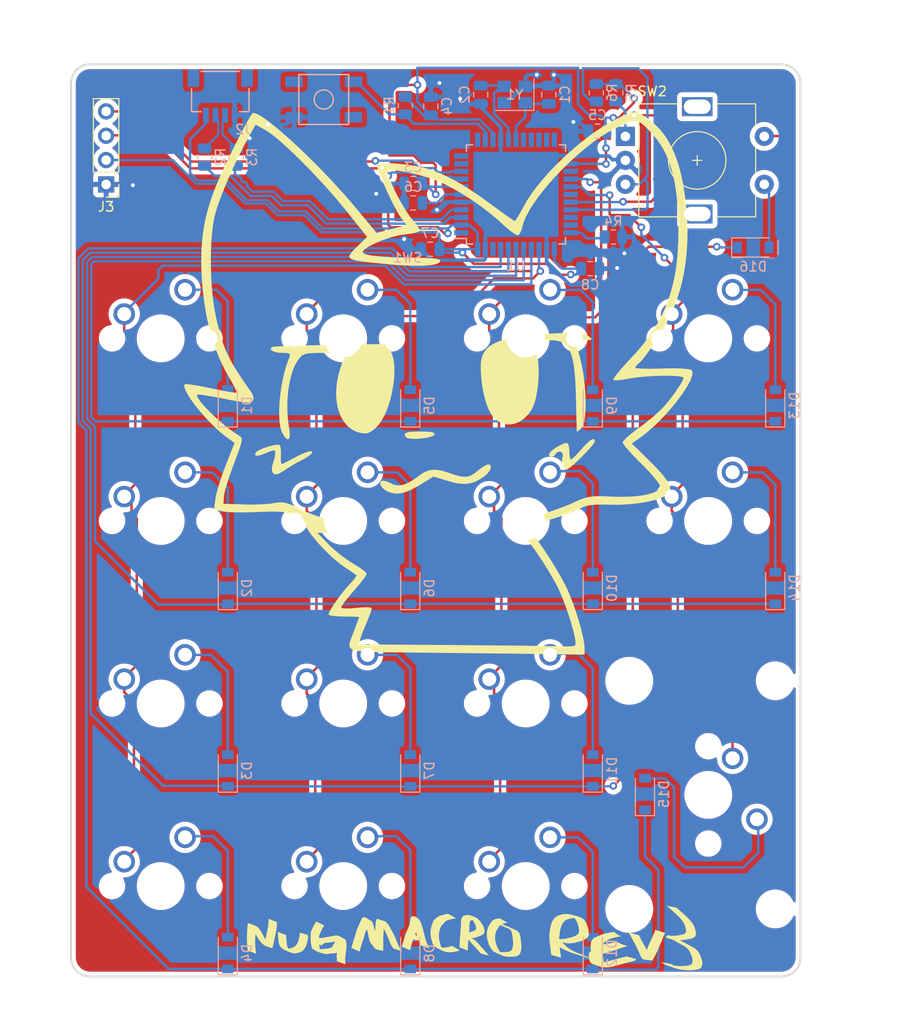
<source format=kicad_pcb>
(kicad_pcb (version 20211014) (generator pcbnew)
  (title_block (title "Nug Macro V3") (rev "V3") (company "MIT License"))
  (layers (0 "F.Cu" signal) (31 "B.Cu" signal) (34 "B.Paste" user) (35 "F.Paste" user) (36 "B.SilkS" user "B.Silkscreen") (37 "F.SilkS" user "F.Silkscreen") (38 "B.Mask" user) (39 "F.Mask" user) (44 "Edge.Cuts" user))
  (net 0 "")
  (net 1 "XTAL1")
  (net 2 "GND")
  (net 3 "XTAL2")
  (net 4 "Net-(C6-Pad1)")
  (net 5 "ROW0")
  (net 6 "Net-(D1-Pad2)")
  (net 7 "ROW1")
  (net 8 "Net-(D2-Pad2)")
  (net 9 "ROW2")
  (net 10 "Net-(D3-Pad2)")
  (net 11 "ROW3")
  (net 12 "Net-(D4-Pad2)")
  (net 13 "Net-(D5-Pad2)")
  (net 14 "Net-(D6-Pad2)")
  (net 15 "Net-(D7-Pad2)")
  (net 16 "Net-(D8-Pad2)")
  (net 17 "Net-(D9-Pad2)")
  (net 18 "Net-(D10-Pad2)")
  (net 19 "Net-(D11-Pad2)")
  (net 20 "Net-(D12-Pad2)")
  (net 21 "Net-(D13-Pad2)")
  (net 22 "Net-(D14-Pad2)")
  (net 23 "Net-(D15-Pad2)")
  (net 24 "Net-(D16-Pad2)")
  (net 25 "RESET")
  (net 26 "D+")
  (net 27 "D-")
  (net 28 "OLED1")
  (net 29 "OLED2")
  (net 30 "COL0")
  (net 31 "COL1")
  (net 32 "COL2")
  (net 33 "COL3")
  (net 34 "Net-(R2-Pad1)")
  (net 35 "Net-(R3-Pad1)")
  (net 36 "Net-(R4-Pad2)")
  (net 37 "CLK")
  (net 38 "DT")
  (net 39 "+5V")
  (footprint "MX_Only:MXOnly-1U-NoLED" (layer "F.Cu") (at 171.054435 92.6964)
    (fp_text reference "MX14")
    (fp_text value "#4b")
  )
  (footprint "MX_Only:MXOnly-1U-NoLED" (layer "F.Cu") (at 113.904365 73.6464)
    (fp_text reference "MX1")
    (fp_text value "#1")
  )
  (footprint "MX_Only:MXOnly-1U-NoLED" (layer "F.Cu") (at 132.954335 111.7465)
    (fp_text reference "MX7")
    (fp_text value "#2c")
  )
  (footprint "MX_Only:MXOnly-1U-NoLED" (layer "F.Cu") (at 171.054435 73.6464)
    (fp_text reference "MX13")
    (fp_text value "#4")
  )
  (footprint "MX_Only:MXOnly-1U-NoLED" (layer "F.Cu") (at 132.954335 130.79654)
    (fp_text reference "MX8")
    (fp_text value "#2d")
  )
  (footprint "MX_Only:MXOnly-1U-NoLED" (layer "F.Cu") (at 152.004435 92.6964)
    (fp_text reference "MX10")
    (fp_text value "#3b")
  )
  (footprint "MX_Only:MXOnly-1U-NoLED" (layer "F.Cu") (at 113.904365 92.6964)
    (fp_text reference "MX2")
    (fp_text value "#1b")
  )
  (footprint "MX_Only:MXOnly-1U-NoLED" (layer "F.Cu") (at 152.004435 130.79654)
    (fp_text reference "MX12")
    (fp_text value "#3d")
  )
  (footprint "MX_Only:MXOnly-1U-NoLED" (layer "F.Cu") (at 152.004435 111.7465)
    (fp_text reference "MX11")
    (fp_text value "#3c")
  )
  (footprint "Rotary_Encoder:RotaryEncoder_Alps_EC11E-Switch_Vertical_H20mm" (layer "F.Cu") (at 162.4074 52.56347)
    (fp_text reference "SW2")
    (fp_text value "RotaryEncoder_Switch")
  )
  (footprint "MX_Only:MXOnly-2U-NoLED" (layer "F.Cu") (at 171.06325 121.285 -90)
    (fp_text reference "MX15")
    (fp_text value "#4c")
  )
  (footprint "MX_Only:MXOnly-1U-NoLED" (layer "F.Cu") (at 113.904365 111.7465)
    (fp_text reference "MX3")
    (fp_text value "#1c")
  )
  (footprint "MX_Only:MXOnly-1U-NoLED" (layer "F.Cu") (at 113.904365 130.79654)
    (fp_text reference "MX4")
    (fp_text value "#1d")
  )
  (footprint "Connector_PinHeader_2.54mm:PinHeader_1x04_P2.54mm_Vertical" (layer "F.Cu") (at 108.204581 57.575405 180)
    (fp_text reference "J3")
    (fp_text value "Conn_01x04_Female_For_LCD")
  )
  (footprint "MX_Only:MXOnly-1U-NoLED" (layer "F.Cu") (at 132.954335 92.6964)
    (fp_text reference "MX6")
    (fp_text value "#2b")
  )
  (footprint "MX_Only:MXOnly-1U-NoLED" (layer "F.Cu") (at 132.954335 73.6464)
    (fp_text reference "MX5")
    (fp_text value "#2")
  )
  (footprint "MX_Only:MXOnly-1U-NoLED" (layer "F.Cu") (at 152.004435 73.6464)
    (fp_text reference "MX9")
    (fp_text value "#3")
  )
  (footprint "Resistor_SMD:R_0805_2012Metric" (layer "B.Cu") (at 121.7882 54.726 90)
    (fp_text reference "R3")
    (fp_text value "22")
  )
  (footprint "Diode_SMD:D_SOD-123" (layer "B.Cu") (at 120.904365 118.7465 90)
    (fp_text reference "D3")
    (fp_text value "D_Small")
  )
  (footprint "Diode_SMD:D_SOD-123" (layer "B.Cu") (at 120.904365 137.79654 90)
    (fp_text reference "D4")
    (fp_text value "D_Small")
  )
  (footprint "Capacitor_SMD:C_0805_2012Metric" (layer "B.Cu") (at 142.0984 49.40947 90)
    (fp_text reference "C4")
    (fp_text value "0.1uF")
  )
  (footprint "Diode_SMD:D_SOD-123" (layer "B.Cu") (at 139.954 137.79614 90)
    (fp_text reference "D8")
    (fp_text value "D_Small")
  )
  (footprint "Package_QFP:TQFP-44_10x10mm_P0.8mm" (layer "B.Cu") (at 150.9884 58.61947)
    (fp_text reference "U1")
    (fp_text value "ATmega32U4-A")
  )
  (footprint "Resistor_SMD:R_0805_2012Metric" (layer "B.Cu") (at 161.1484 63.06447 180)
    (fp_text reference "R4")
    (fp_text value "10k")
  )
  (footprint "Resistor_SMD:R_0805_2012Metric" (layer "B.Cu") (at 118.4862 54.726 90)
    (fp_text reference "R2")
    (fp_text value "22")
  )
  (footprint "Diode_SMD:D_SOD-123" (layer "B.Cu") (at 164.4504 121.20347 90)
    (fp_text reference "D15")
    (fp_text value "D_Small")
  )
  (footprint "Diode_SMD:D_SOD-123" (layer "B.Cu") (at 175.7534 64.15347)
    (fp_text reference "D16")
    (fp_text value "D_Small")
  )
  (footprint "random-keyboard-parts:JST-SR-4" (layer "B.Cu") (at 120.1226 45.582)
    (fp_text reference "J2")
    (fp_text value "Conn_01x04")
  )
  (footprint "Capacitor_SMD:C_0805_2012Metric" (layer "B.Cu") (at 140.2594 57.47647 180)
    (fp_text reference "C3")
    (fp_text value "0.1uF")
  )
  (footprint "Resistor_SMD:R_0805_2012Metric" (layer "B.Cu") (at 159.3704 48.00597 90)
    (fp_text reference "R6")
    (fp_text value "10K")
  )
  (footprint "Diode_SMD:D_SOD-123" (layer "B.Cu") (at 178.054435 99.6964 90)
    (fp_text reference "D14")
    (fp_text value "D_Small")
  )
  (footprint "Diode_SMD:D_SOD-123" (layer "B.Cu") (at 159.004 99.696 90)
    (fp_text reference "D10")
    (fp_text value "D_Small")
  )
  (footprint "Resistor_SMD:R_0805_2012Metric" (layer "B.Cu") (at 139.4314 49.34847 -90)
    (fp_text reference "R1")
    (fp_text value "10k")
  )
  (footprint "random-keyboard-parts:SKQG-1155865" (layer "B.Cu") (at 130.9224 48.71347 180)
    (fp_text reference "SW1")
    (fp_text value "SW_Push")
  )
  (footprint "Diode_SMD:D_SOD-123" (layer "B.Cu") (at 139.954 99.696 90)
    (fp_text reference "D6")
    (fp_text value "D_Small")
  )
  (footprint "Capacitor_SMD:C_0805_2012Metric" (layer "B.Cu") (at 154.4174 48.20547 90)
    (fp_text reference "C1")
    (fp_text value "22pF")
  )
  (footprint "Diode_SMD:D_SOD-123" (layer "B.Cu") (at 159.004 137.79614 90)
    (fp_text reference "D12")
    (fp_text value "D_Small")
  )
  (footprint "Crystal:Crystal_SMD_3225-4Pin_3.2x2.5mm" (layer "B.Cu") (at 150.8614 48.20547 180)
    (fp_text reference "Y1")
    (fp_text value "16MHz")
  )
  (footprint "Capacitor_SMD:C_0805_2012Metric" (layer "B.Cu") (at 147.3054 48.20547 -90)
    (fp_text reference "C2")
    (fp_text value "22pF")
  )
  (footprint "Diode_SMD:D_SOD-123" (layer "B.Cu") (at 159.004435 80.6464 90)
    (fp_text reference "D9")
    (fp_text value "D_Small")
  )
  (footprint "Diode_SMD:D_SOD-123" (layer "B.Cu") (at 159.004 118.7461 90)
    (fp_text reference "D11")
    (fp_text value "D_Small")
  )
  (footprint "Diode_SMD:D_SOD-123" (layer "B.Cu") (at 139.954335 80.6464 90)
    (fp_text reference "D5")
    (fp_text value "D_Small")
  )
  (footprint "Diode_SMD:D_SOD-123" (layer "B.Cu") (at 120.904365 80.6464 90)
    (fp_text reference "D1")
    (fp_text value "D_Small")
  )
  (footprint "Capacitor_SMD:C_0805_2012Metric" (layer "B.Cu") (at 140.2594 59.50847 180)
    (fp_text reference "C6")
    (fp_text value "1uF")
  )
  (footprint "Capacitor_SMD:C_0805_2012Metric" (layer "B.Cu") (at 158.7354 66.36647)
    (fp_text reference "C8")
    (fp_text value "0.1uF")
  )
  (footprint "Diode_SMD:D_SOD-123" (layer "B.Cu") (at 120.904365 99.6964 90)
    (fp_text reference "D2")
    (fp_text value "D_Small")
  )
  (footprint "Diode_SMD:D_SOD-123" (layer "B.Cu") (at 139.954335 118.7465 90)
    (fp_text reference "D7")
    (fp_text value "D_Small")
  )
  (footprint "Capacitor_SMD:C_0805_2012Metric" (layer "B.Cu") (at 142.0374 64.33447 180)
    (fp_text reference "C7")
    (fp_text value "10uF")
  )
  (footprint "Resistor_SMD:R_0805_2012Metric" (layer "B.Cu") (at 161.4024 48.00597 90)
    (fp_text reference "R5")
    (fp_text value "10K")
  )
  (footprint "Capacitor_SMD:C_0805_2012Metric" (layer "B.Cu") (at 159.4974 52.01547 180)
    (fp_text reference "C5")
    (fp_text value "0.1uF")
  )
  (footprint "Diode_SMD:D_SOD-123" (layer "B.Cu") (at 178.054 80.646 90)
    (fp_text reference "D13")
    (fp_text value "D_Small")
  )
  (gr_poly (pts (xy 157.890955 137.94836) (xy 157.892435 137.949075) (xy 157.870782 137.941976)) (layer "F.SilkS") (width 0) (fill solid))
  (gr_poly (pts (xy 162.517658 137.114487) (xy 162.520215 137.115277) (xy 162.520685 137.115552) (xy 162.520694 137.115659) (xy 162.520542 137.115743) (xy 162.519732 137.115846) (xy 162.518198 137.115856) (xy 162.515901 137.1145) (xy 162.514372 137.113669)) (layer "F.SilkS") (width 0) (fill solid))
  (gr_poly (pts (xy 157.653205 137.87045) (xy 157.655486 137.871848) (xy 157.656254 137.872295) (xy 157.650117 137.870322) (xy 157.647923 137.869006) (xy 157.646996 137.868486)) (layer "F.SilkS") (width 0) (fill solid))
  (gr_poly (pts (xy 150.10309 134.626575) (xy 149.956555 134.650439) (xy 149.88329 134.662481) (xy 149.810366 134.675817) (xy 149.738036 134.691362) (xy 149.702173 134.70025) (xy 149.666554 134.710033) (xy 149.63121 134.720826) (xy 149.596173 134.732743) (xy 149.561475 134.7459) (xy 149.527147 134.76041) (xy 149.635159 134.806966) (xy 149.74291 134.854353) (xy 149.850347 134.902726) (xy 149.957414 134.952243) (xy 149.965049 134.955192) (xy 149.966827 134.955906) (xy 149.968536 134.956629) (xy 149.970167 134.957371) (xy 149.971712 134.958141) (xy 150.924699 135.370411) (xy 150.973654 135.392256) (xy 150.997868 135.403613) (xy 151.02184 135.415383) (xy 151.045521 135.427657) (xy 151.068862 135.440527) (xy 151.091812 135.454084) (xy 151.114323 135.468421) (xy 151.136345 135.483628) (xy 151.157829 135.499799) (xy 151.178725 135.517024) (xy 151.198983 135.535395) (xy 151.218555 135.555005) (xy 151.23739 135.575945) (xy 151.255439 135.598306) (xy 151.272653 135.622181) (xy 151.299668 135.66942) (xy 151.324405 135.717516) (xy 151.346981 135.766417) (xy 151.367512 135.816073) (xy 151.386115 135.86643) (xy 151.402906 135.917439) (xy 151.418002 135.969046) (xy 151.43152 136.021201) (xy 151.443576 136.073852) (xy 151.454286 136.126947) (xy 151.472137 136.234264) (xy 151.486004 136.34274) (xy 151.49682 136.451961) (xy 151.521989 136.656503) (xy 151.534522 136.758993) (xy 151.545599 136.861555) (xy 151.554154 136.96413) (xy 151.55912 137.066661) (xy 151.559925 137.117893) (xy 151.559433 137.169092) (xy 151.557511 137.220252) (xy 151.554025 137.271366) (xy 151.543843 137.352311) (xy 151.531418 137.433) (xy 151.524184 137.47309) (xy 151.516173 137.512926) (xy 151.507313 137.552444) (xy 151.497532 137.59158) (xy 151.486757 137.630272) (xy 151.474917 137.668455) (xy 151.461939 137.706067) (xy 151.447752 137.743043) (xy 151.432283 137.779321) (xy 151.415461 137.814836) (xy 151.397212 137.849526) (xy 151.377466 137.883327) (xy 151.351301 137.918983) (xy 151.32443 137.951392) (xy 151.29681 137.980706) (xy 151.268398 138.007079) (xy 151.239151 138.03066) (xy 151.209027 138.051603) (xy 151.177982 138.070059) (xy 151.145974 138.08618) (xy 151.112959 138.100118) (xy 151.078895 138.112025) (xy 151.043738 138.122053) (xy 151.007447 138.130353) (xy 150.969977 138.137078) (xy 150.931286 138.142379) (xy 150.891331 138.146409) (xy 150.850069 138.149318) (xy 150.729771 138.161249) (xy 150.609111 138.171503) (xy 150.488167 138.179124) (xy 150.367017 138.183158) (xy 150.245739 138.182649) (xy 150.185075 138.180393) (xy 150.124409 138.176644) (xy 150.063749 138.171281) (xy 150.003106 138.164186) (xy 149.942488 138.155239) (xy 149.881906 138.144321) (xy 149.649747 138.083667) (xy 149.581931 138.061319) (xy 149.514868 138.033432) (xy 149.288742 137.928459) (xy 149.198058 137.887394) (xy 149.594408 137.887394) (xy 149.594408 137.887996) (xy 149.598707 137.889878) (xy 149.598985 137.890072) (xy 149.599206 137.890236) (xy 149.599405 137.890392) (xy 149.611796 137.896319) (xy 149.627436 137.903319) (xy 149.660755 137.91752) (xy 149.683948 137.926958) (xy 149.686932 137.928004) (xy 149.681604 137.925594) (xy 149.637259 137.906572) (xy 149.617146 137.89795) (xy 149.598707 137.889878) (xy 149.598484 137.889723) (xy 149.597912 137.889351) (xy 149.597281 137.888964) (xy 149.596604 137.888568) (xy 149.595891 137.88817) (xy 149.595155 137.887776) (xy 149.594408 137.887394) (xy 149.198058 137.887394) (xy 149.082546 137.835085) (xy 148.782839 137.703594) (xy 148.765305 137.695621) (xy 148.748012 137.686996) (xy 148.730963 137.677745) (xy 148.714163 137.667892) (xy 148.697617 137.657463) (xy 148.681328 137.646482) (xy 148.6653 137.634974) (xy 148.649539 137.622965) (xy 148.634047 137.61048) (xy 148.61883 137.597543) (xy 148.603891 137.58418) (xy 148.589236 137.570416) (xy 148.574867 137.556275) (xy 148.560789 137.541783) (xy 148.547007 137.526964) (xy 148.533525 137.511844) (xy 148.489958 137.459616) (xy 148.447807 137.406067) (xy 148.407279 137.351091) (xy 148.368576 137.294578) (xy 148.349972 137.265712) (xy 148.331902 137.236422) (xy 148.314389 137.206694) (xy 148.297461 137.176514) (xy 148.281141 137.14587) (xy 148.265457 137.114748) (xy 148.250432 137.083133) (xy 148.236093 137.051014) (xy 148.182094 136.933801) (xy 148.155986 136.874755) (xy 148.131059 136.815177) (xy 148.107755 136.754885) (xy 148.086514 136.693701) (xy 148.076804 136.662718) (xy 148.067776 136.631445) (xy 148.059483 136.599858) (xy 148.051981 136.567936) (xy 148.030569 136.491424) (xy 148.01028 136.414696) (xy 147.9916 136.337681) (xy 147.975017 136.260308) (xy 147.963568 136.196666) (xy 148.812399 136.196666) (xy 148.814333 136.284801) (xy 148.816323 136.323043) (xy 148.819366 136.361068) (xy 148.823389 136.398893) (xy 148.828323 136.436533) (xy 148.834095 136.474003) (xy 148.840636 136.51132) (xy 148.855735 136.585554) (xy 148.873053 136.659359) (xy 148.89202 136.732861) (xy 148.932626 136.879451) (xy 148.940315 136.910526) (xy 148.949 136.941154) (xy 148.958591 136.971377) (xy 148.968996 137.001234) (xy 148.980123 137.030767) (xy 148.99188 137.060016) (xy 149.016923 137.117823) (xy 149.124033 137.345798) (xy 149.134819 137.370069) (xy 149.146193 137.39382) (xy 149.158123 137.417076) (xy 149.17058 137.439866) (xy 149.183532 137.462216) (xy 149.196949 137.484154) (xy 149.210801 137.505706) (xy 149.225057 137.526899) (xy 149.239687 137.54776) (xy 149.25466 137.568317) (xy 149.285515 137.608625) (xy 149.317376 137.648037) (xy 149.35 137.686771) (xy 149.435029 137.693785) (xy 149.5201 137.697436) (xy 149.605174 137.698186) (xy 149.690213 137.696496) (xy 149.775179 137.692828) (xy 149.860033 137.687643) (xy 150.029253 137.674572) (xy 150.098661 137.668571) (xy 150.132914 137.664568) (xy 150.166788 137.659686) (xy 150.200221 137.653764) (xy 150.233155 137.646643) (xy 150.265529 137.638163) (xy 150.297284 137.628167) (xy 150.328359 137.616493) (xy 150.358696 137.602984) (xy 150.388233 137.587478) (xy 150.416912 137.569818) (xy 150.430911 137.560131) (xy 150.444673 137.549844) (xy 150.45819 137.53894) (xy 150.471455 137.527397) (xy 150.48446 137.515196) (xy 150.497199 137.502317) (xy 150.509663 137.48874) (xy 150.521845 137.474445) (xy 150.540669 137.444249) (xy 150.558011 137.413125) (xy 150.573942 137.38114) (xy 150.588531 137.348363) (xy 150.601851 137.314862) (xy 150.613972 137.280706) (xy 150.624964 137.245963) (xy 150.6349 137.210702) (xy 150.643849 137.174989) (xy 150.651882 137.138895) (xy 150.659071 137.102486) (xy 150.665485 137.065832) (xy 150.676277 136.99206) (xy 150.684824 136.918125) (xy 150.686537 136.868697) (xy 150.68716 136.819214) (xy 150.685477 136.720122) (xy 150.680462 136.620916) (xy 150.672801 136.521662) (xy 150.66318 136.42243) (xy 150.652286 136.323287) (xy 150.629427 136.125538) (xy 150.618369 136.019) (xy 150.604387 135.914638) (xy 150.59588 135.863348) (xy 150.586138 135.812692) (xy 150.574995 135.762699) (xy 150.562282 135.7134) (xy 150.547832 135.664823) (xy 150.531478 135.617) (xy 150.51305 135.56996) (xy 150.492383 135.523733) (xy 150.469308 135.478349) (xy 150.443657 135.433838) (xy 150.415263 135.390229) (xy 150.383959 135.347553) (xy 150.351773 135.319858) (xy 150.333968 135.304837) (xy 150.315759 135.289875) (xy 150.176 135.230671) (xy 150.215151 135.230671) (xy 150.229726 135.237077) (xy 150.245348 135.243839) (xy 150.238308 135.240566) (xy 150.23081 135.23724) (xy 150.223032 135.233922) (xy 150.215151 135.230671) (xy 150.176 135.230671) (xy 150.141948 135.216246) (xy 149.968465 135.141405) (xy 149.622041 134.98965) (xy 149.621843 134.989518) (xy 149.621624 134.989384) (xy 149.621387 134.989248) (xy 149.621136 134.989113) (xy 149.620601 134.988842) (xy 149.620042 134.988577) (xy 149.618949 134.988077) (xy 149.618461 134.987853) (xy 149.618044 134.987651) (xy 149.557404 134.965248) (xy 149.53908 134.959046) (xy 149.499071 134.945819) (xy 149.441972 134.910221) (xy 149.397235 134.890555) (xy 149.352274 134.870952) (xy 149.352037 134.871128) (xy 149.337714 134.884657) (xy 149.323756 134.898637) (xy 149.310137 134.913039) (xy 149.296833 134.927837) (xy 149.283818 134.943003) (xy 149.271068 134.95851) (xy 149.246258 134.990438) (xy 149.222204 135.023403) (xy 149.198704 135.057185) (xy 149.152559 135.126331) (xy 149.119166 135.184959) (xy 149.08485 135.24271) (xy 149.016041 135.357664) (xy 148.982841 135.415907) (xy 148.951307 135.475355) (xy 148.936368 135.505694) (xy 148.922088 135.536529) (xy 148.908548 135.567925) (xy 148.89583 135.599949) (xy 148.88222 135.640797) (xy 148.870036 135.681993) (xy 148.859216 135.723517) (xy 148.849697 135.765351) (xy 148.841418 135.807476) (xy 148.834315 135.849873) (xy 148.828328 135.892526) (xy 148.823393 135.935414) (xy 148.819448 135.97852) (xy 148.816431 136.021825) (xy 148.812932 136.108958) (xy 148.812399 136.196666) (xy 147.963568 136.196666) (xy 147.961021 136.182506) (xy 147.955144 136.143422) (xy 147.950097 136.104204) (xy 147.945941 136.064844) (xy 147.942736 136.025332) (xy 147.940543 135.98566) (xy 147.939424 135.945819) (xy 147.939142 135.852613) (xy 147.941674 135.759861) (xy 147.947358 135.667701) (xy 147.956534 135.576273) (xy 147.962537 135.530876) (xy 147.96954 135.485715) (xy 147.977584 135.440806) (xy 147.986714 135.396166) (xy 147.99697 135.351814) (xy 148.008395 135.307766) (xy 148.021031 135.26404) (xy 148.034921 135.220653) (xy 148.047508 135.18671) (xy 148.060916 135.153461) (xy 148.075073 135.120839) (xy 148.089907 135.088773) (xy 148.105347 135.057196) (xy 148.121321 135.026038) (xy 148.154585 134.964705) (xy 148.213853 134.862156) (xy 149.360971 134.862156) (xy 149.369974 134.866153) (xy 149.36297 134.861255) (xy 149.361803 134.861156) (xy 149.361783 134.861206) (xy 149.361757 134.86126) (xy 149.361726 134.861316) (xy 149.36169 134.861374) (xy 149.361649 134.861435) (xy 149.361604 134.861498) (xy 149.361555 134.861562) (xy 149.361501 134.861627) (xy 149.361445 134.861693) (xy 149.361384 134.86176) (xy 149.361321 134.861827) (xy 149.361256 134.861894) (xy 149.361187 134.861961) (xy 149.361117 134.862027) (xy 149.361045 134.862092) (xy 149.360971 134.862156) (xy 148.213853 134.862156) (xy 148.294641 134.72237) (xy 148.367277 134.611478) (xy 148.385845 134.584201) (xy 148.404775 134.557354) (xy 148.424165 134.531065) (xy 148.444116 134.50546) (xy 148.464726 134.480666) (xy 148.486094 134.456809) (xy 148.50832 134.434015) (xy 148.531502 134.412412) (xy 148.555739 134.392124) (xy 148.581131 134.37328) (xy 148.594291 134.364439) (xy 148.607776 134.356006) (xy 148.6216 134.347996) (xy 148.635774 134.340427) (xy 148.663315 134.323668) (xy 148.691186 134.308163) (xy 148.71937 134.293841) (xy 148.747851 134.280627) (xy 148.776612 134.268448) (xy 148.805636 134.257233) (xy 148.834906 134.246908) (xy 148.864405 134.237401) (xy 148.894117 134.228637) (xy 148.924025 134.220545) (xy 148.98436 134.206084) (xy 149.045275 134.193433) (xy 149.106638 134.18201) (xy 149.105234 134.181293) (xy 149.187469 134.167018) (xy 149.22868 134.159795) (xy 149.269922 134.15224)) (layer "F.SilkS") (width 0) (fill solid))
  (gr_poly (pts (xy 126.050447 134.575023) (xy 126.048888 134.585544) (xy 126.047688 134.596025) (xy 126.045622 134.616937) (xy 126.044387 134.627403) (xy 126.043637 134.632646) (xy 126.042769 134.637899) (xy 126.041758 134.643163) (xy 126.040583 134.64844) (xy 126.03922 134.653734) (xy 126.037645 134.659046) (xy 126.020337 135.021035) (xy 126.014254 135.111282) (xy 126.006163 135.201147) (xy 125.995412 135.290487) (xy 125.981348 135.379161) (xy 125.788515 136.314022) (xy 125.762644 136.426607) (xy 125.739045 136.540237) (xy 125.693053 136.768101) (xy 125.667853 136.881069) (xy 125.639314 136.992551) (xy 125.623354 137.047536) (xy 125.606033 137.101913) (xy 125.587175 137.155601) (xy 125.566606 137.208522) (xy 125.564761 137.210682) (xy 125.562954 137.213008) (xy 125.559439 137.218088) (xy 125.556028 137.223625) (xy 125.552689 137.229482) (xy 125.546097 137.24161) (xy 125.542781 137.247606) (xy 125.539407 137.253376) (xy 125.535945 137.25878) (xy 125.53417 137.261303) (xy 125.532361 137.263684) (xy 125.530514 137.265905) (xy 125.528624 137.267949) (xy 125.526688 137.269799) (xy 125.524702 137.271438) (xy 125.52266 137.27285) (xy 125.520561 137.274016) (xy 125.518399 137.27492) (xy 125.51617 137.275544) (xy 125.513871 137.275872) (xy 125.511497 137.275887) (xy 125.509045 137.27557) (xy 125.506509 137.274906) (xy 125.245203 137.190732) (xy 125.137928 137.155847) (xy 125.043908 137.124278) (xy 124.961396 137.09491) (xy 124.888646 137.066627) (xy 124.823911 137.038316) (xy 124.794002 137.023801) (xy 124.765443 137.008861) (xy 124.738013 136.993356) (xy 124.711495 136.977148) (xy 124.68567 136.960096) (xy 124.66032 136.942061) (xy 124.635227 136.922905) (xy 124.610172 136.902487) (xy 124.559302 136.857309) (xy 124.505965 136.805415) (xy 124.448413 136.745688) (xy 124.384899 136.677014) (xy 124.313677 136.598278) (xy 124.25422 136.526827) (xy 124.196958 136.453279) (xy 124.141873 136.377726) (xy 124.088945 136.300259) (xy 124.038157 136.220968) (xy 123.989492 136.139945) (xy 123.94293 136.05728) (xy 123.898454 135.973064) (xy 123.807855 135.797649) (xy 123.807016 135.802892) (xy 123.806011 135.808171) (xy 123.804866 135.813476) (xy 123.803604 135.818796) (xy 123.802248 135.824121) (xy 123.800821 135.829441) (xy 123.797853 135.840023) (xy 123.783335 136.063328) (xy 123.772069 136.287091) (xy 123.768098 136.399151) (xy 123.76547 136.511336) (xy 123.764364 136.623647) (xy 123.764955 136.736087) (xy 123.768506 136.876272) (xy 123.774332 137.01635) (xy 123.782616 137.156296) (xy 123.793543 137.296085) (xy 123.807296 137.435692) (xy 123.82406 137.575093) (xy 123.844019 137.714263) (xy 123.867357 137.853176) (xy 122.98694 137.530056) (xy 122.969084 137.388981) (xy 122.953306 137.247925) (xy 122.939586 137.106851) (xy 122.92791 136.965727) (xy 122.918257 136.824519) (xy 122.910613 136.683191) (xy 122.904959 136.541711) (xy 122.901277 136.400043) (xy 122.899776 136.285998) (xy 122.899927 136.172028) (xy 122.901614 136.05815) (xy 122.904722 135.944378) (xy 122.914735 135.717222) (xy 122.929041 135.490688) (xy 122.933391 135.448412) (xy 122.936827 135.405948) (xy 122.941584 135.320593) (xy 122.946651 135.161541) (xy 123.853601 135.161541) (xy 123.898699 135.180185) (xy 123.921353 135.189429) (xy 123.944101 135.198337) (xy 123.944597 135.198404) (xy 123.944677 135.198085) (xy 123.943682 135.196397) (xy 123.941305 135.193482) (xy 123.937734 135.189551) (xy 123.927766 135.17948) (xy 123.921746 135.173761) (xy 123.915289 135.167866) (xy 123.908581 135.162006) (xy 123.901813 135.15639) (xy 123.895173 135.151229) (xy 123.88885 135.146733) (xy 123.883032 135.143111) (xy 123.880372 135.141694) (xy 123.877909 135.140575) (xy 123.875666 135.139779) (xy 123.873668 135.139334) (xy 123.871939 135.139265) (xy 123.8705 135.139598) (xy 123.870699 135.139614) (xy 123.869403 135.140285) (xy 123.868173 135.141074) (xy 123.867 135.141975) (xy 123.865877 135.142983) (xy 123.864797 135.144093) (xy 123.863752 135.1453) (xy 123.862735 135.146598) (xy 123.861738 135.147982) (xy 123.860754 135.149448) (xy 123.859775 135.150989) (xy 123.857805 135.154279) (xy 123.853601 135.161541) (xy 122.946651 135.161541) (xy 122.947047 135.149101) (xy 122.950273 135.063496) (xy 122.95551 134.978341) (xy 122.959275 134.936015) (xy 122.964016 134.893901) (xy 122.969889 134.852033) (xy 122.977052 134.810443) (xy 122.98161 134.799126) (xy 122.986827 134.787124) (xy 122.992697 134.774684) (xy 122.999215 134.762054) (xy 123.006377 134.749481) (xy 123.014177 134.737211) (xy 123.022609 134.725491) (xy 123.027062 134.719915) (xy 123.03167 134.714569) (xy 123.036435 134.709484) (xy 123.041354 134.704691) (xy 123.046428 134.70022) (xy 123.051655 134.696104) (xy 123.057036 134.692372) (xy 123.06257 134.689055) (xy 123.068255 134.686185) (xy 123.074091 134.683792) (xy 123.080079 134.681907) (xy 123.086216 134.68056) (xy 123.092502 134.679784) (xy 123.098938 134.679608) (xy 123.105521 134.680063) (xy 123.112252 134.681181) (xy 123.11913 134.682992) (xy 123.126154 134.685527) (xy 123.805253 134.942628) (xy 123.833291 134.955862) (xy 123.860458 134.969663) (xy 123.886892 134.984179) (xy 123.912729 134.999561) (xy 123.938108 135.01596) (xy 123.963164 135.033524) (xy 123.988036 135.052404) (xy 124.012861 135.07275) (xy 124.037776 135.094712) (xy 124.062918 135.11844) (xy 124.088425 135.144084) (xy 124.114434 135.171793) (xy 124.141082 135.201718) (xy 124.168507 135.234008) (xy 124.226236 135.306285) (xy 124.301945 135.419875) (xy 124.374902 135.5357) (xy 124.445426 135.653449) (xy 124.513841 135.772813) (xy 124.580468 135.893483) (xy 124.645628 136.015148) (xy 124.772836 136.260227) (xy 124.787342 136.285426) (xy 124.801948 136.310474) (xy 124.816724 136.335419) (xy 124.831735 136.360309) (xy 124.876948 136.154216) (xy 124.900487 136.051484) (xy 124.925234 135.949062) (xy 124.947443 135.832621) (xy 124.970951 135.716535) (xy 125.019721 135.484842) (xy 125.06725 135.252814) (xy 125.089208 135.13631) (xy 125.109247 135.019283) (xy 125.116582 134.97574) (xy 125.122935 134.932018) (xy 125.133063 134.844106) (xy 125.140365 134.755687) (xy 125.145573 134.666901) (xy 125.16015 134.310886) (xy 125.161711 134.298999) (xy 125.162925 134.287135) (xy 125.1651 134.263417) (xy 125.166455 134.251537) (xy 125.167285 134.245586) (xy 125.16825 134.239626) (xy 125.169375 134.233655) (xy 125.170684 134.22767) (xy 125.172201 134.221671) (xy 125.173952 134.215656)) (layer "F.SilkS") (width 0) (fill solid))
  (gr_poly (pts (xy 157.684363 137.87991) (xy 157.699272 137.884736) (xy 157.713549 137.889536) (xy 157.653205 137.87045) (xy 157.652445 137.869983)) (layer "F.SilkS") (width 0) (fill solid))
  (gr_poly (pts (xy 146.047548 133.828845) (xy 146.130737 133.845223) (xy 146.214341 133.86375) (xy 146.298053 133.884669) (xy 146.381565 133.908223) (xy 146.46457 133.934656) (xy 146.546761 133.964212) (xy 146.627829 133.997134) (xy 146.707468 134.033665) (xy 146.785371 134.074049) (xy 146.861229 134.11853) (xy 146.934736 134.16735) (xy 147.005583 134.220754) (xy 147.073465 134.278984) (xy 147.138072 134.342285) (xy 147.169052 134.375913) (xy 147.199098 134.4109) (xy 147.220724 134.437568) (xy 147.241748 134.46471) (xy 147.282236 134.520228) (xy 147.321051 134.577075) (xy 147.358682 134.634875) (xy 147.432354 134.751827) (xy 147.469373 134.810225) (xy 147.507166 134.868068) (xy 147.524231 134.894329) (xy 147.540066 134.921256) (xy 147.554754 134.948796) (xy 147.56838 134.976897) (xy 147.581029 135.005508) (xy 147.592786 135.034576) (xy 147.603735 135.06405) (xy 147.613961 135.093876) (xy 147.632584 135.154382) (xy 147.649332 135.215675) (xy 147.679918 135.338962) (xy 147.687954 135.369607) (xy 147.694326 135.399831) (xy 147.699049 135.42964) (xy 147.702137 135.459037) (xy 147.703605 135.488026) (xy 147.703469 135.516613) (xy 147.701742 135.544801) (xy 147.698441 135.572595) (xy 147.69358 135.599999) (xy 147.687173 135.627017) (xy 147.679237 135.653654) (xy 147.669785 135.679914) (xy 147.658832 135.705801) (xy 147.646394 135.731319) (xy 147.632485 135.756474) (xy 147.61712 135.781269) (xy 147.592802 135.80622) (xy 147.56748 135.829354) (xy 147.541235 135.8508) (xy 147.514148 135.870687) (xy 147.486296 135.889142) (xy 147.457761 135.906295) (xy 147.428622 135.922274) (xy 147.398959 135.937208) (xy 147.368851 135.951225) (xy 147.338379 135.964453) (xy 147.276659 135.989061) (xy 147.152353 136.034473) (xy 147.086869 136.059405) (xy 147.021031 136.08309) (xy 146.954854 136.105567) (xy 146.88835 136.126876) (xy 146.821533 136.147055) (xy 146.754417 136.166145) (xy 146.687015 136.184184) (xy 146.619341 136.201213) (xy 146.604016 136.204856) (xy 146.588668 136.20814) (xy 146.557904 136.213692) (xy 146.527062 136.217985) (xy 146.496151 136.221134) (xy 146.465181 136.223256) (xy 146.434165 136.224467) (xy 146.403112 136.224883) (xy 146.372034 136.22462) (xy 146.375245 136.227941) (xy 146.378546 136.231276) (xy 146.385207 136.237933) (xy 146.388465 136.241231) (xy 146.391606 136.244491) (xy 146.394579 136.247702) (xy 146.395987 136.249285) (xy 146.397333 136.25085) (xy 146.404565 136.256501) (xy 146.411741 136.262243) (xy 146.426066 136.273778) (xy 146.433288 136.279461) (xy 146.440599 136.285016) (xy 146.448034 136.290388) (xy 146.451809 136.292987) (xy 146.455629 136.29552) (xy 146.463068 136.300326) (xy 146.470603 136.30494) (xy 146.485912 136.313698) (xy 146.501446 136.322011) (xy 146.517098 136.330095) (xy 146.53276 136.338165) (xy 146.548323 136.346437) (xy 146.56368 136.355128) (xy 146.571247 136.359697) (xy 146.578722 136.364452) (xy 146.590031 136.371964) (xy 146.601221 136.379689) (xy 146.623308 136.395661) (xy 146.645119 136.412128) (xy 146.666791 136.428854) (xy 146.688459 136.4456) (xy 146.71026 136.462129) (xy 146.732331 136.478204) (xy 146.74351 136.485997) (xy 146.754808 136.493587) (xy 146.782189 136.517508) (xy 146.809006 136.542207) (xy 146.835321 136.5676) (xy 146.861192 136.593606) (xy 146.911843 136.647121) (xy 146.961438 136.702089) (xy 147.059371 136.813733) (xy 147.108665 136.869084) (xy 147.158815 136.923236) (xy 147.180843 136.951783) (xy 147.203419 136.979687) (xy 147.226472 137.007033) (xy 147.249931 137.033905) (xy 147.297791 137.086562) (xy 147.346435 137.138327) (xy 147.395302 137.189872) (xy 147.443829 137.241867) (xy 147.491454 137.294982) (xy 147.514752 137.322169) (xy 147.537615 137.349887) (xy 147.686781 137.508654) (xy 147.723303 137.548955) (xy 147.759 137.59029) (xy 147.776458 137.611469) (xy 147.793613 137.633055) (xy 147.810432 137.655098) (xy 147.826883 137.677646) (xy 147.84825 137.69553) (xy 147.868788 137.714413) (xy 147.888602 137.734171) (xy 147.907795 137.754681) (xy 147.926472 137.775817) (xy 147.944738 137.797454) (xy 147.980454 137.841738) (xy 148.01578 137.886537) (xy 148.05155 137.930854) (xy 148.069864 137.952522) (xy 148.088602 137.973695) (xy 148.10787 137.994251) (xy 148.127771 138.014064) (xy 148.174323 138.041217) (xy 148.189169 138.049843) (xy 148.22207 138.068668) (xy 147.320978 137.832676) (xy 147.28836 137.808083) (xy 147.279863 137.801626) (xy 147.276647 137.799049) (xy 147.273768 137.796597) (xy 147.270963 137.79404) (xy 147.267968 137.791146) (xy 147.260357 137.783425) (xy 147.248829 137.771583) (xy 147.231279 137.753772) (xy 147.085032 137.577727) (xy 147.04802 137.534277) (xy 147.01056 137.491323) (xy 146.972517 137.449) (xy 146.933756 137.407444) (xy 146.898543 137.366029) (xy 146.862412 137.325728) (xy 146.788706 137.246884) (xy 146.751787 137.207551) (xy 146.71526 137.16775) (xy 146.679452 137.127085) (xy 146.661921 137.106306) (xy 146.644693 137.085163) (xy 146.597478 137.032429) (xy 146.549735 136.980333) (xy 146.453729 136.876797) (xy 146.405995 136.824728) (xy 146.358793 136.772038) (xy 146.312388 136.718414) (xy 146.267046 136.66354) (xy 146.145147 136.525518) (xy 146.114188 136.491412) (xy 146.082868 136.45778) (xy 146.051103 136.424779) (xy 146.018808 136.392566) (xy 145.993229 136.676753) (xy 145.982469 136.819149) (xy 145.973621 136.961783) (xy 145.967102 137.104681) (xy 145.963331 137.24787) (xy 145.962727 137.391377) (xy 145.965707 137.535228) (xy 145.089571 137.194492) (xy 145.094148 137.039211) (xy 145.100495 136.884179) (xy 145.117848 136.574753) (xy 145.140338 136.266005) (xy 145.166673 135.957721) (xy 145.179137 135.783006) (xy 145.189597 135.65382) (xy 146.088197 135.65382) (xy 146.145837 135.636164) (xy 146.203154 135.617485) (xy 146.231684 135.607691) (xy 146.260124 135.597558) (xy 146.28847 135.587057) (xy 146.316721 135.57616) (xy 146.545699 135.492387) (xy 146.573892 135.480745) (xy 146.601766 135.468373) (xy 146.629256 135.455132) (xy 146.656294 135.440882) (xy 146.682813 135.425482) (xy 146.708747 135.408791) (xy 146.734029 135.390669) (xy 146.758592 135.370975) (xy 146.773298 135.352321) (xy 146.785938 135.333181) (xy 146.796605 135.313572) (xy 146.805388 135.293509) (xy 146.812379 135.273007) (xy 146.81767 135.252084) (xy 146.821352 135.230755) (xy 146.823515 135.209035) (xy 146.82425 135.18694) (xy 146.82365 135.164486) (xy 146.821804 135.141689) (xy 146.818805 135.118565) (xy 146.814742 135.09513) (xy 146.809709 135.071399) (xy 146.803794 135.047388) (xy 146.79709 135.023113) (xy 146.78154 134.965083) (xy 146.764887 134.907659) (xy 146.746684 134.851057) (xy 146.736861 134.823132) (xy 146.726482 134.795492) (xy 146.715492 134.768165) (xy 146.703834 134.741177) (xy 146.691452 134.714556) (xy 146.67829 134.688328) (xy 146.664292 134.66252) (xy 146.649403 134.63716) (xy 146.633565 134.612273) (xy 146.616724 134.587886) (xy 146.596997 134.555434) (xy 146.576968 134.523235) (xy 146.55664 134.491292) (xy 146.536019 134.459606) (xy 146.515107 134.428178) (xy 146.493907 134.397012) (xy 146.472425 134.366108) (xy 146.451541 134.336704) (xy 146.450812 134.33688) (xy 146.444734 134.33828) (xy 146.432611 134.340995) (xy 146.420489 134.343831) (xy 146.41441 134.345381) (xy 146.408312 134.347065) (xy 146.388773 134.353453) (xy 146.369717 134.36024) (xy 146.351189 134.367523) (xy 146.333232 134.3754) (xy 146.31589 134.383969) (xy 146.299209 134.393328) (xy 146.283231 134.403576) (xy 146.268001 134.41481) (xy 146.260681 134.420828) (xy 146.253564 134.427129) (xy 146.246656 134.433726) (xy 146.239963 134.44063) (xy 146.23349 134.447856) (xy 146.227243 134.455413) (xy 146.221227 134.463316) (xy 146.215448 134.471575) (xy 146.209911 134.480204) (xy 146.204622 134.489214) (xy 146.199586 134.498618) (xy 146.194809 134.508428) (xy 146.190296 134.518657) (xy 146.186053 134.529316) (xy 146.182086 134.540418) (xy 146.1784 134.551975) (xy 146.170462 134.58356) (xy 146.163281 134.615274) (xy 146.156828 134.647114) (xy 146.151077 134.679081) (xy 146.141573 134.743384) (xy 146.134553 134.808169) (xy 146.129801 134.873423) (xy 146.127102 134.939132) (xy 146.12624 135.005284) (xy 146.127 135.071865) (xy 146.127071 135.139388) (xy 146.125861 135.206757) (xy 146.123485 135.273987) (xy 146.120062 135.341093) (xy 146.115705 135.408091) (xy 146.110532 135.474996) (xy 146.0982 135.608593) (xy 146.09736 135.614204) (xy 146.096356 135.619827) (xy 146.09521 135.625464) (xy 146.093948 135.631112) (xy 146.092592 135.636772) (xy 146.091166 135.642443) (xy 146.088197 135.65382) (xy 145.189597 135.65382) (xy 145.19327 135.608449) (xy 145.206805 135.433835) (xy 145.212638 135.346441) (xy 145.21747 135.258953) (xy 145.23037 135.127687) (xy 145.235856 135.061952) (xy 145.24044 134.996118) (xy 145.243928 134.93016) (xy 145.246124 134.864054) (xy 145.246836 134.797777) (xy 145.245866 134.731304) (xy 145.245357 134.660596) (xy 145.246836 134.590503) (xy 145.250424 134.520989) (xy 145.256242 134.452015) (xy 145.264415 134.383546) (xy 145.271942 134.335468) (xy 146.450662 134.335468) (xy 146.451541 134.336704) (xy 146.456911 134.335407) (xy 146.450662 134.335468) (xy 145.271942 134.335468) (xy 145.275062 134.315543) (xy 145.277591 134.302639) (xy 146.804613 134.302639) (xy 146.89289 134.340839) (xy 146.937068 134.359817) (xy 146.981332 134.37849) (xy 146.993346 134.383021) (xy 146.992374 134.382096) (xy 146.987432 134.379391) (xy 146.967682 134.369678) (xy 146.938188 134.355962) (xy 146.903042 134.340322) (xy 146.866336 134.324835) (xy 146.832163 134.311581) (xy 146.817304 134.306441) (xy 146.804613 134.302639) (xy 145.277591 134.302639) (xy 145.288306 134.24797) (xy 145.304269 134.18079) (xy 145.312847 134.153761) (xy 145.322557 134.128118) (xy 145.33337 134.103815) (xy 145.345257 134.080803) (xy 145.358189 134.059036) (xy 145.372135 134.038467) (xy 145.387066 134.019047) (xy 145.402953 134.00073) (xy 145.419766 133.983469) (xy 145.437475 133.967216) (xy 145.456051 133.951924) (xy 145.475464 133.937545) (xy 145.495685 133.924034) (xy 145.516685 133.911341) (xy 145.538432 133.899421) (xy 145.560899 133.888225) (xy 145.585255 133.879367) (xy 145.609747 133.871062) (xy 145.634377 133.863314) (xy 145.659144 133.856128) (xy 145.684049 133.849509) (xy 145.709091 133.84346) (xy 145.734272 133.837987) (xy 145.759592 133.833095) (xy 145.759569 133.833652) (xy 145.784984 133.829294) (xy 145.810496 133.825442) (xy 145.836097 133.822121) (xy 145.861776 133.819357) (xy 145.887524 133.817176) (xy 145.91333 133.815601) (xy 145.939186 133.814658) (xy 145.965082 133.814373)) (layer "F.SilkS") (width 0) (fill solid))
  (gr_poly (pts (xy 157.870782 137.941976) (xy 157.859356 137.93836) (xy 157.859049 137.938129)) (layer "F.SilkS") (width 0) (fill solid))
  (gr_poly (pts (xy 144.747034 134.177166) (xy 144.713743 134.178308) (xy 144.680698 134.18048) (xy 144.647851 134.183597) (xy 144.615149 134.187577) (xy 144.582544 134.192337) (xy 144.549985 134.197794) (xy 144.517421 134.203865) (xy 144.484804 134.210468) (xy 144.307833 134.244711) (xy 144.219625 134.263516) (xy 144.131823 134.284109) (xy 144.044596 134.30699) (xy 143.958109 134.332659) (xy 143.87253 134.361615) (xy 143.830134 134.377483) (xy 143.788026 134.394359) (xy 143.760887 134.407537) (xy 143.73402 134.421169) (xy 143.707422 134.435253) (xy 143.681092 134.449791) (xy 143.655026 134.464783) (xy 143.629222 134.48023) (xy 143.603676 134.49613) (xy 143.578386 134.512485) (xy 143.610788 134.528713) (xy 143.548098 134.583324) (xy 143.487235 134.639987) (xy 143.457499 134.669107) (xy 143.428232 134.69876) (xy 143.399438 134.728956) (xy 143.371122 134.7597) (xy 143.343288 134.791001) (xy 143.315939 134.822865) (xy 143.289081 134.855299) (xy 143.262717 134.888311) (xy 143.236851 134.921908) (xy 143.211488 134.956097) (xy 143.186632 134.990885) (xy 143.162286 135.026279) (xy 143.143233 135.060126) (xy 143.125537 135.094636) (xy 143.109107 135.129767) (xy 143.093855 135.165473) (xy 143.07969 135.201711) (xy 143.066524 135.238436) (xy 143.054268 135.275604) (xy 143.04283 135.313171) (xy 143.022056 135.389325) (xy 143.003486 135.466545) (xy 142.970094 135.622768) (xy 142.962476 135.681145) (xy 142.95569 135.73976) (xy 142.949886 135.798589) (xy 142.945212 135.857606) (xy 142.941817 135.91679) (xy 142.939851 135.976114) (xy 142.939461 136.035555) (xy 142.940798 136.095089) (xy 142.942588 136.131378) (xy 142.945123 136.167542) (xy 142.952284 136.239519) (xy 142.961992 136.311068) (xy 142.973961 136.382238) (xy 142.987903 136.453077) (xy 143.003531 136.523633) (xy 143.020559 136.593954) (xy 143.038698 136.664089) (xy 143.110552 136.930344) (xy 143.130835 136.995959) (xy 143.141962 137.028318) (xy 143.153901 137.060304) (xy 143.166768 137.09186) (xy 143.180679 137.122932) (xy 143.195751 137.153463) (xy 143.212099 137.183399) (xy 143.221598 137.194104) (xy 143.231013 137.204608) (xy 143.235744 137.209785) (xy 143.240521 137.214915) (xy 143.245365 137.219997) (xy 143.250299 137.225032) (xy 143.282919 137.225978) (xy 143.315566 137.226739) (xy 143.34822 137.227172) (xy 143.380861 137.227131) (xy 143.453692 137.224136) (xy 143.526345 137.219175) (xy 143.598797 137.212327) (xy 143.671024 137.203669) (xy 143.743005 137.19328) (xy 143.814716 137.181238) (xy 143.886135 137.167621) (xy 143.957239 137.152507) (xy 143.998535 137.141618) (xy 144.039666 137.130238) (xy 144.080568 137.118158) (xy 144.121174 137.105168) (xy 144.161418 137.091058) (xy 144.201236 137.075619) (xy 144.220965 137.067335) (xy 144.240562 137.058641) (xy 144.260019 137.049508) (xy 144.279329 137.039913) (xy 145.12356 137.488437) (xy 145.103602 137.499751) (xy 145.0835 137.510541) (xy 145.063257 137.520828) (xy 145.042873 137.530634) (xy 145.001692 137.548888) (xy 144.959972 137.565477) (xy 144.917726 137.580571) (xy 144.874968 137.594344) (xy 144.831713 137.606966) (xy 144.787973 137.61861) (xy 144.716379 137.637848) (xy 144.644231 137.654577) (xy 144.5716 137.668966) (xy 144.498556 137.681186) (xy 144.425168 137.69141) (xy 144.351507 137.699808) (xy 144.277643 137.706551) (xy 144.203645 137.711811) (xy 144.098237 137.713224) (xy 143.998611 137.710834) (xy 143.903857 137.704568) (xy 143.813059 137.694357) (xy 143.725308 137.680128) (xy 143.639688 137.661812) (xy 143.555289 137.639336) (xy 143.471197 137.61263) (xy 143.386499 137.581622) (xy 143.300283 137.546241) (xy 143.211637 137.506417) (xy 143.119647 137.462079) (xy 142.921986 137.359573) (xy 142.699999 137.238155) (xy 142.645326 137.205939) (xy 142.61838 137.189046) (xy 142.59178 137.171546) (xy 142.56559 137.153376) (xy 142.539873 137.134471) (xy 142.514693 137.11477) (xy 142.490115 137.094207) (xy 142.466201 137.072721) (xy 142.443016 137.050248) (xy 142.420624 137.026725) (xy 142.399088 137.002088) (xy 142.378472 136.976275) (xy 142.358841 136.949221) (xy 142.340258 136.920864) (xy 142.322786 136.89114) (xy 142.296682 136.825599) (xy 142.273069 136.759212) (xy 142.25151 136.692117) (xy 142.23157 136.624452) (xy 142.212811 136.556356) (xy 142.194798 136.487967) (xy 142.159265 136.350864) (xy 142.140559 136.277319) (xy 142.123242 136.203426) (xy 142.107576 136.129195) (xy 142.093827 136.054637) (xy 142.082257 135.97976) (xy 142.073131 135.904576) (xy 142.066712 135.829093) (xy 142.063265 135.753322) (xy 142.063471 135.690652) (xy 142.064935 135.628026) (xy 142.067685 135.565502) (xy 142.07175 135.503138) (xy 142.077162 135.440991) (xy 142.083948 135.379119) (xy 142.092138 135.317578) (xy 142.101762 135.256427) (xy 142.139679 135.091352) (xy 142.160253 135.009599) (xy 142.182824 134.928817) (xy 142.195073 134.888896) (xy 142.208081 134.849345) (xy 142.221932 134.810205) (xy 142.236713 134.771518) (xy 142.252511 134.733327) (xy 142.269411 134.695674) (xy 142.2875 134.658601) (xy 142.306863 134.62215) (xy 142.322539 134.59932) (xy 142.338449 134.576809) (xy 142.354491 134.554543) (xy 142.370561 134.532451) (xy 142.306459 134.501628) (xy 142.341141 134.458375) (xy 142.376579 134.416228) (xy 142.412775 134.375198) (xy 142.449733 134.335294) (xy 142.487456 134.296525) (xy 142.525946 134.258902) (xy 142.565208 134.222433) (xy 142.605243 134.187129) (xy 142.646056 134.152998) (xy 142.687648 134.120052) (xy 142.730023 134.088298) (xy 142.773185 134.057748) (xy 142.817135 134.028409) (xy 142.861878 134.000293) (xy 142.907416 133.973408) (xy 142.953752 133.947765) (xy 142.995819 133.928641) (xy 143.038246 133.910657) (xy 143.081007 133.893743) (xy 143.124077 133.87783) (xy 143.211042 133.848729) (xy 143.298934 133.8228) (xy 143.387548 133.799488) (xy 143.476681 133.778238) (xy 143.655679 133.739704) (xy 143.672029 133.736408) (xy 143.688314 133.732933) (xy 143.704657 133.729526) (xy 143.712887 133.727926) (xy 143.721178 133.726436) (xy 143.720842 133.726375) (xy 143.770092 133.71735) (xy 143.819495 133.709138) (xy 143.869036 133.701693) (xy 143.918703 133.694973)) (layer "F.SilkS") (width 0) (fill solid))
  (gr_poly (pts (xy 157.873406 137.939759) (xy 157.874512 137.940447) (xy 157.843304 137.930576) (xy 157.837178 137.927967)) (layer "F.SilkS") (width 0) (fill solid))
  (gr_poly (pts (xy 166.533838 135.676387) (xy 166.524235 135.724434) (xy 166.512241 135.771932) (xy 166.498134 135.818946) (xy 166.482193 135.865538) (xy 166.464696 135.91177) (xy 166.445922 135.957705) (xy 166.405656 136.048938) (xy 166.322059 136.230611) (xy 166.283185 136.322056) (xy 166.265453 136.368151) (xy 166.249231 136.414577) (xy 166.205423 136.51865) (xy 166.160056 136.622099) (xy 166.066616 136.827918) (xy 165.972858 137.033615) (xy 165.927094 137.136912) (xy 165.88273 137.240772) (xy 165.793938 137.451358) (xy 165.701282 137.66044) (xy 165.604727 137.868089) (xy 165.504236 138.074375) (xy 165.450902 138.176468) (xy 165.423748 138.227543) (xy 165.395954 138.278383) (xy 165.367282 138.328797) (xy 165.337495 138.378595) (xy 165.306356 138.427587) (xy 165.27363 138.475582) (xy 165.271285 138.479025) (xy 165.269007 138.48269) (xy 165.264616 138.490587) (xy 165.260393 138.499085) (xy 165.256273 138.507994) (xy 165.24808 138.526291) (xy 165.243879 138.535301) (xy 165.239521 138.543968) (xy 165.234941 138.552101) (xy 165.232548 138.555909) (xy 165.230075 138.559513) (xy 165.227514 138.562889) (xy 165.224857 138.566014) (xy 165.222097 138.568864) (xy 165.219224 138.571416) (xy 165.216231 138.573646) (xy 165.21311 138.575529) (xy 165.209852 138.577044) (xy 165.206449 138.578165) (xy 165.202894 138.57887) (xy 165.199179 138.579135) (xy 165.195294 138.578937) (xy 165.191232 138.578251) (xy 165.100677 138.563925) (xy 165.016472 138.551242) (xy 164.865999 138.530238) (xy 164.737588 138.51411) (xy 164.629017 138.50173) (xy 164.46249 138.4837) (xy 164.400086 138.475792) (xy 164.386251 138.473651) (xy 165.108972 138.473651) (xy 165.111978 138.479648) (xy 165.190262 138.500086) (xy 165.205492 138.503766) (xy 165.207855 138.504156) (xy 165.206995 138.503649) (xy 165.196433 138.500157) (xy 165.175467 138.493713) (xy 165.108972 138.473651) (xy 164.386251 138.473651) (xy 164.373126 138.471621) (xy 164.348623 138.467118) (xy 164.326299 138.462141) (xy 164.305875 138.456549) (xy 164.287075 138.450202) (xy 164.269619 138.442958) (xy 164.25323 138.434676) (xy 164.237629 138.425215) (xy 164.222539 138.414433) (xy 164.207681 138.402191) (xy 164.192778 138.388347) (xy 164.177551 138.37276) (xy 164.161723 138.355288) (xy 164.145014 138.335791) (xy 164.107846 138.290157) (xy 164.063821 138.234729) (xy 164.042312 138.196946) (xy 164.021707 138.15883) (xy 163.982887 138.081711) (xy 163.946704 138.003591) (xy 163.912502 137.924691) (xy 163.782388 137.605663) (xy 163.57834 137.177461) (xy 163.526415 137.070822) (xy 163.473145 136.964804) (xy 163.418038 136.859634) (xy 163.360605 136.755542) (xy 162.765741 135.662395) (xy 163.810907 135.916774) (xy 163.952444 136.189413) (xy 164.095302 136.461394) (xy 164.241745 136.731605) (xy 164.317018 136.865699) (xy 164.394037 136.998935) (xy 164.455504 137.113704) (xy 164.515262 137.229253) (xy 164.573661 137.345412) (xy 164.631052 137.462009) (xy 164.693217 137.325582) (xy 164.753475 137.18846) (xy 164.812191 137.050759) (xy 164.86973 136.912593) (xy 164.913516 136.808396) (xy 164.959163 136.704917) (xy 165.05393 136.499289) (xy 165.149812 136.29406) (xy 165.196854 136.19108) (xy 165.242593 136.087581) (xy 165.256807 136.043001) (xy 165.273131 135.998585) (xy 165.29117 135.95429) (xy 165.310527 135.910074) (xy 165.393236 135.733132) (xy 165.413254 135.688663) (xy 165.432216 135.644016) (xy 165.449728 135.599146) (xy 165.465393 135.554012) (xy 165.478815 135.508569) (xy 165.4896 135.462777) (xy 165.497351 135.416591) (xy 165.501672 135.369968)) (layer "F.SilkS") (width 0) (fill solid))
  (gr_poly (pts (xy 157.626901 137.860726) (xy 157.628955 137.861047) (xy 157.631105 137.861451) (xy 157.631825 137.861605) (xy 157.632806 137.861972) (xy 157.63397 137.86237) (xy 157.635168 137.862812) (xy 157.637647 137.863816) (xy 157.640203 137.864961) (xy 157.642795 137.866224) (xy 157.645382 137.86758) (xy 157.646996 137.868486) (xy 157.628494 137.862634) (xy 157.628088 137.862354) (xy 157.627265 137.861772) (xy 157.626868 137.861499) (xy 157.626478 137.861244) (xy 157.626094 137.861011) (xy 157.625715 137.860805) (xy 157.625339 137.860631) (xy 157.625151 137.860557) (xy 157.624963 137.860492)) (layer "F.SilkS") (width 0) (fill solid))
  (gr_poly (pts (xy 130.99209 134.913631) (xy 130.963111 134.950954) (xy 130.935056 134.989013) (xy 130.907869 135.027762) (xy 130.881497 135.067159) (xy 130.830981 135.147723) (xy 130.783072 135.230356) (xy 130.737337 135.314711) (xy 130.69334 135.400439) (xy 130.650648 135.487194) (xy 130.608827 135.574627) (xy 130.585582 135.631994) (xy 130.561006 135.68874) (xy 130.51136 135.802007) (xy 130.488042 135.859349) (xy 130.477143 135.888376) (xy 130.466896 135.917709) (xy 130.45741 135.947399) (xy 130.448795 135.977498) (xy 130.441162 136.008057) (xy 130.434618 136.039127) (xy 130.427653 136.11468) (xy 130.426191 136.133605) (xy 130.425096 136.15253) (xy 130.424495 136.171444) (xy 130.424516 136.190342) (xy 130.492113 136.227794) (xy 130.559412 136.222754) (xy 130.59308 136.220098) (xy 130.626711 136.216976) (xy 130.691831 136.209969) (xy 130.75683 136.202015) (xy 130.821716 136.193232) (xy 130.886501 136.183737) (xy 131.015809 136.163084) (xy 131.144838 136.140995) (xy 131.381849 136.098246) (xy 131.618745 136.054691) (xy 132.109918 135.965854) (xy 132.179611 135.958193) (xy 132.212786 135.956501) (xy 132.24498 135.956183) (xy 132.276295 135.957203) (xy 132.306831 135.959522) (xy 132.365969 135.967907) (xy 132.423199 135.981036) (xy 132.479328 135.998606) (xy 132.53516 136.020315) (xy 132.591502 136.045861) (xy 132.649158 136.074941) (xy 132.708935 136.107252) (xy 132.83807 136.180361) (xy 132.985354 136.262768) (xy 133.067814 136.306703) (xy 133.157228 136.352054) (xy 133.160573 136.354219) (xy 133.164002 136.357551) (xy 133.167508 136.361974) (xy 133.171083 136.367413) (xy 133.174722 136.373793) (xy 133.178416 136.381038) (xy 133.182158 136.389074) (xy 133.185941 136.397825) (xy 133.193603 136.41717) (xy 133.201343 136.438471) (xy 133.209104 136.461125) (xy 133.216829 136.484531) (xy 133.241193 136.4929) (xy 133.252141 136.496704) (xy 133.26143 136.500011) (xy 133.251535 136.497089) (xy 133.240779 136.493843) (xy 133.229423 136.490568) (xy 133.223602 136.489012) (xy 133.217729 136.48756) (xy 133.231535 136.532066) (xy 133.243728 136.572759) (xy 133.24874 136.590397) (xy 133.252772 136.605547) (xy 133.255632 136.617698) (xy 133.256562 136.622489) (xy 133.257127 136.626339) (xy 133.265576 136.666552) (xy 133.272987 136.706718) (xy 133.279395 136.746842) (xy 133.284838 136.786932) (xy 133.289353 136.826995) (xy 133.292977 136.867037) (xy 133.2977 136.947089) (xy 133.2993 137.027143) (xy 133.298074 137.107255) (xy 133.294317 137.187482) (xy 133.288324 137.267879) (xy 133.282857 137.328109) (xy 133.276734 137.388211) (xy 133.263014 137.508127) (xy 133.233125 137.74747) (xy 133.225468 137.771032) (xy 133.218967 137.794795) (xy 133.213514 137.81874) (xy 133.209 137.842853) (xy 133.205319 137.867115) (xy 133.202361 137.89151) (xy 133.198186 137.940631) (xy 133.188829 138.139049) (xy 133.178491 138.184471) (xy 133.169856 138.23004) (xy 133.162854 138.275811) (xy 133.157416 138.321838) (xy 133.153474 138.368177) (xy 133.150957 138.414883) (xy 133.149798 138.462011) (xy 133.149927 138.509616) (xy 133.156802 138.567912) (xy 133.161853 138.626243) (xy 133.165572 138.684605) (xy 133.168453 138.742992) (xy 133.173665 138.859821) (xy 133.176982 138.918252) (xy 133.181429 138.976688) (xy 132.303491 138.641498) (xy 132.299257 138.582336) (xy 132.295876 138.523136) (xy 132.290031 138.404705) (xy 132.286744 138.345513) (xy 132.282667 138.286365) (xy 132.277387 138.22728) (xy 132.270494 138.168277) (xy 132.270625 138.119558) (xy 132.272272 138.071238) (xy 132.275405 138.023272) (xy 132.279994 137.97562) (xy 132.286008 137.928238) (xy 132.293416 137.881084) (xy 132.302189 137.834115) (xy 132.312296 137.787288) (xy 132.318292 137.759891) (xy 132.306299 137.763281) (xy 132.300328 137.764869) (xy 132.294343 137.766381) (xy 132.28832 137.767813) (xy 132.282236 137.769162) (xy 132.276068 137.770424) (xy 132.269792 137.771595) (xy 132.242576 137.779769) (xy 132.215197 137.787085) (xy 132.187668 137.793604) (xy 132.160002 137.79939) (xy 132.132211 137.804504) (xy 132.104308 137.809009) (xy 132.048217 137.816442) (xy 131.991828 137.822188) (xy 131.935242 137.826745) (xy 131.821886 137.834293) (xy 131.713534 137.838624) (xy 131.659517 137.841099) (xy 131.605637 137.844417) (xy 131.55192 137.849057) (xy 131.498391 137.855497) (xy 131.471704 137.859542) (xy 131.445073 137.864216) (xy 131.418502 137.869578) (xy 131.391992 137.87569) (xy 131.347858 137.882473) (xy 131.303568 137.888462) (xy 131.259139 137.893279) (xy 131.214587 137.896544) (xy 131.19227 137.897476) (xy 131.169928 137.897878) (xy 131.147563 137.897701) (xy 131.125178 137.8969) (xy 131.102774 137.895426) (xy 131.080353 137.893232) (xy 131.057918 137.89027) (xy 131.035471 137.886493) (xy 130.874139 137.848094) (xy 130.712911 137.80443) (xy 130.632569 137.780338) (xy 130.552531 137.754589) (xy 130.472892 137.727067) (xy 130.393743 137.697658) (xy 130.315179 137.666249) (xy 130.237291 137.632725) (xy 130.160174 137.596973) (xy 130.083919 137.558878) (xy 130.008621 137.518325) (xy 129.934372 137.475202) (xy 129.861264 137.429394) (xy 129.789392 137.380786) (xy 129.765655 137.355182) (xy 129.744477 137.329976) (xy 129.725675 137.305019) (xy 129.709064 137.280161) (xy 129.694461 137.255253) (xy 129.681682 137.230144) (xy 129.670543 137.204686) (xy 129.66086 137.178728) (xy 129.652449 137.15212) (xy 129.645126 137.124714) (xy 129.638707 137.096359) (xy 129.633009 137.066906) (xy 129.623037 137.004105) (xy 129.613741 136.935115) (xy 129.607167 136.893055) (xy 130.443842 136.893055) (xy 130.448977 136.939067) (xy 130.454766 136.985021) (xy 130.46777 137.076789) (xy 130.495744 137.260021) (xy 130.49647 137.270484) (xy 130.49742 137.280665) (xy 130.498563 137.290578) (xy 130.499862 137.300234) (xy 130.502796 137.318821) (xy 130.505947 137.336522) (xy 130.509041 137.353432) (xy 130.511805 137.369647) (xy 130.513965 137.385262) (xy 130.514732 137.392874) (xy 130.515245 137.400371) (xy 130.559045 137.396968) (xy 130.613086 137.387795) (xy 130.667201 137.379639) (xy 130.721404 137.372471) (xy 130.775709 137.366266) (xy 130.830128 137.360995) (xy 130.884674 137.356632) (xy 130.939362 137.35315) (xy 130.994203 137.350521) (xy 131.049645 137.347879) (xy 131.10502 137.344652) (xy 131.160306 137.340689) (xy 131.21548 137.335839) (xy 131.27052 137.329949) (xy 131.3254 137.322867) (xy 131.3801 137.314442) (xy 131.434595 137.304523) (xy 131.462439 137.298577) (xy 131.489802 137.291755) (xy 131.516702 137.284065) (xy 131.54316 137.275515) (xy 131.569193 137.266113) (xy 131.59482 137.255866) (xy 131.620062 137.244782) (xy 131.644935 137.23287) (xy 131.669461 137.220136) (xy 131.693656 137.206588) (xy 131.717541 137.192235) (xy 131.741135 137.177084) (xy 131.764456 137.161142) (xy 131.787523 137.144418) (xy 131.810355 137.126919) (xy 131.832971 137.108654) (xy 131.861219 137.082753) (xy 131.871306 137.073431) (xy 131.879387 137.065887) (xy 131.885971 137.059641) (xy 131.891572 137.054211) (xy 131.896702 137.049118) (xy 131.901872 137.04388) (xy 131.837175 137.011989) (xy 131.87544 136.96252) (xy 131.912917 136.912076) (xy 131.949527 136.860665) (xy 131.985188 136.808298) (xy 132.019822 136.754982) (xy 132.053349 136.700729) (xy 132.085689 136.645546) (xy 132.116762 136.589443) (xy 131.980135 136.61462) (xy 131.849548 136.637719) (xy 131.718735 136.659529) (xy 131.6532 136.669622) (xy 131.587555 136.678998) (xy 131.521783 136.687525) (xy 131.455866 136.695072) (xy 131.337803 136.706044) (xy 131.219567 136.715302) (xy 131.101169 136.722702) (xy 130.982622 136.728099) (xy 131.005365 136.737712) (xy 130.963503 136.772524) (xy 130.921314 136.806835) (xy 130.836146 136.874235) (xy 130.750247 136.940464) (xy 130.664003 137.006076) (xy 130.443842 136.893055) (xy 129.607167 136.893055) (xy 129.59057 136.786858) (xy 129.580323 136.712581) (xy 129.571253 136.638203) (xy 129.563576 136.563723) (xy 129.557505 136.489138) (xy 129.553256 136.414447) (xy 129.551042 136.339649) (xy 129.54925 136.172806) (xy 129.549374 136.089357) (xy 129.550429 136.005964) (xy 129.552605 135.922683) (xy 129.55609 135.839571) (xy 129.561073 135.756683) (xy 129.567743 135.674076) (xy 129.575052 135.641312) (xy 129.583385 135.609084) (xy 129.592649 135.577341) (xy 129.602751 135.546032) (xy 129.613597 135.515108) (xy 129.625094 135.484518) (xy 129.649668 135.424139) (xy 129.75538 135.185932) (xy 129.798458 135.097315) (xy 129.842225 135.009307) (xy 129.887032 134.922154) (xy 129.933228 134.836099) (xy 129.981163 134.751387) (xy 130.031188 134.668261) (xy 130.083651 134.586967) (xy 130.110906 134.547082) (xy 130.138902 134.507747)) (layer "F.SilkS") (width 0) (fill solid))
  (gr_poly (pts (xy 126.991251 135.906955) (xy 127.023565 136.353149) (xy 127.040766 136.576194) (xy 127.061052 136.799137) (xy 127.06443 136.842316) (xy 127.068285 136.882849) (xy 127.072732 136.921005) (xy 127.077884 136.95705) (xy 127.083856 136.991251) (xy 127.090761 137.023876) (xy 127.098713 137.055191) (xy 127.107828 137.085464) (xy 127.118218 137.114962) (xy 127.129998 137.143953) (xy 127.143281 137.172702) (xy 127.158182 137.201479) (xy 127.174815 137.230549) (xy 127.193294 137.26018) (xy 127.213733 137.290639) (xy 127.236246 137.322193) (xy 127.244178 137.321443) (xy 127.252083 137.320768) (xy 127.25997 137.320056) (xy 127.263909 137.319651) (xy 127.267847 137.319194) (xy 127.301783 137.315076) (xy 127.335542 137.310294) (xy 127.369121 137.304841) (xy 127.402518 137.298708) (xy 127.435731 137.291888) (xy 127.468757 137.284373) (xy 127.501594 137.276155) (xy 127.534239 137.267226) (xy 127.566692 137.257578) (xy 127.598949 137.247203) (xy 127.631008 137.236093) (xy 127.662866 137.224241) (xy 127.694523 137.211638) (xy 127.725975 137.198277) (xy 127.75722 137.184149) (xy 127.788255 137.169246) (xy 127.82609 137.148552) (xy 127.861949 137.125919) (xy 127.895946 137.101434) (xy 127.928195 137.075182) (xy 127.95881 137.047252) (xy 127.987907 137.017729) (xy 128.015599 136.9867) (xy 128.042 136.954253) (xy 128.067226 136.920473) (xy 128.09139 136.885448) (xy 128.114607 136.849263) (xy 128.136991 136.812007) (xy 128.158656 136.773765) (xy 128.179717 136.734625) (xy 128.220483 136.653995) (xy 128.252767 136.564272) (xy 128.282151 136.47296) (xy 128.308814 136.380281) (xy 128.332932 136.286457) (xy 128.354682 136.191708) (xy 128.374242 136.096257) (xy 128.391787 136.000324) (xy 128.407495 135.904132) (xy 128.411996 135.858872) (xy 128.414166 135.837034) (xy 128.415954 135.815812) (xy 128.417111 135.795269) (xy 128.417391 135.775472) (xy 128.417125 135.765872) (xy 128.416546 135.756483) (xy 128.415626 135.747313) (xy 128.414331 135.73837) (xy 128.412632 135.729661) (xy 128.410497 135.721195) (xy 128.407897 135.71298) (xy 128.404799 135.705024) (xy 128.401172 135.697336) (xy 128.396987 135.689923) (xy 128.392212 135.682793) (xy 128.386816 135.675955) (xy 128.380769 135.669416) (xy 128.374039 135.663185) (xy 128.366596 135.65727) (xy 128.358408 135.651679) (xy 128.349446 135.64642) (xy 128.339677 135.641502) (xy 128.329071 135.636931) (xy 128.317598 135.632717) (xy 129.216745 135.880664) (xy 129.231179 135.902966) (xy 129.243823 135.925411) (xy 129.254752 135.948015) (xy 129.264045 135.970796) (xy 129.271779 135.993771) (xy 129.27803 136.016955) (xy 129.282875 136.040366) (xy 129.286392 136.06402) (xy 129.288657 136.087934) (xy 129.289748 136.112125) (xy 129.289741 136.136611) (xy 129.288714 136.161406) (xy 129.286744 136.186528) (xy 129.283907 136.211995) (xy 129.28028 136.237822) (xy 129.275942 136.264026) (xy 129.258119 136.363649) (xy 129.238555 136.462938) (xy 129.21707 136.5617) (xy 129.193484 136.659743) (xy 129.167618 136.756876) (xy 129.139294 136.852907) (xy 129.10833 136.947645) (xy 129.074548 137.040897) (xy 129.032559 137.128486) (xy 129.01095 137.171264) (xy 128.988757 137.21323) (xy 128.965845 137.254282) (xy 128.942083 137.294318) (xy 128.917339 137.333236) (xy 128.89148 137.370936) (xy 128.864374 137.407315) (xy 128.835888 137.442272) (xy 128.805891 137.475706) (xy 128.774249 137.507514) (xy 128.740831 137.537596) (xy 128.705504 137.56585) (xy 128.687084 137.579259) (xy 128.668136 137.592174) (xy 128.648646 137.60458) (xy 128.628595 137.616466) (xy 128.597392 137.633923) (xy 128.565926 137.650555) (xy 128.534199 137.666359) (xy 128.502211 137.681332) (xy 128.469962 137.695468) (xy 128.437453 137.708765) (xy 128.404685 137.721217) (xy 128.371658 137.732822) (xy 128.338373 137.743575) (xy 128.304829 137.753472) (xy 128.271028 137.762509) (xy 128.236971 137.770682) (xy 128.202657 137.777988) (xy 128.168088 137.784422) (xy 128.133263 137.78998) (xy 128.098184 137.794658) (xy 127.990945 137.812725) (xy 127.937123 137.820208) (xy 127.910157 137.823226) (xy 127.883152 137.825635) (xy 127.856107 137.827338) (xy 127.829021 137.828239) (xy 127.801893 137.828244) (xy 127.774721 137.827256) (xy 127.747503 137.825179) (xy 127.720239 137.821917) (xy 127.692928 137.817376) (xy 127.665567 137.811458) (xy 127.581292 137.776428) (xy 127.495799 137.742941) (xy 127.32263 137.678119) (xy 127.149005 137.612044) (xy 127.06294 137.57699) (xy 126.977866 137.539767) (xy 126.894149 137.499756) (xy 126.812158 137.456338) (xy 126.73226 137.408896) (xy 126.654824 137.35681) (xy 126.580217 137.299461) (xy 126.54409 137.268621) (xy 126.508808 137.236232) (xy 126.474417 137.202219) (xy 126.440964 137.166503) (xy 126.408494 137.129008) (xy 126.377054 137.089656) (xy 126.352707 137.051426) (xy 126.330507 137.01401) (xy 126.310353 136.977217) (xy 126.292144 136.940859) (xy 126.275777 136.904743) (xy 126.261151 136.86868) (xy 126.248164 136.83248) (xy 126.236715 136.795952) (xy 126.226702 136.758906) (xy 126.218024 136.721152) (xy 126.210579 136.682499) (xy 126.204266 136.642756) (xy 126.198982 136.601735) (xy 126.194627 136.559243) (xy 126.191099 136.515091) (xy 126.188295 136.469089) (xy 126.170573 136.24563) (xy 126.154125 136.022043) (xy 126.135762 135.798608) (xy 126.124867 135.687034) (xy 126.112299 135.575603)) (layer "F.SilkS") (width 0) (fill solid))
  (gr_poly (pts (xy 157.89609 137.95084) (xy 157.901625 137.953512) (xy 158.110191 138.020466) (xy 158.014486 137.989089) (xy 157.89609 137.95084) (xy 157.892435 137.949075) (xy 158.014486 137.989089) (xy 158.093336 138.014563) (xy 158.156085 138.034945) (xy 158.1607 138.036613) (xy 158.141443 138.030689) (xy 158.008196 137.988876) (xy 157.911452 137.958257) (xy 157.901625 137.953512) (xy 157.885593 137.948365) (xy 157.880457 137.945789)) (layer "F.SilkS") (width 0) (fill solid))
  (gr_poly (pts (xy 157.814949 137.921607) (xy 157.822927 137.924231) (xy 157.822733 137.925792) (xy 157.722831 137.893689) (xy 157.730199 137.895682) (xy 157.746133 137.900287) (xy 157.746545 137.900386) (xy 157.714292 137.889785) (xy 157.713549 137.889536)) (layer "F.SilkS") (width 0) (fill solid))
  (gr_poly (pts (xy 156.297086 133.717167) (xy 156.388694 133.721634) (xy 156.480771 133.729439) (xy 156.573343 133.740497) (xy 156.995394 133.83978) (xy 157.216082 133.89447) (xy 157.326044 133.925028) (xy 157.434684 133.958469) (xy 157.541205 133.995351) (xy 157.644806 134.036232) (xy 157.744688 134.081668) (xy 157.840052 134.132216) (xy 157.930097 134.188433) (xy 157.972876 134.218842) (xy 158.014026 134.250876) (xy 158.053446 134.284607) (xy 158.091038 134.320103) (xy 158.1267 134.357435) (xy 158.160333 134.396671) (xy 158.17675 134.417392) (xy 158.191921 134.437503) (xy 158.205982 134.457115) (xy 158.219066 134.47634) (xy 158.231307 134.495291) (xy 158.242838 134.514079) (xy 158.264307 134.551619) (xy 158.284542 134.589857) (xy 158.304615 134.629689) (xy 158.34855 134.717731) (xy 158.37455 134.779539) (xy 158.399194 134.841773) (xy 158.42247 134.904418) (xy 158.444367 134.96746) (xy 158.464871 135.030885) (xy 158.483973 135.094679) (xy 158.501658 135.158828) (xy 158.517915 135.223317) (xy 158.532733 135.288132) (xy 158.546099 135.353259) (xy 158.558001 135.418684) (xy 158.568427 135.484393) (xy 158.577366 135.550372) (xy 158.584804 135.616605) (xy 158.59073 135.68308) (xy 158.595133 135.749782) (xy 158.59337 135.805553) (xy 158.589582 135.856664) (xy 158.583621 135.903569) (xy 158.57978 135.925587) (xy 158.575341 135.946723) (xy 158.570285 135.967036) (xy 158.564595 135.986581) (xy 158.558252 136.005415) (xy 158.551237 136.023596) (xy 158.543532 136.04118) (xy 158.535119 136.058223) (xy 158.52598 136.074783) (xy 158.516096 136.090916) (xy 158.505449 136.10668) (xy 158.49402 136.12213) (xy 158.481792 136.137324) (xy 158.468746 136.152319) (xy 158.440125 136.181937) (xy 158.408013 136.211439) (xy 158.372262 136.241278) (xy 158.332725 136.27191) (xy 158.289256 136.303788) (xy 158.241708 136.337368) (xy 158.180473 136.372427) (xy 158.118163 136.405115) (xy 158.054859 136.435583) (xy 157.990642 136.463985) (xy 157.925594 136.490472) (xy 157.859796 136.515198) (xy 157.79333 136.538315) (xy 157.726276 136.559975) (xy 157.590731 136.599537) (xy 157.453811 136.635105) (xy 157.316166 136.667898) (xy 157.178445 136.699138) (xy 157.054948 136.724016) (xy 156.931359 136.744703) (xy 156.807674 136.760759) (xy 156.683889 136.771741) (xy 156.621958 136.775192) (xy 156.56 136.777209) (xy 156.498014 136.777736) (xy 156.436001 136.776718) (xy 156.37396 136.774101) (xy 156.31189 136.769829) (xy 156.249791 136.763847) (xy 156.187662 136.756099) (xy 156.013101 136.701363) (xy 155.838358 136.647274) (xy 155.85599 136.672944) (xy 155.874185 136.698401) (xy 155.892899 136.723641) (xy 155.912085 136.748659) (xy 155.951692 136.798014) (xy 155.992639 136.846431) (xy 156.034562 136.893876) (xy 156.077096 136.940312) (xy 156.119874 136.985707) (xy 156.162531 137.030025) (xy 156.196127 137.06164) (xy 156.23029 137.092632) (xy 156.300248 137.152802) (xy 156.37227 137.21065) (xy 156.446222 137.26629) (xy 156.521971 137.319839) (xy 156.599383 137.37141) (xy 156.678324 137.421119) (xy 156.758661 137.469081) (xy 156.862281 137.522816) (xy 156.967014 137.574509) (xy 157.072713 137.62443) (xy 157.179228 137.672851) (xy 157.394113 137.766272) (xy 157.582578 137.845244) (xy 157.594242 137.848748) (xy 157.603795 137.851766) (xy 157.613435 137.854956) (xy 157.619299 137.85701) (xy 157.617767 137.85656) (xy 157.609617 137.854367) (xy 157.595434 137.850631) (xy 157.610483 137.856937) (xy 157.628494 137.862634) (xy 157.628957 137.862953) (xy 157.629413 137.863248) (xy 157.629886 137.863533) (xy 157.630376 137.863804) (xy 157.630885 137.864057) (xy 157.631415 137.864287) (xy 157.631688 137.864393) (xy 157.631967 137.86449) (xy 157.650117 137.870322) (xy 157.650378 137.870479) (xy 157.652704 137.871975) (xy 157.548349 137.837772) (xy 157.557703 137.837772) (xy 157.561697 137.83959) (xy 157.565826 137.8413) (xy 157.570066 137.84291) (xy 157.574397 137.844429) (xy 157.58324 137.84723) (xy 157.592176 137.849773) (xy 157.595434 137.850631) (xy 157.582578 137.845244) (xy 157.557703 137.837772) (xy 157.548349 137.837772) (xy 157.464456 137.810276) (xy 156.879917 137.628228) (xy 156.861063 137.622422) (xy 157.664595 137.876722) (xy 157.664941 137.876883) (xy 157.666535 137.877567) (xy 157.668125 137.878187) (xy 157.669709 137.878737) (xy 157.671284 137.879209) (xy 157.672848 137.879597) (xy 157.674397 137.879893) (xy 157.674766 137.879941) (xy 157.859356 137.93836) (xy 157.863046 137.941127) (xy 157.885593 137.948365) (xy 157.894815 137.952991) (xy 157.911452 137.958257) (xy 158.601968 138.291652) (xy 158.60199 138.283629) (xy 158.601709 138.275626) (xy 158.601176 138.267639) (xy 158.60044 138.259664) (xy 158.598561 138.243735) (xy 158.596471 138.227804) (xy 158.594569 138.211838) (xy 158.593812 138.203831) (xy 158.593252 138.195803) (xy 158.592939 138.18775) (xy 158.592921 138.179666) (xy 158.593249 138.171549) (xy 158.593973 138.163395) (xy 158.58794 138.161462) (xy 158.586853 138.159137) (xy 158.585519 138.15565) (xy 158.584455 138.152151) (xy 158.58364 138.148641) (xy 158.583054 138.145122) (xy 158.582676 138.141595) (xy 158.582485 138.138063) (xy 158.582461 138.134526) (xy 158.582584 138.130987) (xy 158.582833 138.127447) (xy 158.583188 138.123907) (xy 158.583628 138.120369) (xy 158.58468 138.113308) (xy 158.58425 138.070618) (xy 158.584641 138.029536) (xy 158.586115 137.989981) (xy 158.588937 137.951876) (xy 158.593369 137.915141) (xy 158.599675 137.879697) (xy 158.603614 137.862435) (xy 158.608119 137.845466) (xy 158.613224 137.828781) (xy 158.618963 137.812369) (xy 158.625367 137.796221) (xy 158.632471 137.780327) (xy 158.640306 137.764676) (xy 158.648906 137.74926) (xy 158.658304 137.734069) (xy 158.668532 137.719091) (xy 158.679624 137.704319) (xy 158.691612 137.689741) (xy 158.70453 137.675348) (xy 158.71841 137.661129) (xy 158.733285 137.647077) (xy 158.749188 137.633179) (xy 158.766152 137.619427) (xy 158.78421 137.60581) (xy 158.803395 137.59232) (xy 158.82374 137.578945) (xy 158.823935 137.578875) (xy 158.824114 137.578807) (xy 158.824279 137.578743) (xy 158.824432 137.57868) (xy 158.824573 137.57862) (xy 158.824703 137.578561) (xy 158.824825 137.578504) (xy 158.824939 137.578448) (xy 158.82515 137.578339) (xy 158.825347 137.578231) (xy 158.825739 137.578014) (xy 158.816667 137.519525) (xy 158.806949 137.461148) (xy 158.796503 137.402886) (xy 158.785242 137.344745) (xy 158.777878 137.275216) (xy 158.772996 137.206094) (xy 158.770761 137.137266) (xy 158.771341 137.068621) (xy 158.772739 137.034333) (xy 158.774902 137.00005) (xy 158.777853 136.965756) (xy 158.781611 136.931439) (xy 158.786198 136.897085) (xy 158.791635 136.862679) (xy 158.797941 136.828209) (xy 158.805139 136.793659) (xy 158.808321 136.767677) (xy 158.812047 136.742006) (xy 158.816358 136.71664) (xy 158.821296 136.691572) (xy 158.826901 136.666795) (xy 158.833216 136.642303) (xy 158.840281 136.618089) (xy 158.848139 136.594146) (xy 158.856829 136.570469) (xy 158.866394 136.54705) (xy 158.876875 136.523883) (xy 158.888313 136.500961) (xy 158.90075 136.478278) (xy 158.914228 136.455827) (xy 158.928786 136.433601) (xy 158.944467 136.411594) (xy 158.953663 136.401006) (xy 158.963043 136.390631) (xy 158.972601 136.380461) (xy 158.982332 136.37049) (xy 158.99223 136.360711) (xy 159.002287 136.351118) (xy 159.022855 136.332461) (xy 159.043989 136.314466) (xy 159.065639 136.29708) (xy 159.087754 136.280249) (xy 159.110285 136.263919) (xy 159.111109 136.256949) (xy 159.111737 136.249988) (xy 159.112546 136.236088) (xy 159.113405 136.208309) (xy 159.11404 136.194394) (xy 159.114537 136.187422) (xy 159.115203 136.180438) (xy 159.116073 136.17344) (xy 159.117185 136.166424) (xy 159.118575 136.159389) (xy 159.120279 136.152332) (xy 159.234506 136.186435) (xy 159.266008 136.168563) (xy 159.29776 136.151081) (xy 159.361774 136.116973) (xy 159.490152 136.049984) (xy 159.525689 136.03192) (xy 159.561518 136.014474) (xy 159.597621 135.99762) (xy 159.633978 135.98133) (xy 159.670571 135.965577) (xy 159.707381 135.950335) (xy 159.74439 135.935577) (xy 159.78158 135.921276) (xy 159.78177 135.921269) (xy 159.781966 135.921251) (xy 159.782167 135.921221) (xy 159.782373 135.921179) (xy 159.782797 135.921066) (xy 159.783236 135.920917) (xy 159.783687 135.920736) (xy 159.784147 135.920528) (xy 159.784613 135.920298) (xy 159.785082 135.920052) (xy 159.786016 135.91953) (xy 159.786927 135.919) (xy 159.787791 135.918503) (xy 159.788197 135.91828) (xy 159.788583 135.918079) (xy 159.974384 135.850055) (xy 160.067736 135.817441) (xy 160.161668 135.786702) (xy 160.256387 135.758543) (xy 160.352101 135.733673) (xy 160.400395 135.722691) (xy 160.449016 135.712796) (xy 160.49799 135.704077) (xy 160.547342 135.696621) (xy 160.644089 135.679026) (xy 160.725343 135.663737) (xy 160.794273 135.650638) (xy 160.854044 135.639614) (xy 160.991739 135.613491) (xy 161.089565 135.585359) (xy 161.125299 135.577165) (xy 161.154815 135.573164) (xy 161.180037 135.573567) (xy 161.191639 135.575486) (xy 161.202889 135.578585) (xy 161.225299 135.588426) (xy 161.249189 135.603301) (xy 161.398066 135.717338) (xy 161.458239 135.760532) (xy 161.531444 135.810019) (xy 161.619606 135.86601) (xy 161.724649 135.928714) (xy 161.847644 135.983223) (xy 161.915062 136.012356) (xy 161.987634 136.042995) (xy 161.988311 136.043456) (xy 161.988489 136.043635) (xy 161.988567 136.043783) (xy 161.98855 136.043901) (xy 161.988446 136.043992) (xy 161.988257 136.044056) (xy 161.987991 136.044097) (xy 161.987247 136.044113) (xy 161.986258 136.044054) (xy 161.983715 136.043774) (xy 161.977599 136.042973) (xy 161.974724 136.042687) (xy 161.973485 136.042625) (xy 161.972437 136.042636) (xy 161.964657 136.043383) (xy 161.956894 136.044261) (xy 161.949127 136.045251) (xy 161.941339 136.046337) (xy 161.941388 136.046385) (xy 161.941439 136.046431) (xy 161.941491 136.046477) (xy 161.941544 136.046521) (xy 161.941599 136.046565) (xy 161.941655 136.046608) (xy 161.941714 136.04665) (xy 161.941774 136.046691) (xy 161.941902 136.046774) (xy 161.942039 136.046856) (xy 161.942187 136.046939) (xy 161.942346 136.047023) (xy 161.94417 136.048214) (xy 161.94546 136.049316) (xy 161.946241 136.050333) (xy 161.94654 136.05127) (xy 161.946383 136.052131) (xy 161.945796 136.05292) (xy 161.944806 136.05364) (xy 161.943438 136.054296) (xy 161.939676 136.055432) (xy 161.934718 136.05636) (xy 161.928776 136.057112) (xy 161.922058 136.057721) (xy 161.907133 136.058637) (xy 161.891622 136.059367) (xy 161.877202 136.06017) (xy 161.870925 136.06068) (xy 161.865549 136.061306) (xy 161.809719 136.070008) (xy 161.754043 136.07956) (xy 161.698387 136.089715) (xy 161.642618 136.100223) (xy 161.510669 136.127015) (xy 161.444776 136.140831) (xy 161.378915 136.155071) (xy 161.266274 136.181417) (xy 161.153808 136.209071) (xy 161.041809 136.238583) (xy 160.986075 136.254208) (xy 160.930566 136.270504) (xy 160.890485 136.284366) (xy 160.85049 136.298551) (xy 160.81059 136.313082) (xy 160.770792 136.327983) (xy 160.738692 136.341893) (xy 160.707095 136.356666) (xy 160.675963 136.372232) (xy 160.64526 136.388524) (xy 160.614949 136.405469) (xy 160.584993 136.423) (xy 160.525995 136.459535) (xy 160.46797 136.497572) (xy 160.41062 136.536552) (xy 160.296762 136.615108) (xy 160.271191 136.631882) (xy 160.246219 136.648918) (xy 160.221957 136.666307) (xy 160.210126 136.67516) (xy 160.198513 136.684135) (xy 160.187132 136.693242) (xy 160.175996 136.702491) (xy 160.16512 136.711895) (xy 160.154517 136.721463) (xy 160.1442 136.731208) (xy 160.134184 136.741139) (xy 160.124481 136.751269) (xy 160.115106 136.761608) (xy 160.113485 136.778708) (xy 160.112307 136.795812) (xy 160.110384 136.830051) (xy 160.109191 136.847196) (xy 160.107545 136.864364) (xy 160.106482 136.872959) (xy 160.105222 136.881561) (xy 160.103737 136.890172) (xy 160.101999 136.898792) (xy 160.191108 136.88224) (xy 160.280101 136.865051) (xy 160.369098 136.84801) (xy 160.458215 136.831905) (xy 161.212991 136.694553) (xy 161.22035 136.693803) (xy 161.227692 136.692896) (xy 161.242338 136.690721) (xy 161.271545 136.685701) (xy 161.286146 136.683296) (xy 161.300773 136.681256) (xy 161.308101 136.680441) (xy 161.315443 136.6798) (xy 161.322802 136.67936) (xy 161.330179 136.679149) (xy 161.367292 136.674563) (xy 161.438209 136.666785) (xy 161.476044 136.663311) (xy 161.509971 136.660974) (xy 161.52418 136.660433) (xy 161.535868 136.660418) (xy 161.544518 136.661009) (xy 161.549616 136.662288) (xy 161.555899 136.665023) (xy 161.562089 136.667622) (xy 161.574306 136.672674) (xy 161.580393 136.675256) (xy 161.586503 136.677963) (xy 161.592668 136.680859) (xy 161.598917 136.684009) (xy 161.615586 136.682599) (xy 161.630945 136.682253) (xy 161.645277 136.682991) (xy 161.65887 136.684833) (xy 161.67201 136.687799) (xy 161.684982 136.691909) (xy 161.698073 136.697182) (xy 161.711569 136.703639) (xy 161.725754 136.711299) (xy 161.740917 136.720182) (xy 161.775316 136.741697) (xy 161.817053 136.768344) (xy 161.868417 136.800281) (xy 161.926283 136.823648) (xy 161.981684 136.845447) (xy 162.034621 136.865748) (xy 162.085095 136.884616) (xy 162.178651 136.918329) (xy 162.262355 136.947128) (xy 162.498672 137.024005) (xy 162.533134 137.036352) (xy 162.546673 137.041867) (xy 162.557751 137.047033) (xy 162.566368 137.051918) (xy 162.572525 137.05659) (xy 162.574681 137.058867) (xy 162.576222 137.061116) (xy 162.577148 137.063345) (xy 162.577458 137.065563) (xy 162.577154 137.067779) (xy 162.576235 137.070001) (xy 162.5747 137.072237) (xy 162.572551 137.074495) (xy 162.566408 137.079115) (xy 162.557806 137.083927) (xy 162.546744 137.089) (xy 162.533223 137.094401) (xy 162.498804 137.106456) (xy 162.503643 137.108544) (xy 162.506122 137.109642) (xy 162.508609 137.110781) (xy 162.511084 137.111968) (xy 162.513522 137.113206) (xy 162.514372 137.113669) (xy 162.513313 137.113405) (xy 162.501029 137.110483) (xy 162.493975 137.108704) (xy 162.486902 137.106754) (xy 162.476398 137.110502) (xy 162.465651 137.114718) (xy 162.442892 137.123741) (xy 162.430615 137.128143) (xy 162.424195 137.130228) (xy 162.417564 137.132203) (xy 162.410706 137.134041) (xy 162.403604 137.135717) (xy 162.396243 137.137207) (xy 162.388605 137.138485) (xy 162.272675 137.168514) (xy 162.157737 137.201493) (xy 162.043597 137.236851) (xy 161.930061 137.274015) (xy 161.478098 137.429309) (xy 161.362609 137.471687) (xy 161.246628 137.512611) (xy 161.130156 137.552082) (xy 161.013193 137.590103) (xy 160.895741 137.626672) (xy 160.777801 137.661793) (xy 160.659373 137.695464) (xy 160.54046 137.727687) (xy 160.280418 137.802871) (xy 160.215771 137.822495) (xy 160.151435 137.842872) (xy 160.087492 137.864213) (xy 160.024027 137.88673) (xy 160.030323 137.941667) (xy 160.037509 137.996477) (xy 160.045474 138.051176) (xy 160.054104 138.105777) (xy 160.072909 138.214751) (xy 160.093027 138.32352) (xy 160.112433 138.433134) (xy 160.132541 138.542643) (xy 160.152218 138.652214) (xy 160.170328 138.762012) (xy 160.173661 138.759582) (xy 160.177024 138.757455) (xy 160.180412 138.755607) (xy 160.183826 138.754017) (xy 160.187262 138.752665) (xy 160.190719 138.751527) (xy 160.194196 138.750583) (xy 160.197689 138.749811) (xy 160.201197 138.749188) (xy 160.204719 138.748694) (xy 160.208252 138.748307) (xy 160.211795 138.748005) (xy 160.218901 138.747568) (xy 160.226022 138.747211) (xy 160.341687 138.719809) (xy 160.456829 138.690521) (xy 160.68613 138.628344) (xy 160.915091 138.564798) (xy 161.029807 138.533799) (xy 161.144876 138.504001) (xy 161.245858 138.479643) (xy 161.346339 138.45359) (xy 161.546381 138.398314) (xy 161.746159 138.342001) (xy 161.846311 138.314652) (xy 161.946832 138.288478) (xy 161.979554 138.278063) (xy 162.01293 138.268976) (xy 162.04684 138.260966) (xy 162.081167 138.253779) (xy 162.220266 138.228233) (xy 162.254895 138.221385) (xy 162.289228 138.213848) (xy 162.323147 138.205371) (xy 162.356532 138.1957) (xy 162.389266 138.184584) (xy 162.421229 138.17177) (xy 162.452304 138.157006) (xy 162.48237 138.140041) (xy 162.483634 138.138405) (xy 162.484839 138.136906) (xy 162.485982 138.135538) (xy 162.487062 138.134295) (xy 162.488076 138.133171) (xy 162.489022 138.13216) (xy 162.489898 138.131256) (xy 162.490701 138.130453) (xy 162.491431 138.129745) (xy 162.492083 138.129125) (xy 162.49315 138.12813) (xy 162.493561 138.127741) (xy 162.493886 138.127418) (xy 162.494123 138.127153) (xy 162.494209 138.127041) (xy 162.494272 138.126941) (xy 163.524179 138.417812) (xy 163.520343 138.440655) (xy 163.517997 138.455785) (xy 163.516261 138.465679) (xy 163.515346 138.469436) (xy 163.514253 138.472813) (xy 163.512872 138.47612) (xy 163.511092 138.479666) (xy 163.505897 138.488716) (xy 163.497787 138.502438) (xy 163.48588 138.523311) (xy 163.456064 138.54701) (xy 163.424924 138.567775) (xy 163.392585 138.585888) (xy 163.359172 138.601629) (xy 163.324813 138.615278) (xy 163.289632 138.627117) (xy 163.253757 138.637425) (xy 163.217312 138.646483) (xy 163.143218 138.661972) (xy 163.068358 138.675829) (xy 162.993741 138.690298) (xy 162.956838 138.698463) (xy 162.920374 138.707622) (xy 162.819287 138.732918) (xy 162.718656 138.75966) (xy 162.518129 138.81544) (xy 162.317533 138.870869) (xy 162.216816 138.897173) (xy 162.11561 138.921856) (xy 161.194635 139.167606) (xy 160.958094 139.219095) (xy 160.839517 139.242199) (xy 160.720594 139.262023) (xy 160.601221 139.277426) (xy 160.541333 139.283113) (xy 160.481292 139.287268) (xy 160.421086 139.289747) (xy 160.360701 139.290409) (xy 160.300125 139.28911) (xy 160.239343 139.285709) (xy 160.076896 139.274107) (xy 159.970292 139.26396) (xy 159.92936 139.257723) (xy 159.892104 139.249799) (xy 159.814907 139.226154) (xy 159.553781 139.128529) (xy 159.33391 139.050335) (xy 159.865625 139.050335) (xy 159.869551 139.053352) (xy 159.873521 139.056258) (xy 159.87753 139.059057) (xy 159.881575 139.061755) (xy 159.885649 139.064356) (xy 159.889749 139.066867) (xy 159.898006 139.071637) (xy 159.90631 139.076106) (xy 159.914624 139.080318) (xy 159.92291 139.084315) (xy 159.931131 139.088138) (xy 159.9379 139.090386) (xy 159.945979 139.092743) (xy 159.964888 139.097568) (xy 159.985506 139.102177) (xy 160.005481 139.106136) (xy 160.022462 139.109007) (xy 160.029094 139.109899) (xy 160.034096 139.110355) (xy 160.037173 139.110322) (xy 160.037897 139.110105) (xy 160.038031 139.109745) (xy 160.037536 139.109235) (xy 160.036376 139.108568) (xy 160.031915 139.106739) (xy 159.988526 139.091658) (xy 159.947122 139.07758) (xy 159.8659 139.050441) (xy 159.865625 139.050335) (xy 159.33391 139.050335) (xy 159.315001 139.04361) (xy 158.967508 138.927326) (xy 158.956237 138.923434) (xy 158.945249 138.919189) (xy 158.934537 138.914602) (xy 158.924097 138.909685) (xy 158.904007 138.898903) (xy 158.884933 138.886937) (xy 158.866829 138.873878) (xy 158.849651 138.859818) (xy 158.833352 138.844849) (xy 158.817886 138.829063) (xy 158.803208 138.812552) (xy 158.789273 138.795407) (xy 158.776035 138.777721) (xy 158.763448 138.759585) (xy 158.751466 138.741091) (xy 158.740044 138.722332) (xy 158.729137 138.703398) (xy 158.718698 138.684383) (xy 158.700277 138.642261) (xy 158.683217 138.599864) (xy 158.667559 138.55718) (xy 158.653343 138.514198) (xy 158.640608 138.470905) (xy 158.629394 138.42729) (xy 158.61974 138.383341) (xy 158.611688 138.339046) (xy 158.588369 138.333045) (xy 158.556213 138.324343) (xy 158.511394 138.311679) (xy 158.534753 138.311679) (xy 158.534876 138.311878) (xy 158.565118 138.321169) (xy 158.575493 138.324348) (xy 158.58373 138.326954) (xy 158.587287 138.328135) (xy 158.590598 138.329287) (xy 158.593759 138.330446) (xy 158.596867 138.331651) (xy 158.600016 138.332939) (xy 158.603305 138.334348) (xy 158.610681 138.33768) (xy 158.610548 138.336924) (xy 158.610408 138.336164) (xy 158.610271 138.335412) (xy 158.610147 138.334682) (xy 158.586447 138.32729) (xy 158.571254 138.322654) (xy 158.534753 138.311679) (xy 158.511394 138.311679) (xy 158.507106 138.310468) (xy 158.432932 138.288944) (xy 157.749735 138.069645) (xy 157.749616 138.069586) (xy 157.7495 138.06953) (xy 157.749384 138.069477) (xy 157.749265 138.069427) (xy 157.749143 138.06938) (xy 157.749014 138.069336) (xy 157.748946 138.069314) (xy 157.748876 138.069294) (xy 157.748803 138.069274) (xy 157.748727 138.069255) (xy 157.617853 138.027057) (xy 157.349828 137.941202) (xy 157.081506 137.856136) (xy 156.935411 137.809675) (xy 156.789453 137.762836) (xy 156.768496 137.755714) (xy 156.747682 137.748272) (xy 156.706358 137.732724) (xy 156.624017 137.701038) (xy 156.388896 137.602213) (xy 156.272091 137.551297) (xy 156.227178 137.531032) (xy 156.57229 137.531032) (xy 156.576135 137.535678) (xy 156.663701 137.561651) (xy 156.861063 137.622422) (xy 156.57229 137.531032) (xy 156.227178 137.531032) (xy 156.156074 137.498951) (xy 156.041058 137.444852) (xy 155.927255 137.388679) (xy 155.814878 137.33011) (xy 155.704141 137.268825) (xy 155.624851 137.21747) (xy 155.585517 137.191492) (xy 155.546487 137.165142) (xy 155.583077 137.441955) (xy 155.622179 137.71839) (xy 155.65993 137.995001) (xy 155.677092 138.133546) (xy 155.692468 138.272342) (xy 154.656839 137.985172) (xy 154.646814 137.843946) (xy 154.633186 137.70315) (xy 154.616816 137.562682) (xy 154.598566 137.422438) (xy 154.559872 137.142217) (xy 154.541151 137.002034) (xy 154.523996 136.861667) (xy 154.510435 136.73469) (xy 154.498405 136.607526) (xy 154.488148 136.480189) (xy 154.4799 136.352698) (xy 154.476615 136.282792) (xy 155.495244 136.282792) (xy 155.495295 136.306812) (xy 155.496027 136.330799) (xy 155.585423 136.335731) (xy 155.674921 136.33714) (xy 155.764535 136.335151) (xy 155.854278 136.329887) (xy 155.944163 136.321473) (xy 156.034204 136.310034) (xy 156.124415 136.295693) (xy 156.214807 136.278575) (xy 156.481839 136.219238) (xy 156.614896 136.186718) (xy 156.746889 136.150801) (xy 156.877251 136.110365) (xy 156.941643 136.088102) (xy 157.005415 136.064287) (xy 157.068495 136.038782) (xy 157.130813 136.011446) (xy 157.192298 135.982138) (xy 157.252878 135.950718) (xy 157.335825 135.895962) (xy 157.371556 135.870985) (xy 157.403678 135.846969) (xy 157.432357 135.823435) (xy 157.457757 135.799904) (xy 157.46928 135.78799) (xy 157.480045 135.775896) (xy 157.490072 135.763564) (xy 157.499384 135.750933) (xy 157.507999 135.737943) (xy 157.51594 135.724535) (xy 157.523226 135.710648) (xy 157.529878 135.696223) (xy 157.535917 135.681199) (xy 157.541363 135.665517) (xy 157.546237 135.649117) (xy 157.55056 135.631939) (xy 157.554353 135.613923) (xy 157.557635 135.595009) (xy 157.562752 135.554248) (xy 157.566076 135.509177) (xy 157.567774 135.459316) (xy 157.563262 135.395007) (xy 157.557285 135.330911) (xy 157.549832 135.267051) (xy 157.540894 135.203449) (xy 157.530459 135.140128) (xy 157.518519 135.07711) (xy 157.505062 135.01442) (xy 157.490078 134.952078) (xy 157.473557 134.890109) (xy 157.455489 134.828535) (xy 157.435864 134.767379) (xy 157.414671 134.706663) (xy 157.3919 134.646411) (xy 157.367542 134.586645) (xy 157.341585 134.527387) (xy 157.31402 134.468662) (xy 157.287501 134.423453) (xy 157.260815 134.379381) (xy 157.233546 134.3365) (xy 157.219563 134.315523) (xy 157.205278 134.294865) (xy 157.19064 134.274532) (xy 157.175597 134.254531) (xy 157.160097 134.234869) (xy 157.144088 134.215553) (xy 157.127518 134.196589) (xy 157.110335 134.177984) (xy 157.092487 134.159745) (xy 157.073923 134.14188) (xy 157.032481 134.143211) (xy 156.991025 134.145385) (xy 156.94958 134.1484) (xy 156.90817 134.152256) (xy 156.866819 134.156951) (xy 156.82555 134.162485) (xy 156.784388 134.168858) (xy 156.743356 134.176067) (xy 156.743936 134.176166) (xy 156.699837 134.184727) (xy 156.655927 134.194105) (xy 156.612234 134.204267) (xy 156.568784 134.215184) (xy 156.525605 134.226823) (xy 156.482723 134.239154) (xy 156.440166 134.252145) (xy 156.397958 134.265766) (xy 156.328923 134.29338) (xy 156.296817 134.306377) (xy 156.265705 134.319645) (xy 156.235126 134.333796) (xy 156.219892 134.341392) (xy 156.204618 134.349437) (xy 156.189248 134.358007) (xy 156.173722 134.367178) (xy 156.157985 134.377027) (xy 156.141977 134.38763) (xy 156.11552 134.406553) (xy 156.089986 134.426581) (xy 156.06535 134.447633) (xy 156.041585 134.469627) (xy 156.018664 134.492483) (xy 155.996561 134.516119) (xy 155.975249 134.540454) (xy 155.954702 134.565407) (xy 155.934894 134.590898) (xy 155.915798 134.616844) (xy 155.897387 134.643164) (xy 155.879636 134.669778) (xy 155.846004 134.723562) (xy 155.814691 134.777546) (xy 155.777374 134.862293) (xy 155.742614 134.947821) (xy 155.710436 135.034101) (xy 155.68086 135.121102) (xy 155.653909 135.208792) (xy 155.629606 135.297142) (xy 155.607972 135.38612) (xy 155.589029 135.475696) (xy 155.574475 135.558099) (xy 155.561509 135.640741) (xy 155.549827 135.723565) (xy 155.539125 135.806513) (xy 155.500024 136.138378) (xy 155.499445 136.162444) (xy 155.498559 136.186522) (xy 155.496526 136.23468) (xy 155.495709 136.258745) (xy 155.495244 136.282792) (xy 154.476615 136.282792) (xy 154.473902 136.225067) (xy 154.473252 136.201404) (xy 154.693343 136.201404) (xy 154.693389 136.201502) (xy 154.693531 136.201627) (xy 154.693774 136.20178) (xy 154.694119 136.201962) (xy 154.695131 136.202419) (xy 154.696588 136.203006) (xy 154.695383 136.203006) (xy 154.696608 136.203304) (xy 154.697846 136.203632) (xy 154.700345 136.204363) (xy 154.702862 136.205165) (xy 154.705375 136.206002) (xy 154.710311 136.207642) (xy 154.712693 136.208375) (xy 154.71499 136.209003) (xy 154.714979 136.20864) (xy 154.714956 136.208296) (xy 154.714923 136.207971) (xy 154.71488 136.20766) (xy 154.714829 136.207361) (xy 154.714771 136.207071) (xy 154.714706 136.206786) (xy 154.714636 136.206504) (xy 154.714317 136.205349) (xy 154.714148 136.204712) (xy 154.714065 136.204369) (xy 154.713983 136.204006) (xy 154.708446 136.203245) (xy 154.703504 136.202514) (xy 154.69934 136.201888) (xy 154.696136 136.201443) (xy 154.694952 136.201313) (xy 154.694076 136.201257) (xy 154.693761 136.201259) (xy 154.693532 136.201284) (xy 154.693392 136.201332) (xy 154.693356 136.201365) (xy 154.693343 136.201404) (xy 154.473252 136.201404) (xy 154.470393 136.097314) (xy 154.469611 135.969454) (xy 154.471796 135.841503) (xy 154.513195 135.502652) (xy 154.524055 135.417946) (xy 154.535948 135.33336) (xy 154.549289 135.248956) (xy 154.564493 135.164791) (xy 154.584982 135.072468) (xy 154.6081 134.980806) (xy 154.633846 134.889822) (xy 154.66222 134.799532) (xy 154.693221 134.709949) (xy 154.726848 134.621092) (xy 154.763102 134.532975) (xy 154.801981 134.445613) (xy 154.831014 134.392974) (xy 154.860241 134.343468) (xy 154.889891 134.29689) (xy 154.920193 134.253035) (xy 154.951379 134.211699) (xy 154.983677 134.172678) (xy 155.017318 134.135767) (xy 155.052532 134.100762) (xy 155.089548 134.067457) (xy 155.128597 134.035649) (xy 155.169909 134.005133) (xy 155.213713 133.975704) (xy 155.260239 133.947158) (xy 155.309717 133.919291) (xy 155.362378 133.891897) (xy 155.418451 133.864772) (xy 155.471481 133.844717) (xy 155.524581 133.82613) (xy 155.577757 133.809006) (xy 155.631015 133.793342) (xy 155.684364 133.779133) (xy 155.737808 133.766374) (xy 155.791354 133.755061) (xy 155.84501 133.745189) (xy 155.845148 133.747898) (xy 155.934811 133.734393) (xy 156.02481 133.724653) (xy 156.115171 133.718592) (xy 156.205921 133.716125)) (layer "F.SilkS") (width 0) (fill solid))
  (gr_poly (pts (xy 157.632522 137.859399) (xy 157.63869 137.861502) (xy 157.641426 137.862555) (xy 157.642353 137.863027) (xy 157.643091 137.863387) (xy 157.645263 137.864103) (xy 157.660394 137.86848) (xy 157.793909 137.910843) (xy 157.811179 137.916475) (xy 157.803459 137.914218) (xy 157.793621 137.911464) (xy 157.770906 137.905244) (xy 157.746301 137.898388) (xy 157.823035 137.923364) (xy 157.822939 137.924135) (xy 157.814949 137.921607) (xy 157.813797 137.921229) (xy 157.789995 137.913202) (xy 157.748123 137.899571) (xy 157.659662 137.871494) (xy 157.657898 137.870558) (xy 157.655996 137.869627) (xy 157.653973 137.868709) (xy 157.651848 137.867807) (xy 157.649638 137.866929) (xy 157.647362 137.86608) (xy 157.642685 137.864494) (xy 157.637961 137.863095) (xy 157.635627 137.86248) (xy 157.633336 137.86193) (xy 157.631825 137.861605) (xy 157.623119 137.858348) (xy 157.619299 137.85701) (xy 157.625299 137.858776) (xy 157.624389 137.858158) (xy 157.623853 137.857789) (xy 157.623295 137.857394) (xy 157.622737 137.856984) (xy 157.622203 137.856571) (xy 157.621952 137.856366) (xy 157.621717 137.856165) (xy 157.621499 137.855968) (xy 157.621301 137.855777)) (layer "F.SilkS") (width 0) (fill solid))
  (gr_poly (pts (xy 159.092848 84.158439) (xy 159.117511 84.166935) (xy 159.139377 84.180084) (xy 159.158419 84.197903) (xy 159.174607 84.220407) (xy 159.187915 84.247613) (xy 159.198315 84.279537) (xy 159.205777 84.316194) (xy 159.210275 84.357602) (xy 159.211781 84.403777) (xy 159.20432 84.441492) (xy 159.182532 84.491539) (xy 159.099535 84.625085) (xy 158.969908 84.797315) (xy 158.800769 85.001132) (xy 158.599239 85.229436) (xy 158.372434 85.475129) (xy 157.871479 85.990288) (xy 157.354855 86.489822) (xy 157.108463 86.715982) (xy 156.87951 86.91694) (xy 156.675115 87.085598) (xy 156.502395 87.214856) (xy 156.368471 87.297617) (xy 156.318282 87.319342) (xy 156.280461 87.326781) (xy 156.266916 87.326257) (xy 156.253145 87.324702) (xy 156.239174 87.322141) (xy 156.22503 87.3186) (xy 156.210739 87.314105) (xy 156.196328 87.308682) (xy 156.181823 87.302356) (xy 156.167251 87.295153) (xy 156.152638 87.287099) (xy 156.138012 87.278219) (xy 156.123397 87.268539) (xy 156.108822 87.258085) (xy 156.079894 87.234956) (xy 156.05144 87.209038) (xy 156.023672 87.180538) (xy 155.996804 87.149659) (xy 155.971046 87.116608) (xy 155.946612 87.081591) (xy 155.923713 87.044812) (xy 155.902562 87.006477) (xy 155.883371 86.966793) (xy 155.866352 86.925963) (xy 155.866406 86.926085) (xy 155.851449 86.882528) (xy 155.83831 86.834846) (xy 155.826997 86.783514) (xy 155.817518 86.729007) (xy 155.809883 86.671798) (xy 155.804098 86.612363) (xy 155.800173 86.551177) (xy 155.798116 86.488715) (xy 155.797935 86.425451) (xy 155.799639 86.361859) (xy 155.803235 86.298416) (xy 155.808733 86.235595) (xy 155.81614 86.17387) (xy 155.825466 86.113718) (xy 155.836717 86.055613) (xy 155.849903 86.000029) (xy 155.861318 85.949433) (xy 155.868684 85.900934) (xy 155.872184 85.854595) (xy 155.872001 85.810482) (xy 155.868316 85.768658) (xy 155.861312 85.729187) (xy 155.85117 85.692134) (xy 155.838073 85.657563) (xy 155.822203 85.625538) (xy 155.803742 85.596123) (xy 155.782872 85.569383) (xy 155.759776 85.545382) (xy 155.734635 85.524184) (xy 155.707632 85.505853) (xy 155.678948 85.490453) (xy 155.648767 85.478049) (xy 155.617269 85.468705) (xy 155.584638 85.462485) (xy 155.551055 85.459453) (xy 155.516702 85.459674) (xy 155.481762 85.463211) (xy 155.446417 85.47013) (xy 155.410849 85.480493) (xy 155.375239 85.494366) (xy 155.339771 85.511813) (xy 155.304626 85.532897) (xy 155.269987 85.557684) (xy 155.236035 85.586236) (xy 155.202952 85.61862) (xy 155.170922 85.654897) (xy 155.140125 85.695134) (xy 155.110745 85.739394) (xy 155.090131 85.770647) (xy 155.068259 85.799869) (xy 155.045256 85.827061) (xy 155.021246 85.852222) (xy 154.996354 85.875353) (xy 154.970707 85.896456) (xy 154.944429 85.915531) (xy 154.917646 85.932579) (xy 154.890483 85.947601) (xy 154.863066 85.960596) (xy 154.835519 85.971566) (xy 154.807969 85.980512) (xy 154.780541 85.987434) (xy 154.75336 85.992334) (xy 154.726551 85.995211) (xy 154.70024 85.996066) (xy 154.674553 85.9949) (xy 154.649614 85.991715) (xy 154.625549 85.98651) (xy 154.602483 85.979286) (xy 154.580542 85.970044) (xy 154.559852 85.958785) (xy 154.540536 85.945509) (xy 154.522722 85.930217) (xy 154.506534 85.91291) (xy 154.492097 85.893589) (xy 154.479538 85.872254) (xy 154.468981 85.848905) (xy 154.460551 85.823545) (xy 154.454375 85.796173) (xy 154.450578 85.76679) (xy 154.449284 85.735396) (xy 154.453928 85.70094) (xy 154.467499 85.663084) (xy 154.489459 85.622158) (xy 154.519267 85.57849) (xy 154.556384 85.532409) (xy 154.600269 85.484245) (xy 154.706187 85.38298) (xy 154.832703 85.277327) (xy 154.975498 85.169916) (xy 155.130254 85.063379) (xy 155.292653 84.960347) (xy 155.458378 84.863451) (xy 155.623109 84.775322) (xy 155.782529 84.698591) (xy 155.932319 84.63589) (xy 156.068162 84.589849) (xy 156.129503 84.573899) (xy 156.185738 84.5631) (xy 156.236327 84.557782) (xy 156.28073 84.558274) (xy 156.318408 84.564904) (xy 156.34882 84.578002) (xy 156.35995 84.585898) (xy 156.370939 84.595709) (xy 156.381773 84.607375) (xy 156.392437 84.62084) (xy 156.402919 84.636044) (xy 156.413204 84.652928) (xy 156.433129 84.691505) (xy 156.452099 84.736103) (xy 156.470003 84.786255) (xy 156.486731 84.841493) (xy 156.50217 84.901349) (xy 156.51621 84.965355) (xy 156.528739 85.033044) (xy 156.539646 85.103948) (xy 156.54882 85.1776) (xy 156.556148 85.253531) (xy 156.561521 85.331274) (xy 156.564826 85.410361) (xy 156.565953 85.490325) (xy 156.566851 85.56959) (xy 156.569486 85.646633) (xy 156.573769 85.721054) (xy 156.579612 85.792456) (xy 156.586925 85.860438) (xy 156.595619 85.924602) (xy 156.605607 85.984549) (xy 156.616798 86.03988) (xy 156.629104 86.090195) (xy 156.642436 86.135096) (xy 156.656706 86.174184) (xy 156.671824 86.20706) (xy 156.687701 86.233325) (xy 156.704249 86.25258) (xy 156.712747 86.259453) (xy 156.72138 86.264425) (xy 156.730135 86.267444) (xy 156.739003 86.268462) (xy 156.749059 86.267078) (xy 156.761334 86.262971) (xy 156.775758 86.25621) (xy 156.792261 86.246861) (xy 156.831229 86.220673) (xy 156.877686 86.184952) (xy 156.931079 86.140238) (xy 156.990854 86.087076) (xy 157.056458 86.026007) (xy 157.127339 85.957574) (xy 157.202943 85.882319) (xy 157.282717 85.800787) (xy 157.366108 85.713518) (xy 157.452562 85.621056) (xy 157.541528 85.523943) (xy 157.632452 85.422723) (xy 157.72478 85.317936) (xy 157.817959 85.210128) (xy 157.978356 85.026279) (xy 158.130026 84.859619) (xy 158.272744 84.71028) (xy 158.406288 84.578389) (xy 158.530433 84.464076) (xy 158.644956 84.36747) (xy 158.749634 84.288701) (xy 158.844242 84.227898) (xy 158.887701 84.204275) (xy 158.928558 84.185191) (xy 158.966786 84.170664) (xy 159.002357 84.160708) (xy 159.035243 84.155342) (xy 159.065416 84.15458)) (layer "F.SilkS") (width 0) (fill solid))
  (gr_poly (pts (xy 141.381092 83.362507) (xy 141.716557 83.376032) (xy 141.859776 83.386453) (xy 141.98718 83.399428) (xy 142.099162 83.415046) (xy 142.196118 83.433392) (xy 142.278442 83.454555) (xy 142.346529 83.478622) (xy 142.400775 83.50568) (xy 142.441573 83.535816) (xy 142.469318 83.569118) (xy 142.478419 83.586983) (xy 142.484405 83.605672) (xy 142.487229 83.645566) (xy 142.478184 83.688887) (xy 142.460295 83.722196) (xy 142.429345 83.754808) (xy 142.386169 83.786638) (xy 142.331597 83.817601) (xy 142.191597 83.876587) (xy 142.016005 83.931086) (xy 141.811478 83.980417) (xy 141.584676 84.0239) (xy 141.342256 84.060854) (xy 141.090878 84.0906) (xy 140.837199 84.112456) (xy 140.587879 84.125743) (xy 140.349575 84.129781) (xy 140.128947 84.123888) (xy 139.932652 84.107385) (xy 139.767349 84.079591) (xy 139.698401 84.061248) (xy 139.639698 84.039826) (xy 139.592071 84.015242) (xy 139.556355 83.98741) (xy 139.515703 83.94513) (xy 139.480037 83.904532) (xy 139.449406 83.865593) (xy 139.423861 83.828291) (xy 139.403453 83.792604) (xy 139.388231 83.75851) (xy 139.378245 83.725986) (xy 139.373547 83.695011) (xy 139.373196 83.680096) (xy 139.374186 83.665561) (xy 139.376523 83.651401) (xy 139.380213 83.637615) (xy 139.385262 83.624199) (xy 139.391678 83.61115) (xy 139.399465 83.598466) (xy 139.40863 83.586145) (xy 139.431122 83.562576) (xy 139.459202 83.540422) (xy 139.492921 83.51966) (xy 139.532329 83.500268) (xy 139.577477 83.482224) (xy 139.628414 83.465505) (xy 139.685192 83.45009) (xy 139.74786 83.435955) (xy 139.816469 83.423079) (xy 139.891069 83.41144) (xy 139.971709 83.401015) (xy 140.058442 83.391782) (xy 140.151316 83.383718) (xy 140.250382 83.376802) (xy 140.355691 83.371011) (xy 140.467292 83.366323) (xy 140.709573 83.360166) (xy 140.977627 83.358153)) (layer "F.SilkS") (width 0) (fill solid))
  (gr_poly (pts (xy 126.220199 84.740685) (xy 126.265065 84.749159) (xy 126.300543 84.762159) (xy 126.325962 84.779891) (xy 126.335333 84.790575) (xy 126.34442 84.803564) (xy 126.353217 84.818784) (xy 126.361714 84.836163) (xy 126.377783 84.877111) (xy 126.392565 84.925831) (xy 126.405997 84.981744) (xy 126.418017 85.044273) (xy 126.428564 85.112841) (xy 126.437576 85.186869) (xy 126.444989 85.265782) (xy 126.450744 85.348999) (xy 126.454776 85.435946) (xy 126.457025 85.526043) (xy 126.457428 85.618713) (xy 126.455923 85.713378) (xy 126.452448 85.809462) (xy 126.446942 85.906386) (xy 126.44156 86.001871) (xy 126.438451 86.093731) (xy 126.43754 86.181531) (xy 126.438753 86.264835) (xy 126.442016 86.34321) (xy 126.447254 86.416218) (xy 126.454394 86.483425) (xy 126.46336 86.544396) (xy 126.474079 86.598695) (xy 126.486475 86.645887) (xy 126.500476 86.685537) (xy 126.516005 86.717209) (xy 126.53299 86.740469) (xy 126.542005 86.748807) (xy 126.551355 86.75488) (xy 126.561033 86.758631) (xy 126.571027 86.760007) (xy 126.58133 86.758953) (xy 126.591931 86.755416) (xy 126.661866 86.721954) (xy 126.781364 86.662196) (xy 127.143066 86.477183) (xy 127.625078 86.227162) (xy 128.175442 85.938918) (xy 128.31938 85.86487) (xy 128.460118 85.795768) (xy 128.596963 85.731824) (xy 128.729221 85.673254) (xy 128.856199 85.62027) (xy 128.977203 85.573086) (xy 129.09154 85.531916) (xy 129.198516 85.496974) (xy 129.297439 85.468473) (xy 129.387614 85.446626) (xy 129.468349 85.431649) (xy 129.538949 85.423753) (xy 129.598723 85.423154) (xy 129.646975 85.430064) (xy 129.666564 85.436402) (xy 129.683013 85.444698) (xy 129.696234 85.454978) (xy 129.706143 85.467269) (xy 129.712637 85.480926) (xy 129.716113 85.495896) (xy 129.716633 85.512126) (xy 129.714261 85.529562) (xy 129.709059 85.548153) (xy 129.70109 85.567845) (xy 129.690416 85.588584) (xy 129.677101 85.610319) (xy 129.661206 85.632996) (xy 129.642795 85.656563) (xy 129.62193 85.680966) (xy 129.598673 85.706152) (xy 129.573089 85.73207) (xy 129.545238 85.758664) (xy 129.482991 85.813676) (xy 129.412432 85.870763) (xy 129.334064 85.929502) (xy 129.248388 85.989471) (xy 129.155906 86.050246) (xy 129.057118 86.111403) (xy 128.952527 86.17252) (xy 128.842634 86.233172) (xy 128.72794 86.292937) (xy 128.485844 86.418305) (xy 128.232281 86.554779) (xy 127.974781 86.697976) (xy 127.720875 86.843512) (xy 127.478094 86.987006) (xy 127.25397 87.124074) (xy 127.056032 87.250334) (xy 126.891812 87.361403) (xy 126.743242 87.463562) (xy 126.605142 87.553233) (xy 126.477105 87.630467) (xy 126.358721 87.695313) (xy 126.249582 87.747822) (xy 126.149279 87.788042) (xy 126.057405 87.816023) (xy 126.0145 87.825439) (xy 125.973549 87.831815) (xy 125.934501 87.835155) (xy 125.897304 87.835467) (xy 125.861908 87.832756) (xy 125.828262 87.827029) (xy 125.796314 87.818293) (xy 125.766013 87.806552) (xy 125.737308 87.791813) (xy 125.710148 87.774084) (xy 125.684483 87.753369) (xy 125.660261 87.729674) (xy 125.63743 87.703008) (xy 125.615941 87.673374) (xy 125.595741 87.64078) (xy 125.57678 87.605232) (xy 125.54237 87.525298) (xy 125.542378 87.525344) (xy 125.530834 87.488908) (xy 125.521745 87.448107) (xy 125.515068 87.403383) (xy 125.510758 87.355175) (xy 125.508772 87.303924) (xy 125.509066 87.250072) (xy 125.511596 87.194059) (xy 125.516319 87.136327) (xy 125.52319 87.077315) (xy 125.532165 87.017465) (xy 125.543202 86.957218) (xy 125.556256 86.897014) (xy 125.571283 86.837294) (xy 125.588239 86.7785) (xy 125.607082 86.721071) (xy 125.627766 86.66545) (xy 125.670205 86.549627) (xy 125.71053 86.423165) (xy 125.747807 86.29015) (xy 125.7811 86.154664) (xy 125.809474 86.020792) (xy 125.831994 85.89262) (xy 125.847725 85.77423) (xy 125.852753 85.71998) (xy 125.855732 85.669707) (xy 125.857831 85.593261) (xy 125.857812 85.558796) (xy 125.856896 85.526825) (xy 125.854946 85.497338) (xy 125.851824 85.470327) (xy 125.847392 85.445782) (xy 125.841512 85.423694) (xy 125.834047 85.404054) (xy 125.824858 85.386852) (xy 125.813807 85.372081) (xy 125.800758 85.35973) (xy 125.785571 85.349791) (xy 125.76811 85.342254) (xy 125.748236 85.337111) (xy 125.725811 85.334351) (xy 125.700698 85.333967) (xy 125.672759 85.335949) (xy 125.641856 85.340287) (xy 125.607851 85.346973) (xy 125.570606 85.355998) (xy 125.529984 85.367352) (xy 125.485846 85.381026) (xy 125.438054 85.397012) (xy 125.330961 85.435881) (xy 125.2076 85.483885) (xy 125.066869 85.540952) (xy 124.907666 85.607009) (xy 124.733956 85.677504) (xy 124.574237 85.738011) (xy 124.428586 85.788536) (xy 124.297079 85.829082) (xy 124.179794 85.859654) (xy 124.076806 85.880259) (xy 123.988192 85.890899) (xy 123.91403 85.891581) (xy 123.882393 85.888189) (xy 123.854396 85.882309) (xy 123.830052 85.873942) (xy 123.809367 85.863088) (xy 123.792354 85.849749) (xy 123.77902 85.833923) (xy 123.769376 85.815613) (xy 123.763431 85.794819) (xy 123.761195 85.771541) (xy 123.762677 85.74578) (xy 123.767887 85.717537) (xy 123.776835 85.686812) (xy 123.805981 85.61792) (xy 123.850193 85.539107) (xy 123.875542 85.505806) (xy 123.910955 85.471066) (xy 124.009288 85.398092) (xy 124.139827 85.321829) (xy 124.297205 85.243924) (xy 124.476056 85.166021) (xy 124.671015 85.089767) (xy 124.876714 85.016806) (xy 125.087789 84.948785) (xy 125.298873 84.887348) (xy 125.504599 84.834142) (xy 125.699603 84.790812) (xy 125.878517 84.759003) (xy 126.035977 84.740361) (xy 126.166615 84.736531)) (layer "F.SilkS") (width 0) (fill solid))
  (gr_poly (pts (xy 157.811852 137.916672) (xy 157.818476 137.918778) (xy 157.820984 137.919672) (xy 157.811179 137.916475)) (layer "F.SilkS") (width 0) (fill solid))
  (gr_poly (pts (xy 137.802708 74.854628) (xy 137.901904 74.99497) (xy 137.989522 75.156219) (xy 138.065798 75.337006) (xy 138.130969 75.53596) (xy 138.185272 75.751713) (xy 138.228945 75.982894) (xy 138.285342 76.486061) (xy 138.302056 77.034504) (xy 138.28098 77.617264) (xy 138.224009 78.223383) (xy 138.133035 78.841902) (xy 138.009954 79.461864) (xy 137.856659 80.072308) (xy 137.675044 80.662278) (xy 137.467004 81.220815) (xy 137.234432 81.73696) (xy 136.979222 82.199755) (xy 136.84372 82.407722) (xy 136.703269 82.598242) (xy 136.558106 82.769945) (xy 136.408467 82.921462) (xy 136.289502 83.029774) (xy 136.177548 83.126879) (xy 136.071606 83.213141) (xy 135.97068 83.288924) (xy 135.873772 83.354594) (xy 135.779884 83.410513) (xy 135.688019 83.457046) (xy 135.642534 83.476908) (xy 135.597181 83.494559) (xy 135.551834 83.510046) (xy 135.50637 83.523415) (xy 135.460664 83.53471) (xy 135.414591 83.543978) (xy 135.368026 83.551264) (xy 135.320845 83.556614) (xy 135.224135 83.561686) (xy 135.123464 83.559558) (xy 135.017834 83.550596) (xy 134.906248 83.535164) (xy 134.787709 83.513625) (xy 134.575968 83.462706) (xy 134.372399 83.396559) (xy 134.177133 83.31563) (xy 133.990304 83.220365) (xy 133.812042 83.111211) (xy 133.642481 82.988615) (xy 133.481754 82.853022) (xy 133.329991 82.704879) (xy 133.187327 82.544632) (xy 133.053892 82.372728) (xy 132.929821 82.189614) (xy 132.815243 81.995735) (xy 132.710294 81.791538) (xy 132.615103 81.57747) (xy 132.529805 81.353977) (xy 132.454531 81.121505) (xy 132.389414 80.8805) (xy 132.334585 80.63141) (xy 132.290179 80.37468) (xy 132.256325 80.110758) (xy 132.233158 79.840088) (xy 132.22081 79.563119) (xy 132.219412 79.280295) (xy 132.229098 78.992064) (xy 132.249999 78.698872) (xy 132.282248 78.401166) (xy 132.325978 78.099391) (xy 132.38132 77.793995) (xy 132.448407 77.485423) (xy 132.527372 77.174122) (xy 132.618346 76.860539) (xy 132.721463 76.545119) (xy 133.201336 75.156066) (xy 131.012234 75.156066) (xy 130.334815 75.159435) (xy 129.803149 75.173552) (xy 129.584309 75.186519) (xy 129.392709 75.204427) (xy 129.225284 75.228028) (xy 129.078966 75.258073) (xy 128.950692 75.295313) (xy 128.837394 75.340501) (xy 128.736007 75.394388) (xy 128.643464 75.457724) (xy 128.5567 75.531262) (xy 128.472648 75.615753) (xy 128.388243 75.711949) (xy 128.300419 75.820601) (xy 128.118345 76.082529) (xy 127.949665 76.386264) (xy 127.794919 76.727998) (xy 127.654648 77.10392) (xy 127.529393 77.510223) (xy 127.419692 77.943096) (xy 127.326087 78.398729) (xy 127.249118 78.873315) (xy 127.189325 79.363042) (xy 127.147249 79.864102) (xy 127.123428 80.372686) (xy 127.118405 80.884983) (xy 127.132719 81.397185) (xy 127.16691 81.905482) (xy 127.221519 82.406066) (xy 127.297085 82.895125) (xy 127.336564 83.141352) (xy 127.362809 83.362507) (xy 127.376316 83.55811) (xy 127.377579 83.727678) (xy 127.367092 83.87073) (xy 127.357597 83.932162) (xy 127.34535 83.986785) (xy 127.330413 84.034538) (xy 127.312847 84.075361) (xy 127.292715 84.109194) (xy 127.270078 84.135977) (xy 127.244998 84.15565) (xy 127.217537 84.168152) (xy 127.187757 84.173424) (xy 127.155719 84.171405) (xy 127.121486 84.162034) (xy 127.085119 84.145252) (xy 127.046679 84.120999) (xy 127.00623 84.089215) (xy 126.963832 84.049838) (xy 126.919547 84.00281) (xy 126.873437 83.948069) (xy 126.825565 83.885556) (xy 126.724777 83.736973) (xy 126.61768 83.556578) (xy 126.617695 83.556594) (xy 126.555891 83.432065) (xy 126.500283 83.290804) (xy 126.407349 82.961595) (xy 126.338266 82.575975) (xy 126.292409 82.140956) (xy 126.269152 81.663546) (xy 126.267871 81.150755) (xy 126.287939 80.609594) (xy 126.32873 80.047072) (xy 126.38962 79.470199) (xy 126.469982 78.885986) (xy 126.569191 78.301441) (xy 126.686622 77.723574) (xy 126.821648 77.159397) (xy 126.973645 76.615917) (xy 127.141986 76.100146) (xy 127.326046 75.619094) (xy 127.340413 75.583442) (xy 127.353069 75.549604) (xy 127.363943 75.517535) (xy 127.372961 75.487191) (xy 127.380054 75.458527) (xy 127.385147 75.431498) (xy 127.388169 75.406059) (xy 127.389048 75.382165) (xy 127.387712 75.359773) (xy 127.384088 75.338837) (xy 127.378105 75.319312) (xy 127.369691 75.301153) (xy 127.358772 75.284317) (xy 127.345278 75.268758) (xy 127.329136 75.254431) (xy 127.310274 75.241292) (xy 127.28862 75.229296) (xy 127.264102 75.218397) (xy 127.236647 75.208553) (xy 127.206184 75.199717) (xy 127.17264 75.191845) (xy 127.135944 75.184892) (xy 127.096023 75.178814) (xy 127.052804 75.173566) (xy 127.006217 75.169102) (xy 126.956189 75.165379) (xy 126.84552 75.159975) (xy 126.720222 75.156995) (xy 126.579716 75.156081) (xy 126.416556 75.152097) (xy 126.261509 75.140567) (xy 126.115638 75.122121) (xy 125.980011 75.09739) (xy 125.855693 75.067005) (xy 125.743748 75.031597) (xy 125.645243 74.991797) (xy 125.561243 74.948235) (xy 125.492814 74.901543) (xy 125.464771 74.87722) (xy 125.441021 74.852351) (xy 125.421696 74.827015) (xy 125.406929 74.801291) (xy 125.396855 74.775257) (xy 125.391605 74.748992) (xy 125.391313 74.722576) (xy 125.396113 74.696087) (xy 125.406137 74.669604) (xy 125.421519 74.643206) (xy 125.442392 74.616971) (xy 125.468889 74.590979) (xy 125.501143 74.565308) (xy 125.539288 74.540038) (xy 125.589911 74.526978) (xy 125.697922 74.513335) (xy 126.073839 74.484745) (xy 126.642515 74.455157) (xy 127.379423 74.425458) (xy 129.259833 74.36928) (xy 131.518864 74.323317) (xy 137.295689 74.23001)) (layer "F.SilkS") (width 0) (fill solid))
  (gr_poly (pts (xy 157.824379 137.920779) (xy 157.823007 137.92049) (xy 157.821024 137.919686) (xy 157.820984 137.919672)) (layer "F.SilkS") (width 0) (fill solid))
  (gr_poly (pts (xy 157.843304 137.930576) (xy 157.844283 137.930992) (xy 157.846899 137.93208) (xy 157.848047 137.932491) (xy 157.822927 137.924231) (xy 157.822939 137.924135)) (layer "F.SilkS") (width 0) (fill solid))
  (gr_poly (pts (xy 157.85522 137.936903) (xy 157.855379 137.936935) (xy 157.855529 137.936965) (xy 157.855669 137.936995) (xy 157.855799 137.937023) (xy 157.855921 137.93705) (xy 157.856035 137.937076) (xy 157.85614 137.937101) (xy 157.856237 137.937125) (xy 157.856327 137.937148) (xy 157.85641 137.93717) (xy 157.856485 137.937191) (xy 157.856554 137.937211) (xy 157.856617 137.937231) (xy 157.856674 137.93725) (xy 157.856725 137.937268) (xy 157.856771 137.937285) (xy 157.856813 137.937302) (xy 157.856849 137.937318) (xy 157.856881 137.937334) (xy 157.856909 137.937349) (xy 157.856934 137.937363) (xy 157.856955 137.937377) (xy 157.856973 137.937391) (xy 157.856989 137.937404) (xy 157.857002 137.937417) (xy 157.857013 137.937429) (xy 157.857023 137.937441) (xy 157.857031 137.937453) (xy 157.857038 137.937465) (xy 157.85705 137.937488) (xy 157.855051 137.93687)) (layer "F.SilkS") (width 0) (fill solid))
  (gr_poly (pts (xy 163.449 50.038) (xy 163.533071 50.047208) (xy 163.6164 50.06249) (xy 163.699573 50.083848) (xy 163.783178 50.111282) (xy 163.867803 50.144792) (xy 163.954034 50.18438) (xy 164.04246 50.230046) (xy 164.228244 50.339613) (xy 164.429856 50.4735) (xy 164.651993 50.631712) (xy 164.899357 50.814254) (xy 165.103283 50.971657) (xy 165.30127 51.135807) (xy 165.493374 51.306832) (xy 165.679648 51.484859) (xy 165.860148 51.670017) (xy 166.034928 51.862433) (xy 166.204042 52.062236) (xy 166.367546 52.269554) (xy 166.525495 52.484515) (xy 166.677942 52.707246) (xy 166.966553 53.176535) (xy 167.233815 53.678444) (xy 167.480168 54.213999) (xy 167.706047 54.784223) (xy 167.911892 55.390141) (xy 168.098138 56.032779) (xy 168.265225 56.71316) (xy 168.413589 57.432309) (xy 168.543668 58.19125) (xy 168.6559 58.991009) (xy 168.750721 59.83261) (xy 168.82309 60.677948) (xy 168.870008 61.51107) (xy 168.891521 62.331685) (xy 168.887674 63.139502) (xy 168.858514 63.934229) (xy 168.804086 64.715576) (xy 168.724435 65.483252) (xy 168.619608 66.236964) (xy 168.489651 66.976422) (xy 168.334608 67.701336) (xy 168.154526 68.411413) (xy 167.949451 69.106363) (xy 167.719428 69.785894) (xy 167.464503 70.449715) (xy 167.184722 71.097535) (xy 166.880131 71.729064) (xy 166.557226 72.327467) (xy 166.170325 72.986513) (xy 165.743801 73.670075) (xy 165.302025 74.342025) (xy 164.869371 74.966235) (xy 164.470209 75.50658) (xy 164.290805 75.734012) (xy 164.128913 75.926931) (xy 163.987581 76.080819) (xy 163.869854 76.191161) (xy 163.82659 76.227928) (xy 163.784536 76.265355) (xy 163.74391 76.303174) (xy 163.70493 76.341121) (xy 163.667814 76.37893) (xy 163.63278 76.416334) (xy 163.600045 76.453069) (xy 163.569827 76.488868) (xy 163.542345 76.523464) (xy 163.517817 76.556594) (xy 163.496459 76.58799) (xy 163.478491 76.617388) (xy 163.46413 76.64452) (xy 163.453593 76.669122) (xy 163.4471 76.690927) (xy 163.445437 76.700698) (xy 163.444867 76.70967) (xy 163.448522 76.718059) (xy 163.459397 76.726107) (xy 163.477312 76.733808) (xy 163.502088 76.741158) (xy 163.571502 76.754783) (xy 163.6662 76.766945) (xy 163.784742 76.777604) (xy 163.925692 76.786723) (xy 164.269054 76.800183) (xy 164.684777 76.807016) (xy 165.16135 76.806914) (xy 165.687265 76.799567) (xy 166.251011 76.784667) (xy 166.843254 76.770647) (xy 167.394734 76.767765) (xy 167.896007 76.775497) (xy 168.337633 76.793318) (xy 168.710171 76.820704) (xy 169.004179 76.857129) (xy 169.118783 76.878568) (xy 169.210214 76.90207) (xy 169.277292 76.927569) (xy 169.318837 76.955001) (xy 169.374544 77.033637) (xy 169.406707 77.133216) (xy 169.41622 77.252572) (xy 169.403977 77.390537) (xy 169.370874 77.545946) (xy 169.317804 77.717631) (xy 169.245663 77.904427) (xy 169.155344 78.105166) (xy 168.923753 78.543811) (xy 168.630186 79.024233) (xy 168.281801 79.537101) (xy 167.885754 80.073083) (xy 167.4492 80.622846) (xy 166.979296 81.177059) (xy 166.483198 81.72639) (xy 165.968062 82.261507) (xy 165.441045 82.773077) (xy 164.909302 83.25177) (xy 164.37999 83.688254) (xy 163.860264 84.073195) (xy 163.084736 84.611937) (xy 164.952885 86.454329) (xy 165.301092 86.802098) (xy 165.615912 87.126011) (xy 165.898032 87.427252) (xy 166.148137 87.707008) (xy 166.366914 87.966462) (xy 166.555049 88.2068) (xy 166.713228 88.429205) (xy 166.842139 88.634864) (xy 166.942466 88.824959) (xy 167.014897 89.000677) (xy 167.040866 89.083515) (xy 167.060118 89.163202) (xy 167.072739 89.239887) (xy 167.078815 89.313719) (xy 167.078431 89.384844) (xy 167.071674 89.453411) (xy 167.058629 89.519569) (xy 167.039382 89.583465) (xy 167.014018 89.645248) (xy 166.982624 89.705065) (xy 166.945286 89.763065) (xy 166.902089 89.819396) (xy 166.841554 89.884115) (xy 166.768358 89.947957) (xy 166.682963 90.010831) (xy 166.585831 90.072644) (xy 166.358197 90.192721) (xy 166.089151 90.307453) (xy 165.782383 90.416104) (xy 165.441585 90.517941) (xy 165.07045 90.612227) (xy 164.672669 90.698228) (xy 164.251934 90.775208) (xy 163.811938 90.842432) (xy 163.356372 90.899165) (xy 162.888929 90.944673) (xy 162.413299 90.978219) (xy 161.933176 90.999069) (xy 161.452252 91.006487) (xy 160.974217 90.999739) (xy 160.278452 90.984146) (xy 159.698816 90.984347) (xy 159.44603 90.991263) (xy 159.214457 91.003199) (xy 159.001491 91.020512) (xy 158.804525 91.043559) (xy 158.620952 91.072696) (xy 158.448167 91.108281) (xy 158.283562 91.150671) (xy 158.124532 91.200223) (xy 157.968469 91.257293) (xy 157.812768 91.322239) (xy 157.654822 91.395418) (xy 157.492024 91.477187) (xy 157.239603 91.598728) (xy 156.927127 91.733799) (xy 156.566941 91.877894) (xy 156.171388 92.026505) (xy 155.752813 92.175126) (xy 155.32356 92.319248) (xy 154.895973 92.454366) (xy 154.482395 92.575972) (xy 153.715205 92.798905) (xy 153.06878 92.999625) (xy 152.812103 93.084781) (xy 152.611116 93.156136) (xy 152.474317 93.21094) (xy 152.432644 93.231276) (xy 152.410206 93.246444) (xy 152.405935 93.25539) (xy 152.405531 93.269664) (xy 152.408909 93.289126) (xy 152.415981 93.313631) (xy 152.440861 93.377203) (xy 152.47948 93.459241) (xy 152.531144 93.558606) (xy 152.59516 93.674158) (xy 152.670834 93.804757) (xy 152.757473 93.949263) (xy 152.960875 94.275441) (xy 153.199821 94.643574) (xy 153.468763 95.044545) (xy 153.762158 95.469237) (xy 154.077381 95.930643) (xy 154.408885 96.436825) (xy 154.746737 96.971292) (xy 155.081007 97.517548) (xy 155.401763 98.059102) (xy 155.699071 98.57946) (xy 155.963001 99.062129) (xy 156.183621 99.490615) (xy 156.35983 99.862474) (xy 156.536717 100.264901) (xy 156.885875 101.139413) (xy 157.217798 102.070062) (xy 157.519189 103.012759) (xy 157.776751 103.923414) (xy 157.977187 104.757937) (xy 158.051827 105.132871) (xy 158.1072 105.472239) (xy 158.141642 105.770529) (xy 158.153492 106.022231) (xy 158.153492 106.641371) (xy 153.589436 106.579375) (xy 141.286305 106.443084) (xy 141.286312 106.443221) (xy 136.359939 106.387618) (xy 135.574949 106.358772) (xy 134.942157 106.31571) (xy 134.44834 106.254312) (xy 134.080278 106.170459) (xy 133.824747 106.060031) (xy 133.735049 105.993565) (xy 133.668526 105.91891) (xy 133.623526 105.835553) (xy 133.598394 105.742977) (xy 133.601128 105.528111) (xy 133.663507 105.270194) (xy 133.772308 104.965107) (xy 134.07629 104.196944) (xy 134.281715 103.651273) (xy 134.449959 103.194478) (xy 134.563661 102.874403) (xy 134.594632 102.780586) (xy 134.605458 102.73889) (xy 134.603388 102.735498) (xy 134.597235 102.732148) (xy 134.573082 102.725597) (xy 134.533814 102.719271) (xy 134.480244 102.713203) (xy 134.333454 102.701976) (xy 134.139222 102.692187) (xy 133.904058 102.684104) (xy 133.634474 102.677998) (xy 133.33698 102.674136) (xy 133.018086 102.672789) (xy 132.699191 102.668143) (xy 132.40169 102.654825) (xy 132.132094 102.633771) (xy 131.896914 102.605914) (xy 131.794265 102.589726) (xy 131.702662 102.572187) (xy 131.622918 102.553414) (xy 131.555848 102.533525) (xy 131.502266 102.512634) (xy 131.462986 102.490861) (xy 131.43882 102.46832) (xy 131.43266 102.456798) (xy 131.430584 102.445128) (xy 131.434285 102.408036) (xy 131.445187 102.362669) (xy 131.487385 102.248843) (xy 131.554759 102.107118) (xy 131.644892 101.940961) (xy 131.755366 101.753838) (xy 131.883763 101.549216) (xy 132.027666 101.330563) (xy 132.184656 101.101346) (xy 132.352317 100.86503) (xy 132.52823 100.625084) (xy 132.709977 100.384975) (xy 132.895141 100.148168) (xy 133.081304 99.918132) (xy 133.266048 99.698332) (xy 133.446956 99.492237) (xy 133.621609 99.303313) (xy 133.783097 99.129468) (xy 133.929245 98.963602) (xy 134.057176 98.809609) (xy 134.164014 98.671382) (xy 134.208625 98.609397) (xy 134.246883 98.552814) (xy 134.27843 98.502119) (xy 134.302906 98.457799) (xy 134.319952 98.420341) (xy 134.329208 98.390231) (xy 134.330802 98.378084) (xy 134.330314 98.367956) (xy 134.327698 98.359909) (xy 134.322911 98.354003) (xy 134.274835 98.318253) (xy 134.181403 98.252087) (xy 133.880542 98.043681) (xy 133.464478 97.759132) (xy 132.97736 97.428786) (xy 132.685989 97.220218) (xy 132.3778 96.978216) (xy 132.057707 96.708187) (xy 131.730625 96.415538) (xy 131.401469 96.105675) (xy 131.075152 95.784005) (xy 130.75659 95.455935) (xy 130.450695 95.12687) (xy 130.162384 94.802218) (xy 129.89657 94.487385) (xy 129.658167 94.187778) (xy 129.45209 93.908803) (xy 129.283253 93.655867) (xy 129.156571 93.434377) (xy 129.076958 93.249739) (xy 129.056338 93.172929) (xy 129.049328 93.10736) (xy 129.048098 93.079763) (xy 129.044422 93.051802) (xy 129.038324 93.023495) (xy 129.029826 92.994862) (xy 129.018951 92.965922) (xy 129.005722 92.936695) (xy 128.990162 92.9072) (xy 128.972294 92.877456) (xy 128.95214 92.847483) (xy 128.929724 92.817301) (xy 128.905069 92.786929) (xy 128.878197 92.756386) (xy 128.84913 92.725691) (xy 128.817893 92.694865) (xy 128.784508 92.663927) (xy 128.748997 92.632895) (xy 128.671691 92.570631) (xy 128.586159 92.508229) (xy 128.492583 92.445844) (xy 128.391146 92.383631) (xy 128.282032 92.321746) (xy 128.165422 92.260346) (xy 128.041501 92.199584) (xy 127.91045 92.139617) (xy 127.734865 92.06459) (xy 127.564376 91.997765) (xy 127.396102 91.938857) (xy 127.227162 91.887583) (xy 127.054674 91.843659) (xy 126.875758 91.806803) (xy 126.687532 91.776729) (xy 126.487115 91.753155) (xy 126.271626 91.735798) (xy 126.038182 91.724373) (xy 125.783904 91.718597) (xy 125.505909 91.718186) (xy 125.201317 91.722857) (xy 124.867245 91.732326) (xy 124.09914 91.764525) (xy 123.542207 91.786613) (xy 122.983789 91.799931) (xy 122.438884 91.804707) (xy 121.922493 91.801173) (xy 121.449616 91.789558) (xy 121.035251 91.770091) (xy 120.694399 91.743004) (xy 120.442059 91.708525) (xy 119.457409 91.523802) (xy 119.616665 90.361891) (xy 119.637647 90.231468) (xy 119.667377 90.081027) (xy 119.750875 89.727249) (xy 119.862744 89.314861) (xy 119.998569 88.858168) (xy 120.153934 88.371475) (xy 120.324424 87.869085) (xy 120.505624 87.365303) (xy 120.693119 86.874434) (xy 121.61031 84.548873) (xy 120.898053 84.04309) (xy 120.498378 83.741446) (xy 120.085973 83.397317) (xy 119.666993 83.01841) (xy 119.24759 82.612434) (xy 118.833917 82.187098) (xy 118.432129 81.75011) (xy 118.048378 81.309179) (xy 117.688818 80.872014) (xy 117.359603 80.446322) (xy 117.066884 80.039813) (xy 116.816817 79.660195) (xy 116.786133 79.607594) (xy 117.696546 79.607594) (xy 117.709414 79.674932) (xy 117.739079 79.754737) (xy 117.784722 79.846206) (xy 117.845522 79.948531) (xy 118.009319 80.182528) (xy 118.223916 80.450284) (xy 118.482758 80.745352) (xy 118.77929 81.061285) (xy 119.106958 81.391637) (xy 119.459207 81.729961) (xy 119.829481 82.069813) (xy 120.211228 82.404744) (xy 120.597891 82.728309) (xy 120.982917 83.034062) (xy 121.35975 83.315556) (xy 121.721835 83.566345) (xy 122.062619 83.779982) (xy 122.105098 83.805506) (xy 122.144612 83.830691) (xy 122.181081 83.855994) (xy 122.214427 83.881872) (xy 122.244572 83.908781) (xy 122.271436 83.937178) (xy 122.283614 83.952078) (xy 122.294942 83.967521) (xy 122.305411 83.983564) (xy 122.31501 84.000265) (xy 122.323731 84.01768) (xy 122.331563 84.035867) (xy 122.338496 84.054882) (xy 122.34452 84.074784) (xy 122.349626 84.095628) (xy 122.353805 84.117472) (xy 122.357045 84.140374) (xy 122.359337 84.164389) (xy 122.360672 84.189576) (xy 122.361039 84.215991) (xy 122.358832 84.272735) (xy 122.352637 84.335077) (xy 122.342376 84.403474) (xy 122.32797 84.478382) (xy 122.30934 84.560259) (xy 122.286409 84.649562) (xy 122.259096 84.746746) (xy 122.227324 84.852268) (xy 122.191015 84.966586) (xy 122.150088 85.090155) (xy 122.104466 85.223433) (xy 122.054071 85.366877) (xy 121.998823 85.520942) (xy 121.873455 85.862765) (xy 121.727735 86.252556) (xy 121.561032 86.693969) (xy 121.360189 87.237283) (xy 121.170519 87.775324) (xy 120.996335 88.294087) (xy 120.841954 88.779566) (xy 120.711691 89.217758) (xy 120.609862 89.594655) (xy 120.540784 89.896254) (xy 120.519874 90.01444) (xy 120.50877 90.10855) (xy 120.45039 90.898726) (xy 122.567059 90.974532) (xy 123.013657 90.985313) (xy 123.47167 90.986769) (xy 123.928115 90.979485) (xy 124.37001 90.964043) (xy 124.784371 90.94103) (xy 125.158215 90.911028) (xy 125.478562 90.874622) (xy 125.732426 90.832396) (xy 125.896196 90.800517) (xy 126.05016 90.775676) (xy 126.196702 90.758422) (xy 126.338204 90.74931) (xy 126.47705 90.74889) (xy 126.615622 90.757714) (xy 126.756303 90.776334) (xy 126.901477 90.805302) (xy 127.053526 90.84517) (xy 127.214834 90.896489) (xy 127.387782 90.959811) (xy 127.574755 91.035688) (xy 127.778135 91.124672) (xy 128.000305 91.227315) (xy 128.243648 91.344168) (xy 128.510548 91.475783) (xy 128.900865 91.658893) (xy 129.347947 91.849246) (xy 129.836078 92.041278) (xy 130.349542 92.229426) (xy 130.872622 92.408129) (xy 131.389602 92.571824) (xy 131.884766 92.714948) (xy 132.342396 92.831938) (xy 132.847979 92.955858) (xy 133.287229 93.073799) (xy 133.660118 93.185486) (xy 133.966618 93.290638) (xy 134.206701 93.388978) (xy 134.301827 93.435506) (xy 134.380337 93.480227) (xy 134.442229 93.523106) (xy 134.487499 93.564107) (xy 134.516143 93.603197) (xy 134.528158 93.64034) (xy 134.523539 93.675501) (xy 134.502285 93.708646) (xy 134.46439 93.73974) (xy 134.409852 93.768748) (xy 134.338666 93.795636) (xy 134.25083 93.820368) (xy 134.025192 93.863226) (xy 133.732908 93.897045) (xy 133.37395 93.921546) (xy 132.94829 93.936451) (xy 132.455899 93.941481) (xy 130.262089 93.941481) (xy 131.441655 95.147704) (xy 131.569021 95.274719) (xy 131.706957 95.406292) (xy 132.009266 95.678998) (xy 132.338047 95.957606) (xy 132.682764 96.233895) (xy 133.032882 96.499648) (xy 133.377866 96.746646) (xy 133.70718 96.966671) (xy 133.862668 97.064) (xy 134.010289 97.151503) (xy 134.289322 97.317205) (xy 134.549635 97.482399) (xy 134.785532 97.642713) (xy 134.991313 97.793771) (xy 135.081131 97.864462) (xy 135.161283 97.931199) (xy 135.231058 97.993436) (xy 135.289744 98.050625) (xy 135.336628 98.10222) (xy 135.370999 98.147673) (xy 135.392143 98.186439) (xy 135.397533 98.203143) (xy 135.39935 98.217971) (xy 135.39762 98.233696) (xy 135.392486 98.253065) (xy 135.372349 98.302285) (xy 135.339615 98.364731) (xy 135.294963 98.439505) (xy 135.239072 98.525707) (xy 135.172619 98.62244) (xy 135.096283 98.728804) (xy 135.010743 98.843899) (xy 134.916675 98.966829) (xy 134.81476 99.096692) (xy 134.590097 99.373627) (xy 134.34218 99.667513) (xy 134.076435 99.97116) (xy 133.810688 100.274342) (xy 133.562771 100.566887) (xy 133.338108 100.841699) (xy 133.142125 101.091681) (xy 132.98025 101.309737) (xy 132.857907 101.488771) (xy 132.813256 101.561436) (xy 132.780522 101.621685) (xy 132.760385 101.66863) (xy 132.753521 101.701384) (xy 132.755434 101.714557) (xy 132.761126 101.727044) (xy 132.770527 101.73884) (xy 132.783567 101.749944) (xy 132.800176 101.760352) (xy 132.820282 101.770062) (xy 132.843817 101.77907) (xy 132.87071 101.787373) (xy 132.90089 101.79497) (xy 132.934289 101.801855) (xy 133.010457 101.813485) (xy 133.098653 101.822237) (xy 133.198316 101.828089) (xy 133.308884 101.831018) (xy 133.429794 101.831) (xy 133.560487 101.828011) (xy 133.7004 101.822028) (xy 133.848972 101.813027) (xy 134.00564 101.800985) (xy 134.169845 101.785879) (xy 134.341023 101.767684) (xy 134.674202 101.734657) (xy 134.978408 101.713758) (xy 135.248878 101.704793) (xy 135.480852 101.707568) (xy 135.580913 101.713297) (xy 135.669565 101.721889) (xy 135.746211 101.733318) (xy 135.810256 101.747561) (xy 135.861106 101.764593) (xy 135.898164 101.78439) (xy 135.920835 101.806928) (xy 135.92659 101.819217) (xy 135.928524 101.832183) (xy 135.925926 101.863055) (xy 135.918302 101.904852) (xy 135.905909 101.956853) (xy 135.889003 102.01834) (xy 135.842683 102.166895) (xy 135.781396 102.344767) (xy 135.707196 102.546204) (xy 135.622138 102.765454) (xy 135.528275 102.996766) (xy 135.427662 103.234389) (xy 135.219187 103.730789) (xy 135.021808 104.22626) (xy 134.857782 104.663371) (xy 134.795231 104.842096) (xy 134.749363 104.984694) (xy 134.571926 105.576888) (xy 144.841374 105.649382) (xy 152.381035 105.719065) (xy 156.087384 105.784789) (xy 156.187438 105.790169) (xy 156.285812 105.793377) (xy 156.475289 105.79356) (xy 156.565276 105.790672) (xy 156.651354 105.785892) (xy 156.732964 105.779289) (xy 156.80955 105.770932) (xy 156.880553 105.760891) (xy 156.945417 105.749236) (xy 157.003585 105.736037) (xy 157.054498 105.721362) (xy 157.0976 105.705282) (xy 157.132334 105.687866) (xy 157.158141 105.669184) (xy 157.167524 105.65939) (xy 157.174466 105.649306) (xy 157.174443 105.649306) (xy 157.192248 105.600489) (xy 157.202281 105.532953) (xy 157.200217 105.345634) (xy 157.170622 105.095179) (xy 157.115866 104.789418) (xy 157.038322 104.436182) (xy 156.940361 104.0433) (xy 156.824354 103.618602) (xy 156.692672 103.169919) (xy 156.391771 102.231915) (xy 156.056628 101.291929) (xy 155.882144 100.840767) (xy 155.706214 100.4126) (xy 155.531209 100.015257) (xy 155.359501 99.656569) (xy 155.110681 99.178187) (xy 154.837172 98.682174) (xy 154.234319 97.662905) (xy 153.587406 96.650069) (xy 152.932901 95.694974) (xy 152.307268 94.848926) (xy 152.016674 94.482827) (xy 151.746972 94.163231) (xy 151.502722 93.89655) (xy 151.288481 93.689198) (xy 151.108807 93.547588) (xy 151.033357 93.50344) (xy 150.968258 93.478133) (xy 150.881127 93.453565) (xy 150.803705 93.427969) (xy 150.735995 93.401343) (xy 150.677999 93.373686) (xy 150.629721 93.344995) (xy 150.591161 93.315268) (xy 150.562324 93.284506) (xy 150.551553 93.268735) (xy 150.543212 93.252704) (xy 150.537304 93.236414) (xy 150.533828 93.219863) (xy 150.532784 93.203052) (xy 150.534173 93.18598) (xy 150.537996 93.168647) (xy 150.544252 93.151054) (xy 150.552941 93.133199) (xy 150.564065 93.115082) (xy 150.593617 93.078064) (xy 150.632909 93.039997) (xy 150.681945 93.00088) (xy 150.740726 92.960711) (xy 150.809256 92.919489) (xy 150.887536 92.877212) (xy 150.975571 92.833877) (xy 151.073362 92.789485) (xy 151.180912 92.744032) (xy 151.298223 92.697517) (xy 151.425299 92.649939) (xy 151.562141 92.601295) (xy 151.708753 92.551585) (xy 151.865137 92.500806) (xy 152.207232 92.396035) (xy 152.588446 92.286971) (xy 153.008801 92.173598) (xy 153.516598 92.033356) (xy 154.052963 91.872761) (xy 154.601677 91.697457) (xy 155.146524 91.513087) (xy 155.671285 91.325294) (xy 156.159743 91.13972) (xy 156.59568 90.962009) (xy 156.96288 90.797805) (xy 157.22661 90.673815) (xy 157.467184 90.56448) (xy 157.689352 90.469055) (xy 157.897863 90.3868) (xy 158.097468 90.316969) (xy 158.292918 90.258821) (xy 158.488962 90.211613) (xy 158.690352 90.174601) (xy 158.901837 90.147044) (xy 159.128167 90.128197) (xy 159.374093 90.117319) (xy 159.644365 90.113665) (xy 159.943734 90.116494) (xy 160.27695 90.125063) (xy 161.063923 90.156447) (xy 161.571209 90.173223) (xy 162.061069 90.177495) (xy 162.53162 90.169645) (xy 162.980982 90.150061) (xy 163.407271 90.119125) (xy 163.808606 90.077224) (xy 164.183105 90.024742) (xy 164.528886 89.962064) (xy 164.844067 89.889574) (xy 165.126766 89.807658) (xy 165.375102 89.7167) (xy 165.587191 89.617085) (xy 165.761152 89.509198) (xy 165.895104 89.393424) (xy 165.946488 89.3327) (xy 165.987164 89.270148) (xy 166.016897 89.205817) (xy 166.03545 89.139754) (xy 166.037097 89.115575) (xy 166.033689 89.086851) (xy 166.025334 89.053713) (xy 166.012142 89.016298) (xy 165.971677 88.929166) (xy 165.913162 88.826525) (xy 165.837463 88.709445) (xy 165.745448 88.578997) (xy 165.637984 88.436249) (xy 165.515937 88.282273) (xy 165.380176 88.118138) (xy 165.231567 87.944915) (xy 165.070978 87.763673) (xy 164.899276 87.575483) (xy 164.717328 87.381415) (xy 164.526001 87.182539) (xy 164.326162 86.979924) (xy 164.118679 86.774642) (xy 163.717641 86.376268) (xy 163.343506 85.992291) (xy 163.004464 85.631997) (xy 162.708703 85.304673) (xy 162.464413 85.019604) (xy 162.279782 84.786076) (xy 162.212397 84.691541) (xy 162.162998 84.613375) (xy 162.132607 84.552736) (xy 162.12225 84.510787) (xy 162.124412 84.493219) (xy 162.130829 84.472798) (xy 162.141394 84.449619) (xy 162.156001 84.423779) (xy 162.174545 84.395374) (xy 162.196918 84.3645) (xy 162.252733 84.29573) (xy 162.322597 84.218239) (xy 162.405663 84.132796) (xy 162.501083 84.04017) (xy 162.608009 83.94113) (xy 162.725593 83.836447) (xy 162.852988 83.726888) (xy 162.989345 83.613225) (xy 163.133817 83.496225) (xy 163.285556 83.376659) (xy 163.443715 83.255295) (xy 163.607445 83.132903) (xy 163.775898 83.010253) (xy 164.125093 82.753512) (xy 164.483752 82.479052) (xy 164.841672 82.195379) (xy 165.188652 81.910998) (xy 165.514491 81.634415) (xy 165.808987 81.374135) (xy 166.061938 81.138664) (xy 166.263142 80.936507) (xy 166.44175 80.741311) (xy 166.626016 80.529829) (xy 167.00204 80.07162) (xy 167.372247 79.589108) (xy 167.717673 79.109521) (xy 168.019351 78.660086) (xy 168.147859 78.455185) (xy 168.258317 78.268033) (xy 168.348356 78.102033) (xy 168.415605 77.960589) (xy 168.457692 77.847105) (xy 168.472248 77.764983) (xy 168.461039 77.735112) (xy 168.428145 77.707464) (xy 168.374668 77.682025) (xy 168.301709 77.658781) (xy 168.101752 77.618817) (xy 167.837088 77.587455) (xy 167.516528 77.564579) (xy 167.148884 77.550073) (xy 166.742968 77.54382) (xy 166.307594 77.545703) (xy 165.383716 77.573412) (xy 164.912837 77.599004) (xy 164.447747 77.632267) (xy 163.99726 77.673084) (xy 163.570186 77.721337) (xy 163.175339 77.776912) (xy 162.82153 77.83969) (xy 162.515701 77.897053) (xy 162.22386 77.944038) (xy 161.952862 77.980084) (xy 161.70956 78.00463) (xy 161.500809 78.017113) (xy 161.411532 78.018656) (xy 161.333463 78.016973) (xy 161.267458 78.011994) (xy 161.214376 78.003648) (xy 161.175072 77.991866) (xy 161.150402 77.976577) (xy 161.144483 77.965408) (xy 161.143711 77.949059) (xy 161.147972 77.927673) (xy 161.157151 77.901393) (xy 161.171133 77.870359) (xy 161.189802 77.834715) (xy 161.240745 77.750166) (xy 161.309061 77.648883) (xy 161.393829 77.532004) (xy 161.49413 77.400669) (xy 161.609044 77.256016) (xy 161.737653 77.099184) (xy 161.879036 76.93131) (xy 162.032274 76.753534) (xy 162.196448 76.566994) (xy 162.370637 76.372829) (xy 162.553922 76.172176) (xy 162.745384 75.966176) (xy 162.944104 75.755965) (xy 163.594221 75.047332) (xy 164.193809 74.33708) (xy 164.74404 73.622096) (xy 165.246085 72.899265) (xy 165.701115 72.165474) (xy 166.110302 71.41761) (xy 166.474817 70.652557) (xy 166.795831 69.867203) (xy 167.074516 69.058435) (xy 167.312044 68.223137) (xy 167.509585 67.358196) (xy 167.668312 66.460499) (xy 167.789394 65.526932) (xy 167.874005 64.554381) (xy 167.923315 63.539733) (xy 167.938496 62.479872) (xy 167.927207 61.504557) (xy 167.895512 60.583) (xy 167.842727 59.712815) (xy 167.768167 58.891614) (xy 167.671149 58.117011) (xy 167.55099 57.386617) (xy 167.407005 56.698047) (xy 167.23851 56.048913) (xy 167.044823 55.436828) (xy 166.825259 54.859404) (xy 166.579134 54.314256) (xy 166.305765 53.798995) (xy 166.004467 53.311235) (xy 165.674557 52.848589) (xy 165.315352 52.408669) (xy 164.926167 51.989089) (xy 164.690232 51.751128) (xy 164.479242 51.544581) (xy 164.381457 51.453008) (xy 164.287933 51.369193) (xy 164.198012 51.293105) (xy 164.111038 51.224712) (xy 164.026351 51.163982) (xy 163.943293 51.110883) (xy 163.861207 51.065383) (xy 163.779433 51.027451) (xy 163.697315 50.997056) (xy 163.614193 50.974164) (xy 163.529411 50.958745) (xy 163.442309 50.950766) (xy 163.352229 50.950197) (xy 163.258514 50.957005) (xy 163.160505 50.971158) (xy 163.057545 50.992625) (xy 162.948974 51.021374) (xy 162.834135 51.057373) (xy 162.71237 51.100591) (xy 162.583021 51.150995) (xy 162.44543 51.208554) (xy 162.298937 51.273237) (xy 161.976619 51.423845) (xy 161.6108 51.602564) (xy 161.196217 51.809142) (xy 160.494351 52.194188) (xy 159.763323 52.658375) (xy 159.012423 53.191827) (xy 158.250939 53.78467) (xy 157.488161 54.427028) (xy 156.73338 55.109027) (xy 155.995884 55.820791) (xy 155.284963 56.552445) (xy 154.609907 57.294115) (xy 153.980006 58.035924) (xy 153.404548 58.767999) (xy 152.892824 59.480464) (xy 152.454123 60.163443) (xy 152.097735 60.807062) (xy 151.83295 61.401447) (xy 151.737811 61.67709) (xy 151.669056 61.936721) (xy 151.650304 62.016787) (xy 151.629445 62.096237) (xy 151.606698 62.174589) (xy 151.582285 62.251362) (xy 151.556425 62.326077) (xy 151.529338 62.398251) (xy 151.501245 62.467404) (xy 151.472365 62.533055) (xy 151.442919 62.594724) (xy 151.413126 62.651929) (xy 151.383208 62.704189) (xy 151.353384 62.751024) (xy 151.323874 62.791953) (xy 151.294898 62.826495) (xy 151.266677 62.85417) (xy 151.23943 62.874495) (xy 151.224368 62.881002) (xy 151.205938 62.88407) (xy 151.184245 62.883773) (xy 151.159393 62.880184) (xy 151.131487 62.873374) (xy 151.100633 62.863419) (xy 151.030494 62.834357) (xy 150.949814 62.793582) (xy 150.859431 62.741676) (xy 150.760182 62.679222) (xy 150.652904 62.606801) (xy 150.538435 62.524996) (xy 150.417612 62.434391) (xy 150.291272 62.335567) (xy 150.160254 62.229106) (xy 150.025394 62.115593) (xy 149.887529 61.995608) (xy 149.747498 61.869734) (xy 149.606137 61.738555) (xy 149.271075 61.430313) (xy 148.919878 61.121902) (xy 148.554112 60.814384) (xy 148.175341 60.508822) (xy 147.785132 60.206277) (xy 147.385049 59.907811) (xy 146.976657 59.614488) (xy 146.561523 59.327368) (xy 146.14121 59.047515) (xy 145.717285 58.775991) (xy 145.291313 58.513857) (xy 144.864859 58.262176) (xy 144.439488 58.02201) (xy 144.016766 57.794421) (xy 143.598257 57.580472) (xy 143.185528 57.381224) (xy 142.855086 57.236862) (xy 142.486991 57.094148) (xy 142.08881 56.954712) (xy 141.668107 56.820184) (xy 140.789397 56.572367) (xy 139.911381 56.363734) (xy 139.094582 56.20732) (xy 138.728051 56.152769) (xy 138.399519 56.116162) (xy 138.116552 56.099127) (xy 137.886714 56.103294) (xy 137.717571 56.130293) (xy 137.658124 56.152864) (xy 137.616688 56.181754) (xy 137.598011 56.216352) (xy 137.591146 56.269872) (xy 137.595538 56.341206) (xy 137.610631 56.429248) (xy 137.670703 56.651021) (xy 137.76692 56.926335) (xy 137.894839 57.246331) (xy 138.050018 57.602151) (xy 138.228016 57.984935) (xy 138.42439 58.385826) (xy 138.634699 58.795965) (xy 138.854501 59.206495) (xy 139.079354 59.608556) (xy 139.304816 59.99329) (xy 139.526444 60.351839) (xy 139.739798 60.675345) (xy 139.940435 60.954948) (xy 140.123913 61.181792) (xy 140.290979 61.377359) (xy 140.446836 61.570028) (xy 140.588074 61.754849) (xy 140.711282 61.926875) (xy 140.813048 62.081158) (xy 140.854825 62.150101) (xy 140.889962 62.212752) (xy 140.918033 62.268493) (xy 140.938611 62.316707) (xy 140.951271 62.356774) (xy 140.955586 62.388076) (xy 140.953575 62.401537) (xy 140.947607 62.415189) (xy 140.937782 62.429006) (xy 140.924197 62.442962) (xy 140.906951 62.457031) (xy 140.886143 62.471189) (xy 140.861872 62.485409) (xy 140.834235 62.499666) (xy 140.76926 62.528189) (xy 140.692008 62.556554) (xy 140.603267 62.584557) (xy 140.503825 62.611993) (xy 140.39447 62.638658) (xy 140.275992 62.664348) (xy 140.149179 62.688858) (xy 140.014819 62.711986) (xy 139.873701 62.733525) (xy 139.726613 62.753272) (xy 139.574345 62.771023) (xy 139.417683 62.786574) (xy 139.134584 62.821431) (xy 138.829458 62.875633) (xy 138.507249 62.947198) (xy 138.172901 63.034138) (xy 137.83136 63.13447) (xy 137.487571 63.24621) (xy 137.146478 63.36737) (xy 136.813025 63.495969) (xy 136.492158 63.630019) (xy 136.188821 63.767536) (xy 135.907958 63.906537) (xy 135.654516 64.045034) (xy 135.433438 64.181045) (xy 135.249669 64.312583) (xy 135.108153 64.437665) (xy 135.054786 64.497164) (xy 135.013836 64.554305) (xy 134.996721 64.591191) (xy 134.991495 64.627135) (xy 134.998075 64.662126) (xy 135.016383 64.696153) (xy 135.046337 64.729206) (xy 135.087858 64.761274) (xy 135.140863 64.792346) (xy 135.205274 64.822411) (xy 135.281009 64.85146) (xy 135.367988 64.87948) (xy 135.466131 64.906461) (xy 135.575356 64.932393) (xy 135.826734 64.981066) (xy 136.121477 65.025412) (xy 136.458943 65.065346) (xy 136.838486 65.100782) (xy 137.259462 65.131633) (xy 137.721228 65.157815) (xy 138.22314 65.179241) (xy 138.764552 65.195825) (xy 139.344823 65.207482) (xy 139.963307 65.214125) (xy 140.732505 65.223419) (xy 141.383024 65.240933) (xy 141.919832 65.267204) (xy 142.3479 65.302768) (xy 142.672197 65.34816) (xy 142.796984 65.37471) (xy 142.897692 65.403918) (xy 142.974942 65.435852) (xy 143.029355 65.470578) (xy 143.061552 65.508163) (xy 143.072155 65.548674) (xy 143.065959 65.597371) (xy 143.047455 65.643757) (xy 143.016817 65.68782) (xy 142.974219 65.729548) (xy 142.919836 65.76893) (xy 142.853841 65.805956) (xy 142.776408 65.840613) (xy 142.687711 65.872891) (xy 142.587925 65.902777) (xy 142.477224 65.930261) (xy 142.355781 65.955331) (xy 142.223771 65.977975) (xy 141.928744 66.015943) (xy 141.593536 66.044074) (xy 141.219539 66.062276) (xy 140.808146 66.070458) (xy 140.360749 66.068531) (xy 139.87874 66.056402) (xy 139.363512 66.03398) (xy 138.816457 66.001175) (xy 138.238967 65.957896) (xy 137.632435 65.904052) (xy 136.103628 65.754779) (xy 134.971912 65.623767) (xy 134.54366 65.558166) (xy 134.201116 65.4888) (xy 133.93976 65.412893) (xy 133.838114 65.371618) (xy 133.755069 65.327666) (xy 133.69006 65.28069) (xy 133.642522 65.230344) (xy 133.61189 65.176279) (xy 133.597599 65.118149) (xy 133.599082 65.055606) (xy 133.615776 64.988305) (xy 133.647115 64.915896) (xy 133.692533 64.838034) (xy 133.823349 64.664561) (xy 134.003701 64.465108) (xy 134.494931 63.977156) (xy 135.442608 63.056685) (xy 133.250973 60.308959) (xy 132.202913 59.043424) (xy 131.051802 57.736832) (xy 129.849437 56.440998) (xy 128.647615 55.207739) (xy 127.498134 54.08887) (xy 126.452793 53.136207) (xy 125.985361 52.738396) (xy 125.563388 52.401567) (xy 125.193349 52.132199) (xy 124.881718 51.936766) (xy 123.810543 51.339377) (xy 123.033085 52.730513) (xy 122.527665 53.671894) (xy 122.01096 54.701863) (xy 121.499595 55.782241) (xy 121.010194 56.874846) (xy 120.559384 57.941499) (xy 120.163788 58.94402) (xy 119.840032 59.844228) (xy 119.60474 60.603942) (xy 119.494449 61.066289) (xy 119.399028 61.589458) (xy 119.318467 62.166025) (xy 119.252756 62.788567) (xy 119.201884 63.44966) (xy 119.165844 64.141882) (xy 119.144623 64.857808) (xy 119.138213 65.590016) (xy 119.169782 67.073583) (xy 119.207743 67.810096) (xy 119.260474 68.533197) (xy 119.327965 69.235464) (xy 119.410206 69.909472) (xy 119.507188 70.547798) (xy 119.618901 71.143019) (xy 119.751556 71.759963) (xy 119.884205 72.333023) (xy 120.019736 72.868469) (xy 120.161037 73.372568) (xy 120.310996 73.851591) (xy 120.472502 74.311805) (xy 120.648443 74.75948) (xy 120.841708 75.200885) (xy 121.055183 75.642287) (xy 121.291759 76.089957) (xy 121.554323 76.550162) (xy 121.845763 77.029172) (xy 122.168967 77.533256) (xy 122.526825 78.068682) (xy 123.358052 79.258635) (xy 123.398526 79.318487) (xy 123.43516 79.378994) (xy 123.467903 79.439885) (xy 123.496709 79.500892) (xy 123.521527 79.561743) (xy 123.54231 79.622169) (xy 123.559009 79.6819) (xy 123.571575 79.740666) (xy 123.579959 79.798198) (xy 123.584113 79.854225) (xy 123.583989 79.908477) (xy 123.579537 79.960685) (xy 123.570709 80.010579) (xy 123.557456 80.057889) (xy 123.539731 80.102344) (xy 123.529175 80.123417) (xy 123.517483 80.143676) (xy 123.499534 80.170081) (xy 123.479336 80.194562) (xy 123.456634 80.217104) (xy 123.431175 80.237689) (xy 123.402703 80.256301) (xy 123.370963 80.272923) (xy 123.335701 80.28754) (xy 123.296663 80.300135) (xy 123.253592 80.31069) (xy 123.206235 80.319191) (xy 123.154337 80.32562) (xy 123.097642 80.329961) (xy 123.035898 80.332198) (xy 122.968847 80.332313) (xy 122.896237 80.330291) (xy 122.817811 80.326115) (xy 122.733316 80.319769) (xy 122.642497 80.311236) (xy 122.545098 80.3005) (xy 122.440866 80.287545) (xy 122.210881 80.254908) (xy 121.950503 80.213196) (xy 121.657696 80.162276) (xy 121.33042 80.102018) (xy 120.966638 80.032288) (xy 120.564312 79.952956) (xy 119.49434 79.74966) (xy 118.602256 79.599047) (xy 118.252041 79.548003) (xy 117.981241 79.515537) (xy 117.801503 79.503451) (xy 117.749423 79.505614) (xy 117.724476 79.513549) (xy 117.701293 79.553532) (xy 117.696546 79.607594) (xy 116.786133 79.607594) (xy 116.615554 79.315177) (xy 116.469249 79.012467) (xy 116.418628 78.879386) (xy 116.384054 78.759773) (xy 116.366297 78.654592) (xy 116.366124 78.564805) (xy 116.384306 78.491377) (xy 116.421612 78.435271) (xy 116.432334 78.428646) (xy 116.449582 78.423549) (xy 116.502964 78.417831) (xy 116.580364 78.417903) (xy 116.68039 78.423555) (xy 116.801648 78.434573) (xy 116.942747 78.450747) (xy 117.278892 78.497708) (xy 117.677681 78.562742) (xy 118.127972 78.644151) (xy 118.618621 78.740237) (xy 119.138485 78.849303) (xy 120.146059 79.057406) (xy 120.592905 79.142265) (xy 120.987135 79.211861) (xy 121.31776 79.264343) (xy 121.573789 79.297861) (xy 121.744232 79.310562) (xy 121.793923 79.308529) (xy 121.818096 79.300597) (xy 121.822331 79.29312) (xy 121.824112 79.281708) (xy 121.823491 79.266468) (xy 121.820522 79.247506) (xy 121.807749 79.198845) (xy 121.786213 79.136577) (xy 121.756334 79.061554) (xy 121.718534 78.974629) (xy 121.673233 78.876654) (xy 121.620852 78.768481) (xy 121.561812 78.650963) (xy 121.496533 78.524952) (xy 121.348944 78.250862) (xy 121.18145 77.953029) (xy 120.997418 77.638274) (xy 120.666176 77.051882) (xy 120.353657 76.436852) (xy 120.060206 75.794634) (xy 119.786169 75.126681) (xy 119.531891 74.434442) (xy 119.297718 73.719369) (xy 119.083995 72.982912) (xy 118.891068 72.226523) (xy 118.719282 71.451653) (xy 118.568984 70.659752) (xy 118.440518 69.852271) (xy 118.334231 69.030662) (xy 118.250467 68.196375) (xy 118.189573 67.350861) (xy 118.151894 66.495571) (xy 118.137776 65.631957) (xy 118.141041 65.101763) (xy 118.153897 64.588919) (xy 118.176771 64.091153) (xy 118.210089 63.606191) (xy 118.25428 63.131762) (xy 118.309768 62.665593) (xy 118.376983 62.205411) (xy 118.45635 61.748944) (xy 118.548296 61.29392) (xy 118.65325 60.838065) (xy 118.771637 60.379109) (xy 118.903884 59.914777) (xy 119.05042 59.442798) (xy 119.21167 58.960899) (xy 119.580021 57.958251) (xy 119.963639 57.038874) (xy 120.481051 55.897262) (xy 121.080556 54.636416) (xy 121.710452 53.359341) (xy 122.319038 52.169041) (xy 122.854611 51.168518) (xy 123.26547 50.460775) (xy 123.407975 50.248886) (xy 123.499913 50.148818) (xy 123.585508 50.123642) (xy 123.701834 50.13347) (xy 123.847475 50.176996) (xy 124.021012 50.252915) (xy 124.446107 50.496711) (xy 124.96578 50.854419) (xy 125.568689 51.315599) (xy 126.243497 51.869808) (xy 126.978862 52.506608) (xy 127.763446 53.215558) (xy 128.585909 53.986217) (xy 129.434911 54.808144) (xy 130.299112 55.6709) (xy 131.167173 56.564044) (xy 132.027755 57.477135) (xy 132.869516 58.399733) (xy 133.681118 59.321398) (xy 134.451222 60.231688) (xy 136.441677 62.637419) (xy 138.00993 62.228835) (xy 139.578183 61.82025) (xy 138.927983 60.967803) (xy 138.795969 60.776104) (xy 138.640174 60.518647) (xy 138.275064 59.845799) (xy 137.868305 59.02793) (xy 137.455552 58.143714) (xy 137.072459 57.271823) (xy 136.754678 56.49093) (xy 136.631421 56.159193) (xy 136.537863 55.879708) (xy 136.47846 55.662308) (xy 136.457669 55.516829) (xy 136.468277 55.483674) (xy 136.499403 55.454365) (xy 136.549999 55.42882) (xy 136.619017 55.406952) (xy 136.808125 55.373912) (xy 137.058343 55.354571) (xy 137.361288 55.348254) (xy 137.708574 55.354285) (xy 138.091817 55.371988) (xy 138.502632 55.400689) (xy 138.932636 55.439711) (xy 139.373444 55.488379) (xy 139.81667 55.546019) (xy 140.253932 55.611953) (xy 140.676844 55.685508) (xy 141.077022 55.766007) (xy 141.446082 55.852774) (xy 141.775639 55.945136) (xy 142.140145 56.06358) (xy 142.505867 56.194013) (xy 142.873777 56.336979) (xy 143.244849 56.493019) (xy 143.620055 56.662677) (xy 144.00037 56.846495) (xy 144.386764 57.045015) (xy 144.780213 57.258781) (xy 145.181688 57.488335) (xy 145.592162 57.734219) (xy 146.012609 57.996977) (xy 146.444002 58.27715) (xy 146.887314 58.575282) (xy 147.343516 58.891915) (xy 148.298489 59.582854) (xy 149.25821 60.287572) (xy 150.061571 60.864676) (xy 150.624435 61.254613) (xy 150.789389 61.360782) (xy 150.838145 61.38841) (xy 150.862667 61.397826) (xy 150.869747 61.395698) (xy 150.878984 61.389384) (xy 150.903673 61.364613) (xy 150.93623 61.324349) (xy 150.976151 61.269425) (xy 151.022932 61.200675) (xy 151.076068 61.118935) (xy 151.19939 60.919818) (xy 151.342082 60.678748) (xy 151.500109 60.4024) (xy 151.669439 60.097449) (xy 151.846035 59.770568) (xy 152.17857 59.194967) (xy 152.573375 58.595464) (xy 153.024554 57.977625) (xy 153.526211 57.347018) (xy 154.072449 56.70921) (xy 154.65737 56.069767) (xy 155.275078 55.434258) (xy 155.919676 54.808249) (xy 156.585268 54.197308) (xy 157.265956 53.607002) (xy 157.955843 53.042897) (xy 158.649034 52.510562) (xy 159.33963 52.015563) (xy 160.021736 51.563467) (xy 160.689454 51.159843) (xy 161.336888 50.810256) (xy 162.02118 50.470794) (xy 162.307174 50.337454) (xy 162.561999 50.228381) (xy 162.790354 50.14358) (xy 162.896074 50.110284) (xy 162.996939 50.083058) (xy 163.093537 50.061902) (xy 163.186454 50.046818) (xy 163.276279 50.037806) (xy 163.363598 50.034866)) (layer "F.SilkS") (width 0) (fill solid))
  (gr_poly (pts (xy 157.522483 73.093062) (xy 157.71309 73.110506) (xy 157.880611 73.133606) (xy 158.027716 73.162555) (xy 158.157074 73.197546) (xy 158.271355 73.238772) (xy 158.373226 73.286427) (xy 158.465358 73.340703) (xy 158.550419 73.401793) (xy 158.639418 73.472024) (xy 158.715585 73.533872) (xy 158.778383 73.587883) (xy 158.804602 73.612119) (xy 158.827277 73.6346) (xy 158.846342 73.655394) (xy 158.86173 73.674569) (xy 158.873374 73.692194) (xy 158.881206 73.708336) (xy 158.88516 73.723063) (xy 158.885169 73.736445) (xy 158.883673 73.742651) (xy 158.881165 73.748547) (xy 158.873082 73.75944) (xy 158.860853 73.769191) (xy 158.84441 73.777868) (xy 158.823687 73.785539) (xy 158.798616 73.792273) (xy 158.769131 73.798136) (xy 158.735164 73.803199) (xy 158.696649 73.807529) (xy 158.653518 73.811193) (xy 158.553141 73.816798) (xy 158.433498 73.820561) (xy 158.294052 73.823025) (xy 158.134266 73.824736) (xy 157.188946 73.832732) (xy 157.69785 75.75096) (xy 157.820415 76.255927) (xy 157.92818 76.786691) (xy 158.021031 77.336264) (xy 158.098851 77.897658) (xy 158.161524 78.463886) (xy 158.208934 79.027958) (xy 158.240967 79.582888) (xy 158.257506 80.121686) (xy 158.258435 80.637364) (xy 158.243639 81.122936) (xy 158.213002 81.571411) (xy 158.166408 81.975803) (xy 158.103742 82.329123) (xy 158.024887 82.624383) (xy 157.929728 82.854595) (xy 157.875999 82.943124) (xy 157.81815 83.01277) (xy 157.77135 83.058826) (xy 157.725652 83.10234) (xy 157.6813 83.143139) (xy 157.63854 83.181053) (xy 157.597618 83.215908) (xy 157.55878 83.247533) (xy 157.522271 83.275755) (xy 157.488337 83.300404) (xy 157.457223 83.321307) (xy 157.429176 83.338292) (xy 157.40444 83.351187) (xy 157.383261 83.35982) (xy 157.365885 83.36402) (xy 157.3587 83.364403) (xy 157.352558 83.363613) (xy 157.347489 83.361629) (xy 157.343525 83.35843) (xy 157.340695 83.353992) (xy 157.339032 83.348296) (xy 157.338986 83.348723) (xy 157.325402 83.040045) (xy 157.303737 82.290433) (xy 157.248089 79.918578) (xy 157.223538 79.044427) (xy 157.187747 78.253131) (xy 157.13915 77.541053) (xy 157.076178 76.904553) (xy 156.997266 76.339993) (xy 156.900845 75.843735) (xy 156.785348 75.412138) (xy 156.649209 75.041566) (xy 156.490861 74.728378) (xy 156.402868 74.592167) (xy 156.308735 74.468937) (xy 156.208267 74.358235) (xy 156.101266 74.259604) (xy 155.987538 74.172591) (xy 155.866886 74.09674) (xy 155.739114 74.031597) (xy 155.604027 73.976707) (xy 155.311123 73.895865) (xy 154.986606 73.850577) (xy 154.62891 73.837203) (xy 154.343235 73.840828) (xy 154.089319 73.850294) (xy 153.865904 73.866857) (xy 153.671732 73.891775) (xy 153.58522 73.907759) (xy 153.505546 73.926304) (xy 153.432554 73.947566) (xy 153.366086 73.971703) (xy 153.305986 73.998871) (xy 153.252096 74.029228) (xy 153.204258 74.062931) (xy 153.162317 74.100136) (xy 153.126113 74.141002) (xy 153.095491 74.185686) (xy 153.070293 74.234344) (xy 153.050361 74.287133) (xy 153.035538 74.344211) (xy 153.025668 74.405735) (xy 153.020592 74.471863) (xy 153.020155 74.54275) (xy 153.024197 74.618555) (xy 153.032563 74.699435) (xy 153.061635 74.877046) (xy 153.106113 75.076842) (xy 153.164738 75.300078) (xy 153.235274 75.602898) (xy 153.28952 75.939058) (xy 153.32799 76.30305) (xy 153.351199 76.689367) (xy 153.359661 77.092502) (xy 153.353891 77.506947) (xy 153.334402 77.927194) (xy 153.30171 78.347737) (xy 153.256328 78.763067) (xy 153.198771 79.167678) (xy 153.129555 79.556062) (xy 153.049192 79.922711) (xy 152.958197 80.262118) (xy 152.857086 80.568775) (xy 152.746371 80.837176) (xy 152.626568 81.061812) (xy 152.524171 81.220107) (xy 152.417841 81.370221) (xy 152.307822 81.512108) (xy 152.194358 81.64572) (xy 152.077694 81.771011) (xy 151.958073 81.887934) (xy 151.83574 81.996441) (xy 151.710938 82.096485) (xy 151.583913 82.18802) (xy 151.454908 82.270997) (xy 151.324168 82.345371) (xy 151.191935 82.411094) (xy 151.058456 82.468118) (xy 150.923974 82.516397) (xy 150.788732 82.555884) (xy 150.652976 82.586531) (xy 150.51695 82.608292) (xy 150.380897 82.62112) (xy 150.245062 82.624966) (xy 150.109688 82.619785) (xy 149.975021 82.605529) (xy 149.841304 82.582151) (xy 149.708782 82.549604) (xy 149.577698 82.50784) (xy 149.448297 82.456814) (xy 149.320823 82.396477) (xy 149.19552 82.326783) (xy 149.072633 82.247684) (xy 148.952405 82.159134) (xy 148.83508 82.061085) (xy 148.720904 81.95349) (xy 148.610119 81.836302) (xy 148.473203 81.663947) (xy 148.341052 81.459782) (xy 148.214228 81.226087) (xy 148.093291 80.965143) (xy 147.978803 80.67923) (xy 147.871326 80.370626) (xy 147.77142 80.041612) (xy 147.679648 79.694468) (xy 147.59657 79.331474) (xy 147.522748 78.954909) (xy 147.458743 78.567053) (xy 147.405116 78.170186) (xy 147.36243 77.766588) (xy 147.331244 77.358539) (xy 147.312122 76.948319) (xy 147.305622 76.538207) (xy 147.311005 76.325055) (xy 147.327407 76.120524) (xy 147.355212 75.924439) (xy 147.394805 75.736628) (xy 147.446568 75.556917) (xy 147.510885 75.385134) (xy 147.58814 75.221105) (xy 147.678717 75.064657) (xy 147.782998 74.915617) (xy 147.901368 74.773811) (xy 148.034211 74.639068) (xy 148.181908 74.511212) (xy 148.344845 74.390071) (xy 148.523405 74.275473) (xy 148.717971 74.167243) (xy 148.928927 74.065209) (xy 149.156656 73.969198) (xy 149.401543 73.879035) (xy 149.66397 73.794549) (xy 149.944322 73.715566) (xy 150.242981 73.641913) (xy 150.560331 73.573417) (xy 150.896757 73.509904) (xy 151.252641 73.451201) (xy 151.628367 73.397135) (xy 152.024319 73.347534) (xy 152.878434 73.26103) (xy 153.818054 73.190304) (xy 154.846249 73.133971) (xy 155.744573 73.09637) (xy 156.475817 73.075989) (xy 157.061336 73.074371)) (layer "F.SilkS") (width 0) (fill solid))
  (gr_poly (pts (xy 135.137995 134.043261) (xy 135.157996 134.045358) (xy 135.178328 134.048975) (xy 135.19901 134.054039) (xy 135.241493 134.068213) (xy 135.285587 134.087294) (xy 135.33143 134.110697) (xy 135.379165 134.137835) (xy 135.428931 134.168125) (xy 135.65112 134.309075) (xy 135.713151 134.346333) (xy 135.778057 134.383228) (xy 135.845978 134.419174) (xy 135.917055 134.453586) (xy 135.920693 134.455788) (xy 135.924672 134.459164) (xy 135.933538 134.469145) (xy 135.94343 134.48294) (xy 135.954121 134.499962) (xy 135.965387 134.519621) (xy 135.977001 134.541329) (xy 136.000376 134.58854) (xy 136.022444 134.636885) (xy 136.041403 134.681657) (xy 136.05545 134.718147) (xy 136.060069 134.731816) (xy 136.062784 134.741649) (xy 136.288812 135.540577) (xy 136.297201 135.334663) (xy 136.302468 135.231882) (xy 136.309114 135.12923) (xy 136.317423 134.954516) (xy 136.322825 134.867374) (xy 136.329474 134.780464) (xy 136.337685 134.693852) (xy 136.338535 134.68658) (xy 137.303751 134.68658) (xy 137.345876 134.704218) (xy 137.366976 134.713014) (xy 137.38965 134.722187) (xy 137.393821 134.723612) (xy 137.39501 134.723808) (xy 137.395641 134.72369) (xy 137.395742 134.723281) (xy 137.395342 134.722605) (xy 137.393155 134.720541) (xy 137.389311 134.717684) (xy 137.384041 134.714217) (xy 137.377575 134.710325) (xy 137.370146 134.706192) (xy 137.361985 134.702002) (xy 137.353322 134.69794) (xy 137.344388 134.694191) (xy 137.335415 134.690938) (xy 137.326633 134.688366) (xy 137.318275 134.686659) (xy 137.314326 134.686188) (xy 137.31057 134.686003) (xy 137.307035 134.686126) (xy 137.303751 134.68658) (xy 136.338535 134.68658) (xy 136.347769 134.607607) (xy 136.36004 134.521794) (xy 136.374811 134.436481) (xy 136.386307 134.399747) (xy 136.392655 134.379939) (xy 136.399573 134.359937) (xy 136.403286 134.350043) (xy 136.40719 134.340317) (xy 136.4113 134.330829) (xy 136.415633 134.321652) (xy 136.420204 134.312859) (xy 136.425031 134.30452) (xy 136.430127 134.296707) (xy 136.43551 134.289493) (xy 136.440305 134.283861) (xy 136.445975 134.277808) (xy 136.452425 134.271469) (xy 136.459565 134.264981) (xy 136.467301 134.25848) (xy 136.47554 134.252102) (xy 136.484192 134.245983) (xy 136.493162 134.240259) (xy 136.502358 134.235066) (xy 136.511689 134.230541) (xy 136.521061 134.226819) (xy 136.525733 134.225302) (xy 136.530381 134.224037) (xy 136.534993 134.22304) (xy 136.539558 134.22233) (xy 136.544064 134.221922) (xy 136.548499 134.221835) (xy 136.552852 134.222084) (xy 136.557111 134.222688) (xy 136.561265 134.223662) (xy 136.565302 134.225025) (xy 136.721541 134.284639) (xy 136.854207 134.332921) (xy 136.965683 134.371458) (xy 137.058353 134.401838) (xy 137.196818 134.444473) (xy 137.247381 134.459904) (xy 137.288677 134.473526) (xy 137.323091 134.486926) (xy 137.338463 134.494039) (xy 137.353008 134.501692) (xy 137.367025 134.510084) (xy 137.380812 134.519412) (xy 137.394667 134.529875) (xy 137.408889 134.541671) (xy 137.439621 134.570059) (xy 137.475395 134.606161) (xy 137.571603 134.707859) (xy 137.603369 134.749955) (xy 137.634165 134.792803) (xy 137.664068 134.836341) (xy 137.693153 134.880512) (xy 137.749177 134.970506) (xy 137.802843 135.062307) (xy 137.854759 135.155435) (xy 137.905534 135.24941) (xy 138.00609 135.437984) (xy 138.055263 135.514589) (xy 138.101681 135.59276) (xy 138.145635 135.672367) (xy 138.187419 135.753281) (xy 138.227324 135.835375) (xy 138.265645 135.918519) (xy 138.302673 136.002585) (xy 138.338701 136.087444) (xy 138.380212 136.176449) (xy 138.419866 136.266446) (xy 138.495844 136.448193) (xy 138.571118 136.630251) (xy 138.609892 136.720635) (xy 138.650171 136.810184) (xy 138.672925 136.874344) (xy 138.697257 136.937233) (xy 138.723245 136.998902) (xy 138.75097 137.0594) (xy 138.780511 137.118776) (xy 138.811948 137.177078) (xy 138.845361 137.234357) (xy 138.88083 137.29066) (xy 138.905558 137.328869) (xy 138.929925 137.367356) (xy 138.978199 137.44469) (xy 139.026893 137.521704) (xy 139.051786 137.559791) (xy 139.077249 137.597438) (xy 138.18535 137.319995) (xy 137.988039 137.009884) (xy 137.971037 136.980684) (xy 137.954757 136.951101) (xy 137.924106 136.89092) (xy 137.895566 136.829599) (xy 137.86862 136.767398) (xy 137.76639 136.515003) (xy 137.614652 136.151643) (xy 137.537084 135.970819) (xy 137.457033 135.791294) (xy 137.426774 135.723293) (xy 137.395505 135.656048) (xy 137.36327 135.589503) (xy 137.330111 135.5236) (xy 137.296072 135.458282) (xy 137.261194 135.393491) (xy 137.225521 135.32917) (xy 137.189096 135.265262) (xy 137.181874 135.371352) (xy 137.178439 135.424415) (xy 137.175699 135.477459) (xy 137.167481 135.601697) (xy 137.160641 135.72617) (xy 137.149962 135.975587) (xy 137.1327 136.474704) (xy 137.135605 136.715957) (xy 137.137027 136.957161) (xy 137.135036 137.198135) (xy 137.132158 137.31848) (xy 137.127702 137.438701) (xy 137.127423 137.442765) (xy 137.127322 137.447087) (xy 137.127583 137.456393) (xy 137.128339 137.466408) (xy 137.129443 137.476916) (xy 137.132114 137.498563) (xy 137.133389 137.509275) (xy 137.134427 137.519626) (xy 137.135083 137.529405) (xy 137.135211 137.538397) (xy 137.135031 137.542532) (xy 137.134664 137.54639) (xy 137.134093 137.549945) (xy 137.133298 137.553169) (xy 137.132261 137.556037) (xy 137.130964 137.558522) (xy 137.129389 137.560596) (xy 137.127517 137.562234) (xy 137.125331 137.563409) (xy 137.122812 137.564093) (xy 137.119941 137.56426) (xy 137.116701 137.563884) (xy 136.824889 137.507489) (xy 136.710664 137.485353) (xy 136.614502 137.465731) (xy 136.534114 137.447477) (xy 136.467206 137.429447) (xy 136.438091 137.420158) (xy 136.411486 137.410496) (xy 136.387106 137.400316) (xy 136.364663 137.389477) (xy 136.343871 137.377835) (xy 136.324444 137.365247) (xy 136.306095 137.351569) (xy 136.288538 137.336659) (xy 136.271486 137.320373) (xy 136.254653 137.302568) (xy 136.220496 137.26183) (xy 136.035318 137.009494) (xy 136.005163 136.973778) (xy 135.974414 136.938664) (xy 135.912597 136.868788) (xy 135.882259 136.833302) (xy 135.852786 136.796966) (xy 135.838489 136.778366) (xy 135.824545 136.759418) (xy 135.811 136.740076) (xy 135.797899 136.720295) (xy 135.778777 136.682922) (xy 135.761063 136.644966) (xy 135.74465 136.606474) (xy 135.729428 136.567493) (xy 135.715289 136.528071) (xy 135.702124 136.488253) (xy 135.678282 136.407621) (xy 135.657035 136.325972) (xy 135.637512 136.243683) (xy 135.600168 136.078685) (xy 135.561979 135.881652) (xy 135.521525 135.685042) (xy 135.499902 135.587061) (xy 135.477056 135.489386) (xy 135.452768 135.392082) (xy 135.42682 135.295215) (xy 135.412935 135.326426) (xy 135.405856 135.342058) (xy 135.402229 135.349841) (xy 135.398523 135.357586) (xy 135.324813 135.525944) (xy 135.288345 135.610389) (xy 135.253122 135.695489) (xy 135.219881 135.781599) (xy 135.189362 135.86908) (xy 135.175354 135.913445) (xy 135.162304 135.958287) (xy 135.150303 136.00365) (xy 135.139444 136.049579) (xy 135.117211 136.134625) (xy 135.09349 136.218849) (xy 135.068443 136.302374) (xy 135.042233 136.385325) (xy 135.015023 136.467827) (xy 134.986975 136.550003) (xy 134.929018 136.713878) (xy 134.791457 137.171017) (xy 134.725467 137.400742) (xy 134.69429 137.516341) (xy 134.664751 137.632602) (xy 133.798959 137.256862) (xy 133.93532 136.800441) (xy 134.00234 136.571757) (xy 134.068109 136.342487) (xy 134.177736 136.014515) (xy 134.20387 135.932113) (xy 134.228896 135.849177) (xy 134.252516 135.765521) (xy 134.274431 135.680957) (xy 134.2856 135.633935) (xy 134.297939 135.587479) (xy 134.311357 135.541547) (xy 134.325764 135.496099) (xy 134.357175 135.406482) (xy 134.391442 135.318293) (xy 134.427835 135.231197) (xy 134.465622 135.144858) (xy 134.542459 134.97311) (xy 134.717572 134.590403) (xy 134.803789 134.398249) (xy 134.888696 134.205196) (xy 134.900158 134.187571) (xy 134.911659 134.171074) (xy 134.923204 134.155684) (xy 134.934798 134.141381) (xy 134.946448 134.128142) (xy 134.958158 134.115948) (xy 134.969935 134.104778) (xy 134.981783 134.09461) (xy 134.993707 134.085423) (xy 135.005714 134.077197) (xy 135.017809 134.069911) (xy 135.029997 134.063543) (xy 135.042284 134.058073) (xy 135.054675 134.05348) (xy 135.067175 134.049743) (xy 135.07979 134.04684) (xy 135.079813 134.046817) (xy 135.098922 134.043917) (xy 135.11831 134.042756)) (layer "F.SilkS") (width 0) (fill solid))
  (gr_poly (pts (xy 148.12112 86.799939) (xy 148.166101 86.806403) (xy 148.206391 86.816956) (xy 148.242053 86.831414) (xy 148.273151 86.849598) (xy 148.299749 86.871324) (xy 148.321911 86.896412) (xy 148.339699 86.92468) (xy 148.353178 86.955947) (xy 148.362411 86.99003) (xy 148.367462 87.026749) (xy 148.368395 87.065922) (xy 148.365273 87.107366) (xy 148.35816 87.150901) (xy 148.347119 87.196346) (xy 148.332215 87.243518) (xy 148.31351 87.292235) (xy 148.291068 87.342318) (xy 148.264954 87.393582) (xy 148.23523 87.445849) (xy 148.201961 87.498935) (xy 148.165209 87.552659) (xy 148.12504 87.606839) (xy 148.081515 87.661295) (xy 148.034699 87.715844) (xy 147.984656 87.770305) (xy 147.931449 87.824496) (xy 147.875141 87.878236) (xy 147.815797 87.931343) (xy 147.75348 87.983635) (xy 147.688254 88.034932) (xy 147.620182 88.085051) (xy 147.402055 88.234072) (xy 147.18934 88.366016) (xy 146.980449 88.481069) (xy 146.773795 88.579419) (xy 146.56779 88.661253) (xy 146.360846 88.726759) (xy 146.151375 88.776123) (xy 145.93779 88.809533) (xy 145.718503 88.827176) (xy 145.491925 88.829239) (xy 145.256469 88.81591) (xy 145.010548 88.787376) (xy 144.752572 88.743824) (xy 144.480955 88.685441) (xy 144.194109 88.612414) (xy 143.890446 88.524932) (xy 142.375088 88.066115) (xy 141.070027 88.867079) (xy 140.784644 89.038566) (xy 140.515391 89.192524) (xy 140.261014 89.329259) (xy 140.020259 89.449074) (xy 139.791871 89.552276) (xy 139.574597 89.63917) (xy 139.367182 89.710061) (xy 139.168372 89.765254) (xy 138.976914 89.805054) (xy 138.791554 89.829767) (xy 138.611036 89.839697) (xy 138.434107 89.835151) (xy 138.259514 89.816432) (xy 138.086001 89.783847) (xy 137.912315 89.737701) (xy 137.737202 89.678298) (xy 137.737202 89.678313) (xy 137.66935 89.651553) (xy 137.60341 89.622816) (xy 137.539474 89.592241) (xy 137.477634 89.559967) (xy 137.417982 89.526131) (xy 137.360611 89.490872) (xy 137.305612 89.454328) (xy 137.253078 89.416638) (xy 137.203099 89.377938) (xy 137.15577 89.338369) (xy 137.11118 89.298067) (xy 137.069423 89.257171) (xy 137.030591 89.21582) (xy 136.994776 89.174151) (xy 136.962069 89.132304) (xy 136.932562 89.090415) (xy 136.906349 89.048623) (xy 136.88352 89.007067) (xy 136.864168 88.965885) (xy 136.848385 88.925215) (xy 136.836262 88.885194) (xy 136.827893 88.845963) (xy 136.823369 88.807658) (xy 136.822781 88.770417) (xy 136.826223 88.73438) (xy 136.833786 88.699685) (xy 136.845562 88.666468) (xy 136.861643 88.63487) (xy 136.882121 88.605028) (xy 136.907089 88.577079) (xy 136.936638 88.551164) (xy 136.97086 88.527419) (xy 136.983365 88.520762) (xy 136.997586 88.515162) (xy 137.013462 88.510605) (xy 137.030932 88.507075) (xy 137.049936 88.504558) (xy 137.070413 88.503037) (xy 137.11554 88.502926) (xy 137.165828 88.50662) (xy 137.22079 88.513998) (xy 137.279938 88.524939) (xy 137.342786 88.539321) (xy 137.408847 88.557022) (xy 137.477635 88.577921) (xy 137.548661 88.601897) (xy 137.62144 88.628828) (xy 137.695485 88.658592) (xy 137.770309 88.691068) (xy 137.845425 88.726135) (xy 137.920346 88.763671) (xy 137.998747 88.802542) (xy 138.076896 88.837613) (xy 138.154906 88.868853) (xy 138.232891 88.896232) (xy 138.310966 88.919718) (xy 138.389244 88.939281) (xy 138.467842 88.95489) (xy 138.546872 88.966515) (xy 138.626448 88.974124) (xy 138.706687 88.977688) (xy 138.7877 88.977174) (xy 138.869604 88.972553) (xy 138.952512 88.963794) (xy 139.036539 88.950866) (xy 139.121798 88.933738) (xy 139.208405 88.912379) (xy 139.296473 88.886759) (xy 139.386117 88.856848) (xy 139.477451 88.822613) (xy 139.57059 88.784025) (xy 139.762738 88.693666) (xy 139.963477 88.585525) (xy 140.173719 88.459355) (xy 140.39438 88.31491) (xy 140.626375 88.151945) (xy 140.870617 87.970214) (xy 141.050898 87.838673) (xy 141.226748 87.72319) (xy 141.399787 87.62364) (xy 141.485759 87.579803) (xy 141.571635 87.539903) (xy 141.657618 87.503925) (xy 141.743911 87.471854) (xy 141.830717 87.443675) (xy 141.918237 87.419372) (xy 142.006674 87.398931) (xy 142.096231 87.382335) (xy 142.187111 87.36957) (xy 142.279515 87.360619) (xy 142.373646 87.355469) (xy 142.469707 87.354103) (xy 142.5679 87.356506) (xy 142.668429 87.362664) (xy 142.771494 87.372559) (xy 142.877299 87.386179) (xy 143.097939 87.424526) (xy 143.331967 87.477582) (xy 143.581005 87.545226) (xy 143.846672 87.627334) (xy 144.130589 87.723784) (xy 144.40572 87.818517) (xy 144.656946 87.899438) (xy 144.886639 87.966327) (xy 145.097172 88.018965) (xy 145.290917 88.057133) (xy 145.470248 88.080611) (xy 145.637538 88.089179) (xy 145.795158 88.082619) (xy 145.871083 88.073598) (xy 145.945482 88.060712) (xy 146.018649 88.043934) (xy 146.090882 88.023237) (xy 146.233731 87.969976) (xy 146.376401 87.900709) (xy 146.521267 87.815217) (xy 146.670699 87.713281) (xy 146.827071 87.59468) (xy 146.992756 87.459197) (xy 147.074351 87.391813) (xy 147.156636 87.32632) (xy 147.321065 87.20236) (xy 147.481617 87.090029) (xy 147.559057 87.039072) (xy 147.633869 86.992039) (xy 147.705499 86.94927) (xy 147.773396 86.911104) (xy 147.837005 86.877879) (xy 147.895773 86.849934) (xy 147.949149 86.827609) (xy 147.996578 86.811243) (xy 148.037508 86.801175) (xy 148.071385 86.797744)) (layer "F.SilkS") (width 0) (fill solid))
  (gr_poly (pts (xy 157.879989 137.942179) (xy 157.880212 137.943988) (xy 157.874512 137.940447)) (layer "F.SilkS") (width 0) (fill solid))
  (gr_poly (pts (xy 140.279306 133.943808) (xy 140.307681 133.9461) (xy 140.336479 133.950315) (xy 140.36563 133.956378) (xy 140.395066 133.964212) (xy 140.424717 133.973743) (xy 140.454514 133.984893) (xy 140.484388 133.997588) (xy 140.514269 134.011752) (xy 140.544089 134.027308) (xy 140.603267 134.062297) (xy 140.661367 134.101947) (xy 140.717836 134.145654) (xy 140.772121 134.19281) (xy 140.823666 134.242809) (xy 140.871919 134.295046) (xy 140.916326 134.348914) (xy 140.956332 134.403806) (xy 140.991384 134.459117) (xy 141.020929 134.51424) (xy 141.082402 134.675728) (xy 141.14229 134.837932) (xy 141.170971 134.919542) (xy 141.198453 135.001619) (xy 141.224468 135.084257) (xy 141.24875 135.167553) (xy 141.26943 135.261157) (xy 141.29127 135.354366) (xy 141.337693 135.539896) (xy 141.436357 135.909504) (xy 141.455356 135.993571) (xy 141.476457 136.076956) (xy 141.499253 136.159795) (xy 141.523336 136.242224) (xy 141.624414 136.570591) (xy 141.677271 136.702006) (xy 141.732042 136.832367) (xy 141.788484 136.961869) (xy 141.846353 137.090709) (xy 141.885404 137.197168) (xy 141.896923 137.230613) (xy 141.921755 137.304302) (xy 141.039606 136.999813) (xy 141.002645 136.897067) (xy 140.989869 136.865461) (xy 140.961107 136.796077) (xy 140.921872 136.708394) (xy 140.883171 136.620366) (xy 140.845388 136.531836) (xy 140.808908 136.442646) (xy 140.676435 136.467486) (xy 140.5441 136.492847) (xy 140.268236 136.335849) (xy 140.251889 136.385856) (xy 140.235945 136.436118) (xy 140.220547 136.486653) (xy 140.205835 136.537479) (xy 140.130253 136.773048) (xy 140.093617 136.891423) (xy 140.05849 137.010432) (xy 140.025429 137.130254) (xy 139.994988 137.25107) (xy 139.967721 137.373059) (xy 139.944185 137.496402) (xy 139.073473 137.131725) (xy 139.102931 137.008778) (xy 139.134286 136.886606) (xy 139.167297 136.765116) (xy 139.201723 136.644209) (xy 139.273857 136.403768) (xy 139.348764 136.164516) (xy 139.382178 136.051745) (xy 139.418185 135.940264) (xy 139.436239 135.888309) (xy 140.437761 135.888309) (xy 140.442582 135.887569) (xy 140.447445 135.886721) (xy 140.457271 135.884832) (xy 140.467192 135.882906) (xy 140.472173 135.882011) (xy 140.477159 135.881206) (xy 140.660593 135.985744) (xy 140.63406 135.892689) (xy 140.608156 135.799368) (xy 140.583545 135.705669) (xy 140.571932 135.658641) (xy 140.560892 135.611477) (xy 140.560663 135.611225) (xy 140.545647 135.644003) (xy 140.538033 135.660412) (xy 140.53026 135.676883) (xy 140.506554 135.729472) (xy 140.483335 135.78225) (xy 140.437761 135.888309) (xy 139.436239 135.888309) (xy 139.456515 135.829956) (xy 139.496895 135.7207) (xy 139.539055 135.612377) (xy 139.582722 135.504868) (xy 139.673494 135.291813) (xy 139.733209 135.156001) (xy 139.762885 135.088316) (xy 139.791666 135.020262) (xy 139.81897 134.951455) (xy 139.844218 134.881506) (xy 139.855888 134.845984) (xy 139.866827 134.810032) (xy 139.876961 134.773601) (xy 139.886217 134.736644) (xy 139.895267 134.709772) (xy 139.903344 134.682644) (xy 139.910526 134.655279) (xy 139.916894 134.627699) (xy 139.922525 134.599922) (xy 139.9275 134.571968) (xy 139.935795 134.515612) (xy 139.938066 134.496112) (xy 140.860185 134.496112) (xy 140.865776 134.498228) (xy 140.871259 134.500378) (xy 140.882099 134.504691) (xy 140.887557 134.506811) (xy 140.893108 134.508877) (xy 140.898801 134.510867) (xy 140.904688 134.51276) (xy 140.905888 134.513145) (xy 140.906906 134.513232) (xy 140.907749 134.513038) (xy 140.908423 134.512579) (xy 140.908935 134.511873) (xy 140.909293 134.510935) (xy 140.909502 134.509783) (xy 140.909571 134.508433) (xy 140.909313 134.505204) (xy 140.908575 134.501383) (xy 140.907411 134.497102) (xy 140.905876 134.492494) (xy 140.904026 134.487692) (xy 140.901916 134.482829) (xy 140.899601 134.478038) (xy 140.897137 134.473451) (xy 140.894578 134.469203) (xy 140.89198 134.465425) (xy 140.889398 134.46225) (xy 140.888131 134.46093) (xy 140.886888 134.459812) (xy 140.886689 134.459798) (xy 140.886469 134.45976) (xy 140.886227 134.459701) (xy 140.885967 134.459625) (xy 140.884764 134.459213) (xy 140.884087 134.458993) (xy 140.883734 134.458892) (xy 140.883374 134.458801) (xy 140.883009 134.458724) (xy 140.882639 134.458665) (xy 140.882265 134.458627) (xy 140.881891 134.458614) (xy 140.882982 134.457683) (xy 140.882276 134.457705) (xy 140.881584 134.45781) (xy 140.880902 134.457998) (xy 140.880231 134.458268) (xy 140.878913 134.459052) (xy 140.877621 134.460156) (xy 140.876342 134.461573) (xy 140.875067 134.463298) (xy 140.873785 134.465324) (xy 140.872485 134.467645) (xy 140.871157 134.470256) (xy 140.86979 134.473149) (xy 140.866898 134.479761) (xy 140.860185 134.496112) (xy 139.938066 134.496112) (xy 139.942412 134.458789) (xy 139.947984 134.401659) (xy 139.958521 134.287113) (xy 139.979643 134.16347) (xy 139.983105 134.14813) (xy 139.987068 134.133055) (xy 139.991628 134.118316) (xy 139.99688 134.103983) (xy 140.00292 134.09013) (xy 140.009843 134.076827) (xy 140.017744 134.064146) (xy 140.022092 134.058061) (xy 140.02672 134.052158) (xy 140.035751 134.041586) (xy 140.045029 134.031601) (xy 140.05455 134.022198) (xy 140.064306 134.013366) (xy 140.074291 134.005099) (xy 140.084501 133.99739) (xy 140.094927 133.990229) (xy 140.105565 133.983609) (xy 140.116408 133.977522) (xy 140.12745 133.971961) (xy 140.138685 133.966918) (xy 140.150107 133.962384) (xy 140.16171 133.958353) (xy 140.173487 133.954815) (xy 140.185433 133.951764) (xy 140.197542 133.949192) (xy 140.197412 133.94923) (xy 140.224103 133.945297) (xy 140.251424 133.943515)) (layer "F.SilkS") (width 0) (fill solid))
  (gr_poly (pts (xy 157.823912 137.922677) (xy 157.825049 137.92305) (xy 157.828205 137.924245) (xy 157.83216 137.925855) (xy 157.83646 137.927662) (xy 157.837178 137.927967) (xy 157.823035 137.923364) (xy 157.823145 137.922489)) (layer "F.SilkS") (width 0) (fill solid))
  (gr_poly (pts (xy 167.747263 133.053234) (xy 167.993211 133.268413) (xy 168.236705 133.485974) (xy 168.478315 133.705351) (xy 168.718607 133.925975) (xy 168.817855 134.021357) (xy 168.91524 134.117922) (xy 169.010526 134.215933) (xy 169.103477 134.315652) (xy 169.193859 134.417342) (xy 169.281435 134.521265) (xy 169.36597 134.627683) (xy 169.447229 134.736858) (xy 169.474708 134.778702) (xy 169.500326 134.821302) (xy 169.524199 134.864605) (xy 169.546441 134.908558) (xy 169.567168 134.953111) (xy 169.586496 134.99821) (xy 169.604538 135.043803) (xy 169.62141 135.089838) (xy 169.652105 135.183024) (xy 169.679502 135.277351) (xy 169.704521 135.3724) (xy 169.728082 135.467754) (xy 169.738979 135.507922) (xy 169.748742 135.547038) (xy 169.757232 135.585234) (xy 169.764306 135.62264) (xy 169.769825 135.659387) (xy 169.773645 135.695606) (xy 169.775626 135.731427) (xy 169.775627 135.766981) (xy 169.773506 135.802398) (xy 169.769122 135.83781) (xy 169.762334 135.873346) (xy 169.753001 135.909138) (xy 169.740981 135.945317) (xy 169.726133 135.982012) (xy 169.708315 136.019355) (xy 169.687387 136.057476) (xy 169.670761 136.076507) (xy 169.65336 136.094528) (xy 169.635218 136.111577) (xy 169.616372 136.127691) (xy 169.576706 136.157262) (xy 169.534646 136.183543) (xy 169.490475 136.206831) (xy 169.444476 136.227425) (xy 169.396932 136.245626) (xy 169.348127 136.261733) (xy 169.298344 136.276044) (xy 169.247866 136.288858) (xy 169.145959 136.311197) (xy 168.946268 136.351085) (xy 168.893542 136.363012) (xy 168.840648 136.373609) (xy 168.734412 136.391216) (xy 168.627673 136.404713) (xy 168.520546 136.414905) (xy 168.413143 136.4226) (xy 168.305578 136.428603) (xy 168.090418 136.438762) (xy 168.219078 136.512065) (xy 168.34863 136.58399) (xy 168.609562 136.72501) (xy 169.132837 137.004856) (xy 169.244428 137.061115) (xy 169.354393 137.120136) (xy 169.408579 137.150825) (xy 169.462134 137.182377) (xy 169.514983 137.21485) (xy 169.567051 137.2483) (xy 169.618262 137.282786) (xy 169.668543 137.318363) (xy 169.717818 137.355092) (xy 169.766012 137.393027) (xy 169.81305 137.432228) (xy 169.858858 137.472751) (xy 169.90336 137.514654) (xy 169.946481 137.557994) (xy 169.981557 137.60535) (xy 170.015163 137.653399) (xy 170.047352 137.702114) (xy 170.078175 137.751469) (xy 170.107687 137.801435) (xy 170.135939 137.851985) (xy 170.162985 137.903093) (xy 170.188877 137.954731) (xy 170.213667 138.006871) (xy 170.237409 138.059486) (xy 170.281957 138.166032) (xy 170.322943 138.274151) (xy 170.360788 138.383625) (xy 170.377437 138.436638) (xy 170.39246 138.489936) (xy 170.405724 138.543474) (xy 170.417097 138.597212) (xy 170.426447 138.651105) (xy 170.433639 138.705112) (xy 170.438543 138.759189) (xy 170.441024 138.813295) (xy 170.440952 138.867386) (xy 170.438192 138.92142) (xy 170.432613 138.975355) (xy 170.424082 139.029146) (xy 170.412466 139.082753) (xy 170.397632 139.136133) (xy 170.379448 139.189242) (xy 170.357782 139.242038) (xy 170.3418 139.264702) (xy 170.325021 139.286126) (xy 170.307476 139.306351) (xy 170.289196 139.325417) (xy 170.270211 139.343367) (xy 170.250551 139.360241) (xy 170.209327 139.390924) (xy 170.165769 139.417794) (xy 170.120118 139.441179) (xy 170.07262 139.461407) (xy 170.023515 139.478805) (xy 169.973048 139.493701) (xy 169.921462 139.506423) (xy 169.868999 139.517299) (xy 169.815903 139.526655) (xy 169.708782 139.542122) (xy 169.602045 139.555446) (xy 169.538425 139.564018) (xy 169.474877 139.571014) (xy 169.411393 139.57654) (xy 169.347963 139.580701) (xy 169.221239 139.585349) (xy 169.09464 139.585799) (xy 168.968103 139.582893) (xy 168.841563 139.577471) (xy 168.58822 139.56245) (xy 168.471269 139.555453) (xy 168.355522 139.543954) (xy 168.240894 139.528282) (xy 168.127297 139.508767) (xy 168.014645 139.485741) (xy 167.902853 139.459533) (xy 167.791832 139.430475) (xy 167.681497 139.398896) (xy 167.462539 139.329498) (xy 167.245288 139.253984) (xy 166.813135 139.09518) (xy 166.77194 139.08181) (xy 166.731543 139.067265) (xy 166.691881 139.05163) (xy 166.652893 139.034988) (xy 166.63563 139.027084) (xy 167.087378 139.027084) (xy 167.100588 139.031469) (xy 167.127336 139.040073) (xy 167.138367 139.043508) (xy 167.141118 139.044409) (xy 167.149491 139.047037) (xy 167.160364 139.050357) (xy 167.138367 139.043508) (xy 167.128414 139.040249) (xy 167.115335 139.03592) (xy 167.106494 139.033079) (xy 167.094965 139.029461) (xy 167.087378 139.027084) (xy 166.63563 139.027084) (xy 166.614518 139.01742) (xy 166.576694 138.999011) (xy 166.539359 138.979844) (xy 166.502453 138.960001) (xy 166.429677 138.91862) (xy 166.357874 138.875535) (xy 166.215219 138.786907) (xy 166.177789 138.759192) (xy 166.159189 138.745265) (xy 166.140726 138.731105) (xy 167.200189 138.937282) (xy 167.274591 138.987384) (xy 167.298079 139.002057) (xy 167.321742 139.016461) (xy 167.34557 139.030607) (xy 167.369554 139.044507) (xy 167.393684 139.058172) (xy 167.41795 139.071615) (xy 167.466852 139.097881) (xy 167.551166 139.107081) (xy 167.593072 139.111606) (xy 167.634622 139.11568) (xy 167.696305 139.119656) (xy 167.758005 139.124641) (xy 167.881426 139.136047) (xy 168.004823 139.146721) (xy 168.066494 139.15079) (xy 168.128137 139.153484) (xy 168.160212 139.154514) (xy 168.192287 139.154808) (xy 168.256432 139.153502) (xy 168.320568 139.1502) (xy 168.384687 139.145533) (xy 168.512856 139.134639) (xy 168.576894 139.129676) (xy 168.640894 139.125881) (xy 168.828343 139.109917) (xy 168.876276 139.1046) (xy 168.924126 139.098175) (xy 168.971637 139.090351) (xy 169.018552 139.08084) (xy 169.064618 139.069351) (xy 169.109576 139.055596) (xy 169.153172 139.039286) (xy 169.19515 139.02013) (xy 169.215452 139.009395) (xy 169.235253 138.997839) (xy 169.254522 138.985428) (xy 169.273227 138.972125) (xy 169.291335 138.957893) (xy 169.308814 138.942697) (xy 169.325634 138.926501) (xy 169.34176 138.909267) (xy 169.363224 138.861118) (xy 169.380731 138.81255) (xy 169.394493 138.763623) (xy 169.40472 138.714398) (xy 169.411622 138.664936) (xy 169.415412 138.615297) (xy 169.416299 138.565542) (xy 169.414495 138.515731) (xy 169.41021 138.465926) (xy 169.403655 138.416186) (xy 169.39504 138.366572) (xy 169.384577 138.317145) (xy 169.372476 138.267965) (xy 169.358948 138.219093) (xy 169.344204 138.17059) (xy 169.328455 138.122516) (xy 169.289519 138.017482) (xy 169.24765 137.91357) (xy 169.225407 137.862176) (xy 169.20218 137.811234) (xy 169.177886 137.7608) (xy 169.152441 137.710931) (xy 169.125762 137.661685) (xy 169.097765 137.613117) (xy 169.068367 137.565285) (xy 169.037484 137.518247) (xy 169.005034 137.472058) (xy 168.970932 137.426776) (xy 168.935095 137.382458) (xy 168.89744 137.339161) (xy 168.852553 137.299489) (xy 168.806687 137.260974) (xy 168.759891 137.223567) (xy 168.712213 137.187218) (xy 168.663704 137.151875) (xy 168.614413 137.11749) (xy 168.513679 137.05139) (xy 168.410407 136.988517) (xy 168.304991 136.92847) (xy 168.197825 136.870848) (xy 168.089304 136.81525) (xy 167.300883 136.392055) (xy 167.443063 136.392055) (xy 167.506102 136.412595) (xy 167.535998 136.421949) (xy 167.564561 136.430556) (xy 167.591602 136.438312) (xy 167.616934 136.445116) (xy 167.640366 136.450864) (xy 167.661712 136.455453) (xy 167.680783 136.458782) (xy 167.697389 136.460746) (xy 167.70471 136.461185) (xy 167.711344 136.461244) (xy 167.717267 136.460911) (xy 167.722457 136.460173) (xy 167.72689 136.459016) (xy 167.730542 136.457429) (xy 167.733389 136.455398) (xy 167.735408 136.45291) (xy 167.736576 136.449953) (xy 167.736869 136.446514) (xy 167.736263 136.442579) (xy 167.734735 136.438137) (xy 167.734712 136.437563) (xy 167.734647 136.436969) (xy 167.734544 136.436357) (xy 167.734407 136.435731) (xy 167.734241 136.435092) (xy 167.73405 136.434445) (xy 167.733838 136.433792) (xy 167.73361 136.433136) (xy 167.733123 136.431826) (xy 167.732624 136.430541) (xy 167.732148 136.429302) (xy 167.731729 136.428135) (xy 167.664629 136.420883) (xy 167.594547 136.412261) (xy 167.521377 136.402395) (xy 167.445017 136.391414) (xy 167.443063 136.392055) (xy 167.300883 136.392055) (xy 167.228464 136.353183) (xy 167.150508 136.337276) (xy 167.074878 136.320167) (xy 167.002489 136.301879) (xy 166.934258 136.282433) (xy 166.871103 136.261852) (xy 166.841715 136.251142) (xy 166.813939 136.240156) (xy 166.787891 136.228897) (xy 166.763684 136.217368) (xy 166.741434 136.205572) (xy 166.721254 136.193511) (xy 166.70326 136.181187) (xy 166.687566 136.168605) (xy 166.674287 136.155765) (xy 166.663536 136.142672) (xy 166.65543 136.129328) (xy 166.650082 136.115735) (xy 166.648478 136.108846) (xy 166.647607 136.101897) (xy 166.647483 136.094886) (xy 166.64812 136.087815) (xy 166.649532 136.080684) (xy 166.651734 136.073494) (xy 166.658566 136.058935) (xy 166.668729 136.044141) (xy 166.682337 136.029115) (xy 166.699507 136.01386) (xy 166.720351 135.998379) (xy 166.744985 135.982673) (xy 166.773523 135.966747) (xy 166.764563 135.963008) (xy 166.755867 135.959302) (xy 166.751559 135.957386) (xy 166.747248 135.95539) (xy 166.742909 135.953284) (xy 166.738519 135.951038) (xy 166.735949 135.949603) (xy 166.735836 135.949474) (xy 166.735916 135.949429) (xy 166.736621 135.949578) (xy 166.739943 135.950718) (xy 166.745325 135.952776) (xy 166.7599 135.95866) (xy 166.775613 135.965259) (xy 166.776363 135.96495) (xy 166.777113 135.964624) (xy 166.777862 135.964285) (xy 166.778612 135.963934) (xy 166.780111 135.963206) (xy 166.78161 135.962459) (xy 166.79958 135.954515) (xy 166.8189 135.94821) (xy 166.839511 135.943489) (xy 166.861354 135.940295) (xy 166.884369 135.938572) (xy 166.908497 135.938262) (xy 166.933678 135.93931) (xy 166.959854 135.941659) (xy 166.986964 135.945251) (xy 167.014949 135.950032) (xy 167.04375 135.955944) (xy 167.073308 135.96293) (xy 167.103563 135.970935) (xy 167.134455 135.979901) (xy 167.197916 136.000492) (xy 167.39436 135.993048) (xy 167.492534 135.988316) (xy 167.590572 135.982133) (xy 167.688399 135.973919) (xy 167.78594 135.963091) (xy 167.883116 135.949066) (xy 167.979852 135.931263) (xy 168.13032 135.902717) (xy 168.219954 135.885318) (xy 168.312959 135.865517) (xy 168.404666 135.843074) (xy 168.448573 135.830787) (xy 168.490403 135.81775) (xy 168.529573 135.803933) (xy 168.5655 135.789306) (xy 168.597598 135.77384) (xy 168.625284 135.757503) (xy 168.62868 135.755083) (xy 168.631975 135.752561) (xy 168.63518 135.749949) (xy 168.638306 135.747255) (xy 168.641366 135.744491) (xy 168.64437 135.741666) (xy 168.650259 135.735877) (xy 168.661873 135.724022) (xy 168.667783 135.71812) (xy 168.670804 135.715211) (xy 168.673883 135.712345) (xy 168.684313 135.696102) (xy 168.693781 135.679951) (xy 168.702319 135.663885) (xy 168.709961 135.647894) (xy 168.71674 135.631971) (xy 168.722687 135.616106) (xy 168.727836 135.600293) (xy 168.73222 135.584521) (xy 168.738822 135.553071) (xy 168.742757 135.521689) (xy 168.744285 135.490309) (xy 168.743671 135.458862) (xy 168.741176 135.427282) (xy 168.737062 135.395502) (xy 168.731592 135.363455) (xy 168.725027 135.331074) (xy 168.709667 135.26504) (xy 168.693079 135.196865) (xy 168.66958 135.105299) (xy 168.644038 135.014343) (xy 168.61568 134.924362) (xy 168.600203 134.879852) (xy 168.583732 134.835724) (xy 168.566172 134.792022) (xy 168.547424 134.748795) (xy 168.527393 134.706086) (xy 168.505983 134.663942) (xy 168.483096 134.622409) (xy 168.458636 134.581533) (xy 168.432507 134.541359) (xy 168.404611 134.501934) (xy 168.364486 134.44848) (xy 168.323481 134.395737) (xy 168.238997 134.292242) (xy 168.151497 134.191157) (xy 168.061315 134.092192) (xy 167.968789 133.995059) (xy 167.874255 133.899466) (xy 167.778048 133.805123) (xy 167.680505 133.711742) (xy 167.439332 133.489157) (xy 167.195924 133.268633) (xy 167.0724 133.160188) (xy 166.947138 133.053513) (xy 166.819745 132.949024) (xy 166.689829 132.847141)) (layer "F.SilkS") (width 0) (fill solid))
  (gr_poly (pts (xy 158.58794 138.161462) (xy 158.588476 138.162609) (xy 158.590411 138.166066) (xy 158.592676 138.169506) (xy 158.119301 138.017871) (xy 157.879989 137.942179) (xy 157.879953 137.94189) (xy 157.873406 137.939759) (xy 157.864114 137.933986) (xy 157.857998 137.931252) (xy 157.855187 137.930059) (xy 157.847879 137.924373)) (layer "F.SilkS") (width 0) (fill solid))
  (gr_poly (pts (xy 157.828963 137.921745) (xy 157.834172 137.922947) (xy 157.838892 137.924186) (xy 157.843378 137.925547) (xy 157.847887 137.92712) (xy 157.852675 137.928992) (xy 157.855187 137.930059) (xy 157.856882 137.931377) (xy 157.824379 137.920779)) (layer "F.SilkS") (width 0) (fill solid))
  (gr_poly (pts (xy 157.722831 137.893689) (xy 157.720037 137.892933) (xy 157.70575 137.888836) (xy 157.677438 137.880184) (xy 157.675928 137.880091) (xy 157.674766 137.879941) (xy 157.664595 137.876722) (xy 157.663348 137.876143) (xy 157.661758 137.875355) (xy 157.660174 137.874524) (xy 157.658599 137.873657) (xy 157.656254 137.872295)) (layer "F.SilkS") (width 0) (fill solid))
  (gr_poly (pts (xy 157.849649 137.932842) (xy 157.849675 137.932944) (xy 157.849751 137.933063) (xy 157.849872 137.933198) (xy 157.850037 137.933346) (xy 157.850483 137.933679) (xy 157.85106 137.934053) (xy 157.851329 137.934212) (xy 157.850915 137.93399) (xy 157.849507 137.933241) (xy 157.848047 137.932491)) (layer "F.SilkS") (width 0) (fill solid))
  (gr_poly (pts (xy 157.852315 137.93474) (xy 157.853748 137.935489) (xy 157.855256 137.936239) (xy 157.856051 137.936614) (xy 157.856881 137.936988) (xy 157.857751 137.937363) (xy 157.858665 137.937738) (xy 157.85963 137.938113) (xy 157.860651 137.938488) (xy 157.858652 137.937839) (xy 157.858274 137.937683) (xy 157.857258 137.937225) (xy 157.855817 137.936548) (xy 157.854162 137.935738) (xy 157.852506 137.934878) (xy 157.851743 137.934456) (xy 157.851329 137.934212)) (layer "F.SilkS") (width 0) (fill solid))
  (gr_line (start 125.02419 45.0394) (end 178.681435 45.0394) (layer "Edge.Cuts") (width 0.2))
  (gr_line (start 115.02419 45.0394) (end 125.02419 45.0394) (layer "Edge.Cuts") (width 0.2))
  (gr_line (start 106.531365 140.23954) (end 178.681435 140.23954) (layer "Edge.Cuts") (width 0.2))
  (gr_line (start 106.531365 45.0394) (end 106.531365 45.0394) (layer "Edge.Cuts") (width 0.2))
  (gr_arc (start 178.681435 45.0394) (mid 180.095651 45.625195) (end 180.681435 47.0394) (layer "Edge.Cuts") (width 0.2))
  (gr_arc (start 180.681435 138.23954) (mid 180.095691 139.653815) (end 178.681435 140.23954) (layer "Edge.Cuts") (width 0.2))
  (gr_line (start 180.681435 47.0394) (end 180.681435 138.23954) (layer "Edge.Cuts") (width 0.2))
  (gr_line (start 104.531365 47.0394) (end 104.531365 138.23954) (layer "Edge.Cuts") (width 0.2))
  (gr_arc (start 104.531365 47.0394) (mid 105.117152 45.625188) (end 106.531365 45.0394) (layer "Edge.Cuts") (width 0.2))
  (gr_line (start 106.531365 45.0394) (end 115.02419 45.0394) (layer "Edge.Cuts") (width 0.2))
  (gr_arc (start 106.531365 140.23954) (mid 105.117185 139.653739) (end 104.531365 138.23954) (layer "Edge.Cuts") (width 0.2))
  (segment (start 151.9614 49.05547) (end 151.9614 50.53447) (width 0.254) (layer "B.Cu") (net 1))
  (segment (start 154.4174 49.15547) (end 152.0614 49.15547) (width 0.254) (layer "B.Cu") (net 1))
  (segment (start 151.9614 50.53447) (end 150.9884 51.50747) (width 0.254) (layer "B.Cu") (net 1))
  (segment (start 152.0614 49.15547) (end 151.9614 49.05547) (width 0.254) (layer "B.Cu") (net 1))
  (segment (start 150.9884 51.50747) (end 150.9884 52.91947) (width 0.254) (layer "B.Cu") (net 1))
  (via (at 162.306 64.77) (size 0.8) (drill 0.4) (layers "F.Cu" "B.Cu") (net 2))
  (via (at 161.544 66.294) (size 0.8) (drill 0.4) (layers "F.Cu" "B.Cu") (net 2))
  (via (at 145.161 48.641) (size 0.8) (drill 0.4) (layers "F.Cu" "B.Cu") (net 2))
  (via (at 125.095 51.308) (size 0.8) (drill 0.4) (layers "F.Cu" "B.Cu") (net 2))
  (via (at 139.319 63.28297) (size 0.8) (drill 0.4) (layers "F.Cu" "B.Cu") (net 2))
  (via (at 154.94 46.13797) (size 0.8) (drill 0.4) (layers "F.Cu" "B.Cu") (net 2))
  (via (at 153.162 46.13797) (size 0.8) (drill 0.4) (layers "F.Cu" "B.Cu") (net 2))
  (via (at 156.972 51.054) (size 0.8) (drill 0.4) (layers "F.Cu" "B.Cu") (net 2))
  (via (at 123.1852 52.74853) (size 0.8) (drill 0.4) (layers "F.Cu" "B.Cu") (net 2))
  (via (at 143.002 46.99) (size 0.8) (drill 0.4) (layers "F.Cu" "B.Cu") (net 2))
  (via (at 142.75089 60.23497) (size 0.8) (drill 0.4) (layers "F.Cu" "B.Cu") (net 2))
  (via (at 110.998 57.658) (size 0.8) (drill 0.4) (layers "F.Cu" "B.Cu") (net 2))
  (via (at 136.398 58.547) (size 0.8) (drill 0.4) (layers "F.Cu" "B.Cu") (net 2))
  (segment (start 158.5474 52.01547) (end 157.58593 51.054) (width 0.381) (layer "B.Cu") (net 2))
  (segment (start 146.0964 49.15547) (end 145.67547 49.15547) (width 0.381) (layer "B.Cu") (net 2))
  (segment (start 153.7824 60.52447) (end 154.1884 60.93047) (width 0.381) (layer "B.Cu") (net 2))
  (segment (start 154.94 46.73287) (end 154.94 46.13797) (width 0.381) (layer "B.Cu") (net 2))
  (segment (start 140.3705 64.33447) (end 139.319 63.28297) (width 0.381) (layer "B.Cu") (net 2))
  (segment (start 127.8224 50.56347) (end 127.07787 51.308) (width 0.381) (layer "B.Cu") (net 2))
  (segment (start 139.3094 57.47647) (end 139.3094 59.50847) (width 0.381) (layer "B.Cu") (net 2))
  (segment (start 150.0384 49.05547) (end 151.7384 47.35547) (width 0.381) (layer "B.Cu") (net 2))
  (segment (start 110.915405 57.575405) (end 110.998 57.658) (width 0.381) (layer "B.Cu") (net 2))
  (segment (start 147.3054 49.15547) (end 146.0964 49.15547) (width 0.381) (layer "B.Cu") (net 2))
  (segment (start 162.33493 54.991) (end 162.4074 55.06347) (width 0.381) (layer "B.Cu") (net 2))
  (segment (start 147.6364 65.47747) (end 147.7884 65.32547) (width 0.381) (layer "B.Cu") (net 2))
  (segment (start 157.58593 51.054) (end 156.972 51.054) (width 0.381) (layer "B.Cu") (net 2))
  (segment (start 141.0874 64.33447) (end 140.3705 64.33447) (width 0.381) (layer "B.Cu") (net 2))
  (segment (start 139.3094 57.47647) (end 137.46853 57.47647) (width 0.381) (layer "B.Cu") (net 2))
  (segment (start 157.2744 54.61947) (end 156.6884 54.61947) (width 0.381) (layer "B.Cu") (net 2))
  (segment (start 155.2424 54.61947) (end 156.6884 54.61947) (width 0.381) (layer "B.Cu") (net 2))
  (segment (start 121.6226 51.18593) (end 123.1852 52.74853) (width 0.381) (layer "B.Cu") (net 2))
  (segment (start 149.3884 54.75847) (end 149.3884 52.91947) (width 0.381) (layer "B.Cu") (net 2))
  (segment (start 147.7884 64.31947) (end 147.7884 62.83547) (width 0.381) (layer "B.Cu") (net 2))
  (segment (start 162.0609 63.06447) (end 162.0609 64.5249) (width 0.381) (layer "B.Cu") (net 2))
  (segment (start 145.67547 49.15547) (end 145.161 48.641) (width 0.381) (layer "B.Cu") (net 2))
  (segment (start 158.4204 53.47347) (end 157.2744 54.61947) (width 0.381) (layer "B.Cu") (net 2))
  (segment (start 155.1034 54.75847) (end 155.2424 54.61947) (width 0.381) (layer "B.Cu") (net 2))
  (segment (start 154.4174 47.25547) (end 152.0614 47.25547) (width 0.381) (layer "B.Cu") (net 2))
  (segment (start 121.6226 50.93193) (end 121.6226 50.357) (width 0.381) (layer "B.Cu") (net 2))
  (segment (start 147.7884 62.83547) (end 150.0994 60.52447) (width 0.381) (layer "B.Cu") (net 2))
  (segment (start 149.3884 54.75847) (end 155.1034 54.75847) (width 0.381) (layer "B.Cu") (net 2))
  (segment (start 162.0609 64.5249) (end 162.306 64.77) (width 0.381) (layer "B.Cu") (net 2))
  (segment (start 154.1884 64.31947) (end 154.1884 65.62947) (width 0.381) (layer "B.Cu") (net 2))
  (segment (start 147.3054 49.5154) (end 147.3054 49.15547) (width 0.381) (layer "B.Cu") (net 2))
  (segment (start 147.7884 65.32547) (end 147.7884 64.31947) (width 0.381) (layer "B.Cu") (net 2))
  (segment (start 161.050866 54.991) (end 162.33493 54.991) (width 0.381) (layer "B.Cu") (net 2))
  (segment (start 137.46853 57.47647) (end 136.398 58.547) (width 0.381) (layer "B.Cu") (net 2))
  (segment (start 156.63093 68.072) (end 158.877 68.072) (width 0.381) (layer "B.Cu") (net 2))
  (segment (start 159.6854 67.2636) (end 159.6854 66.36647) (width 0.381) (layer "B.Cu") (net 2))
  (segment (start 142.0984 48.45947) (end 142.0984 47.57047) (width 0.381) (layer "B.Cu") (net 2))
  (segment (start 149.3884 52.91947) (end 149.3884 51.5984) (width 0.381) (layer "B.Cu") (net 2))
  (segment (start 152.2079 46.13797) (end 153.162 46.13797) (width 0.381) (layer "B.Cu") (net 2))
  (segment (start 158.4204 52.01547) (end 158.4204 53.47347) (width 0.381) (layer "B.Cu") (net 2))
  (segment (start 142.67887 46.99) (end 143.002 46.99) (width 0.381) (layer "B.Cu") (net 2))
  (segment (start 136.398 58.547) (end 137.35947 59.50847) (width 0.381) (layer "B.Cu") (net 2))
  (segment (start 121.6226 50.357) (end 121.6226 51.18593) (width 0.381) (layer "B.Cu") (net 2))
  (segment (start 154.1884 60.93047) (end 154.1884 64.31947) (width 0.381) (layer "B.Cu") (net 2))
  (segment (start 148.9944 55.15247) (end 149.3884 54.75847) (width 0.381) (layer "B.Cu") (net 2))
  (segment (start 142.2254 47.44347) (end 142.67887 46.99) (width 0.381) (layer "B.Cu") (net 2))
  (segment (start 137.35947 59.50847) (end 139.3094 59.50847) (width 0.381) (layer "B.Cu") (net 2))
  (segment (start 127.07787 51.308) (end 125.095 51.308) (width 0.381) (layer "B.Cu") (net 2))
  (segment (start 147.6364 65.47747) (end 143.8935 65.47747) (width 0.381) (layer "B.Cu") (net 2))
  (segment (start 149.7614 49.05547) (end 150.0384 49.05547) (width 0.381) (layer "B.Cu") (net 2))
  (segment (start 142.75089 60.23497) (end 143.56639 59.41947) (width 0.381) (layer "B.Cu") (net 2))
  (segment (start 151.7384 47.35547) (end 151.9614 47.35547) (width 0.381) (layer "B.Cu") (net 2))
  (segment (start 161.47153 66.36647) (end 161.544 66.294) (width 0.381) (layer "B.Cu") (net 2))
  (segment (start 154.1884 65.62947) (end 156.63093 68.072) (width 0.381) (layer "B.Cu") (net 2))
  (segment (start 142.2304 65.47747) (end 141.0874 64.33447) (width 0.381) (layer "B.Cu") (net 2))
  (segment (start 143.8935 65.47747) (end 142.2304 65.47747) (width 0.381) (layer "B.Cu") (net 2))
  (segment (start 150.0994 60.52447) (end 153.7824 60.52447) (width 0.381) (layer "B.Cu") (net 2))
  (segment (start 143.56639 59.41947) (end 145.2884 59.41947) (width 0.381) (layer "B.Cu") (net 2))
  (segment (start 148.9944 59.41947) (end 145.2884 59.41947) (width 0.381) (layer "B.Cu") (net 2))
  (segment (start 156.6884 54.61947) (end 160.679336 54.61947) (width 0.381) (layer "B.Cu") (net 2))
  (segment (start 152.0614 47.25547) (end 151.9614 47.35547) (width 0.381) (layer "B.Cu") (net 2))
  (segment (start 142.0984 47.57047) (end 142.2254 47.44347) (width 0.381) (layer "B.Cu") (net 2))
  (segment (start 159.6854 66.36647) (end 161.47153 66.36647) (width 0.381) (layer "B.Cu") (net 2))
  (segment (start 149.3884 51.5984) (end 147.3054 49.5154) (width 0.381) (layer "B.Cu") (net 2))
  (segment (start 150.0994 60.52447) (end 148.9944 59.41947) (width 0.381) (layer "B.Cu") (net 2))
  (segment (start 151.9614 46.38447) (end 151.9614 47.35547) (width 0.381) (layer "B.Cu") (net 2))
  (segment (start 108.204581 57.575405) (end 110.915405 57.575405) (width 0.381) (layer "B.Cu") (net 2))
  (segment (start 154.4174 47.25547) (end 154.94 46.73287) (width 0.381) (layer "B.Cu") (net 2))
  (segment (start 160.679336 54.61947) (end 161.050866 54.991) (width 0.381) (layer "B.Cu") (net 2))
  (segment (start 148.9944 59.41947) (end 148.9944 55.15247) (width 0.381) (layer "B.Cu") (net 2))
  (segment (start 158.877 68.072) (end 159.6854 67.2636) (width 0.381) (layer "B.Cu") (net 2))
  (segment (start 151.9614 46.38447) (end 152.2079 46.13797) (width 0.381) (layer "B.Cu") (net 2))
  (segment (start 147.3054 47.25547) (end 149.6614 47.25547) (width 0.254) (layer "B.Cu") (net 3))
  (segment (start 150.2204 47.02347) (end 150.2204 47.22847) (width 0.381) (layer "B.Cu") (net 3))
  (segment (start 149.4254 47.35547) (end 148.7024 48.07847) (width 0.254) (layer "B.Cu") (net 3))
  (segment (start 150.1884 51.666544) (end 150.1884 52.91947) (width 0.254) (layer "B.Cu") (net 3))
  (segment (start 148.7024 48.07847) (end 148.7024 50.180544) (width 0.254) (layer "B.Cu") (net 3))
  (segment (start 150.0474 47.19647) (end 150.2204 47.02347) (width 0.381) (layer "B.Cu") (net 3))
  (segment (start 148.7024 50.180544) (end 150.1884 51.666544) (width 0.254) (layer "B.Cu") (net 3))
  (segment (start 149.7614 47.35547) (end 149.4254 47.35547) (width 0.254) (layer "B.Cu") (net 3))
  (segment (start 149.6614 47.25547) (end 149.7614 47.35547) (width 0.254) (layer "B.Cu") (net 3))
  (segment (start 143.634534 58.61947) (end 145.2884 58.61947) (width 0.254) (layer "B.Cu") (net 4))
  (segment (start 141.2094 59.50847) (end 142.745534 59.50847) (width 0.254) (layer "B.Cu") (net 4))
  (segment (start 142.745534 59.50847) (end 143.634534 58.61947) (width 0.254) (layer "B.Cu") (net 4))
  (segment (start 137.5264 65.60447) (end 106.9194 65.60447) (width 0.254) (layer "B.Cu") (net 5))
  (segment (start 151.7884 67.56347) (end 139.4854 67.56347) (width 0.254) (layer "B.Cu") (net 5))
  (segment (start 106.6654 65.85847) (end 106.6654 81.86047) (width 0.254) (layer "B.Cu") (net 5))
  (segment (start 139.4854 67.56347) (end 137.5264 65.60447) (width 0.254) (layer "B.Cu") (net 5))
  (segment (start 160.82233 82.2964) (end 160.82273 82.296) (width 0.254) (layer "B.Cu") (net 5))
  (segment (start 159.004435 82.2964) (end 160.82233 82.2964) (width 0.254) (layer "B.Cu") (net 5))
  (segment (start 106.9194 65.60447) (end 106.6654 65.85847) (width 0.254) (layer "B.Cu") (net 5))
  (segment (start 106.6654 81.86047) (end 107.10133 82.2964) (width 0.254) (layer "B.Cu") (net 5))
  (segment (start 107.10133 82.2964) (end 120.904365 82.2964) (width 0.254) (layer "B.Cu") (net 5))
  (segment (start 160.82273 82.296) (end 178.054 82.296) (width 0.254) (layer "B.Cu") (net 5))
  (segment (start 139.954335 82.2964) (end 159.004435 82.2964) (width 0.254) (layer "B.Cu") (net 5))
  (segment (start 120.904365 82.2964) (end 139.954335 82.2964) (width 0.254) (layer "B.Cu") (net 5))
  (segment (start 151.7884 64.31947) (end 151.7884 67.56347) (width 0.254) (layer "B.Cu") (net 5))
  (segment (start 119.703865 68.5664) (end 116.444365 68.5664) (width 0.254) (layer "B.Cu") (net 6))
  (segment (start 120.904365 69.7669) (end 119.703865 68.5664) (width 0.254) (layer "B.Cu") (net 6))
  (segment (start 120.904365 78.9964) (end 120.904365 69.7669) (width 0.254) (layer "B.Cu") (net 6))
  (segment (start 113.6504 101.41847) (end 107.0464 94.81447) (width 0.254) (layer "B.Cu") (net 7))
  (segment (start 107.0464 82.883523) (end 106.2114 82.048522) (width 0.254) (layer "B.Cu") (net 7))
  (segment (start 178.054435 101.3464) (end 176.31633 101.3464) (width 0.254) (layer "B.Cu") (net 7))
  (segment (start 106.2114 65.670418) (end 106.731348 65.15047) (width 0.254) (layer "B.Cu") (net 7))
  (segment (start 176.31593 101.346) (end 159.004 101.346) (width 0.254) (layer "B.Cu") (net 7))
  (segment (start 121.01416 101.41847) (end 113.6504 101.41847) (width 0.254) (layer "B.Cu") (net 7))
  (segment (start 106.2114 82.048522) (end 106.2114 65.670418) (width 0.254) (layer "B.Cu") (net 7))
  (segment (start 139.954 101.346) (end 159.004 101.346) (width 0.254) (layer "B.Cu") (net 7))
  (segment (start 176.31633 101.3464) (end 176.31593 101.346) (width 0.254) (layer "B.Cu") (net 7))
  (segment (start 139.954 101.346) (end 121.08663 101.346) (width 0.254) (layer "B.Cu") (net 7))
  (segment (start 106.731348 65.15047) (end 137.714452 65.15047) (width 0.254) (layer "B.Cu") (net 7))
  (segment (start 107.0464 94.81447) (end 107.0464 82.883523) (width 0.254) (layer "B.Cu") (net 7))
  (segment (start 150.9884 67.10947) (end 150.9884 64.31947) (width 0.254) (layer "B.Cu") (net 7))
  (segment (start 137.714452 65.15047) (end 139.673452 67.10947) (width 0.254) (layer "B.Cu") (net 7))
  (segment (start 121.08663 101.346) (end 121.01416 101.41847) (width 0.254) (layer "B.Cu") (net 7))
  (segment (start 139.673452 67.10947) (end 150.9884 67.10947) (width 0.254) (layer "B.Cu") (net 7))
  (segment (start 119.29293 87.63) (end 116.970765 87.63) (width 0.254) (layer "B.Cu") (net 8))
  (segment (start 120.9041 97.86347) (end 120.9041 89.24117) (width 0.254) (layer "B.Cu") (net 8))
  (segment (start 120.9041 89.24117) (end 119.29293 87.63) (width 0.254) (layer "B.Cu") (net 8))
  (segment (start 163.1804 65.73147) (end 164.8314 64.08047) (width 0.254) (layer "F.Cu") (net 9))
  (segment (start 163.1804 103.70447) (end 163.1804 65.73147) (width 0.254) (layer "F.Cu") (net 9))
  (segment (start 164.8314 64.08047) (end 171.9434 64.08047) (width 0.254) (layer "F.Cu") (net 9))
  (segment (start 162.0374 114.24547) (end 166.1014 110.18147) (width 0.254) (layer "F.Cu") (net 9))
  (segment (start 166.1014 110.18147) (end 166.1014 106.62547) (width 0.254) (layer "F.Cu") (net 9))
  (segment (start 166.1014 106.62547) (end 163.1804 103.70447) (width 0.254) (layer "F.Cu") (net 9))
  (segment (start 162.0374 119.45247) (end 162.0374 114.24547) (width 0.254) (layer "F.Cu") (net 9))
  (segment (start 161.1484 120.34147) (end 162.0374 119.45247) (width 0.254) (layer "F.Cu") (net 9))
  (via (at 171.9434 64.08047) (size 0.8) (drill 0.4) (layers "F.Cu" "B.Cu") (net 9))
  (via (at 161.1484 120.34147) (size 0.8) (drill 0.4) (layers "F.Cu" "B.Cu") (net 9))
  (segment (start 105.7574 82.236575) (end 105.7574 65.482366) (width 0.254) (layer "B.Cu") (net 9))
  (segment (start 121.0321 120.34147) (end 114.1584 120.34147) (width 0.254) (layer "B.Cu") (net 9))
  (segment (start 139.861504 66.65547) (end 150.1884 66.65547) (width 0.254) (layer "B.Cu") (net 9))
  (segment (start 106.5924 83.071576) (end 105.7574 82.236575) (width 0.254) (layer "B.Cu") (net 9))
  (segment (start 137.902504 64.69647) (end 139.861504 66.65547) (width 0.254) (layer "B.Cu") (net 9))
  (segment (start 105.7574 65.482366) (end 106.543296 64.69647) (width 0.254) (layer "B.Cu") (net 9))
  (segment (start 161.09377 120.3961) (end 161.1484 120.34147) (width 0.254) (layer "B.Cu") (net 9))
  (segment (start 139.954335 120.3965) (end 120.904365 120.3965) (width 0.254) (layer "B.Cu") (net 9))
  (segment (start 157.15637 120.3965) (end 139.954335 120.3965) (width 0.254) (layer "B.Cu") (net 9))
  (segment (start 106.543296 64.69647) (end 137.902504 64.69647) (width 0.254) (layer "B.Cu") (net 9))
  (segment (start 157.15677 120.3961) (end 157.15637 120.3965) (width 0.254) (layer "B.Cu") (net 9))
  (segment (start 172.0164 64.15347) (end 171.9434 64.08047) (width 0.254) (layer "B.Cu") (net 9))
  (segment (start 174.1034 64.15347) (end 172.0164 64.15347) (width 0.254) (layer "B.Cu") (net 9))
  (segment (start 114.1584 120.34147) (end 106.5924 112.77547) (width 0.254) (layer "B.Cu") (net 9))
  (segment (start 159.004 120.3961) (end 157.15677 120.3961) (width 0.254) (layer "B.Cu") (net 9))
  (segment (start 159.004 120.3961) (end 161.09377 120.3961) (width 0.254) (layer "B.Cu") (net 9))
  (segment (start 150.1884 66.65547) (end 150.1884 64.31947) (width 0.254) (layer "B.Cu") (net 9))
  (segment (start 106.5924 112.77547) (end 106.5924 83.071576) (width 0.254) (layer "B.Cu") (net 9))
  (segment (start 120.9041 108.41817) (end 119.16593 106.68) (width 0.254) (layer "B.Cu") (net 10))
  (segment (start 120.9041 116.91347) (end 120.9041 108.41817) (width 0.254) (layer "B.Cu") (net 10))
  (segment (start 119.16593 106.68) (end 116.970865 106.68) (width 0.254) (layer "B.Cu") (net 10))
  (segment (start 120.904365 139.44654) (end 114.72147 139.44654) (width 0.254) (layer "B.Cu") (net 11))
  (segment (start 149.3754 66.20147) (end 149.3884 66.18847) (width 0.254) (layer "B.Cu") (net 11))
  (segment (start 114.72147 139.44654) (end 106.1384 130.86347) (width 0.254) (layer "B.Cu") (net 11))
  (segment (start 105.3034 82.424628) (end 105.3034 65.294314) (width 0.254) (layer "B.Cu") (net 11))
  (segment (start 140.049556 66.20147) (end 149.3754 66.20147) (width 0.254) (layer "B.Cu") (net 11))
  (segment (start 105.3034 65.294314) (end 106.355244 64.24247) (width 0.254) (layer "B.Cu") (net 11))
  (segment (start 159.004 139.44614) (end 139.954 139.44614) (width 0.254) (layer "B.Cu") (net 11))
  (segment (start 138.090556 64.24247) (end 140.049556 66.20147) (width 0.254) (layer "B.Cu") (net 11))
  (segment (start 165.8474 129.10447) (end 164.4504 127.70747) (width 0.254) (layer "B.Cu") (net 11))
  (segment (start 149.3884 66.18847) (end 149.3884 64.31947) (width 0.254) (layer "B.Cu") (net 11))
  (segment (start 106.1384 130.86347) (end 106.1384 83.259629) (width 0.254) (layer "B.Cu") (net 11))
  (segment (start 159.004 139.44614) (end 159.07633 139.51847) (width 0.254) (layer "B.Cu") (net 11))
  (segment (start 138.61433 139.44654) (end 120.904365 139.44654) (width 0.254) (layer "B.Cu") (net 11))
  (segment (start 165.5934 139.51847) (end 165.8474 139.26447) (width 0.254) (layer "B.Cu") (net 11))
  (segment (start 106.1384 83.259629) (end 105.3034 82.424628) (width 0.254) (layer "B.Cu") (net 11))
  (segment (start 164.4504 127.70747) (end 164.4504 122.85347) (width 0.254) (layer "B.Cu") (net 11))
  (segment (start 139.954 139.44614) (end 138.61473 139.44614) (width 0.254) (layer "B.Cu") (net 11))
  (segment (start 165.8474 139.26447) (end 165.8474 129.10447) (width 0.254) (layer "B.Cu") (net 11))
  (segment (start 138.61473 139.44614) (end 138.61433 139.44654) (width 0.254) (layer "B.Cu") (net 11))
  (segment (start 106.355244 64.24247) (end 138.090556 64.24247) (width 0.254) (layer "B.Cu") (net 11))
  (segment (start 159.07633 139.51847) (end 165.5934 139.51847) (width 0.254) (layer "B.Cu") (net 11))
  (segment (start 120.904365 127.127365) (end 119.38 125.603) (width 0.254) (layer "B.Cu") (net 12))
  (segment (start 120.904365 136.14654) (end 120.904365 127.127365) (width 0.254) (layer "B.Cu") (net 12))
  (segment (start 119.38 125.603) (end 117.097905 125.603) (width 0.254) (layer "B.Cu") (net 12))
  (segment (start 139.954335 70.02087) (end 138.513465 68.58) (width 0.254) (layer "B.Cu") (net 13))
  (segment (start 138.513465 68.58) (end 136.020735 68.58) (width 0.254) (layer "B.Cu") (net 13))
  (segment (start 139.954335 78.9964) (end 139.954335 70.02087) (width 0.254) (layer "B.Cu") (net 13))
  (segment (start 138.59693 87.63) (end 136.020735 87.63) (width 0.254) (layer "B.Cu") (net 14))
  (segment (start 139.954 88.98707) (end 138.59693 87.63) (width 0.254) (layer "B.Cu") (net 14))
  (segment (start 139.954 98.046) (end 139.954 88.98707) (width 0.254) (layer "B.Cu") (net 14))
  (segment (start 138.557 106.68) (end 136.020835 106.68) (width 0.254) (layer "B.Cu") (net 15))
  (segment (start 139.954335 117.0965) (end 139.954335 108.077335) (width 0.254) (layer "B.Cu") (net 15))
  (segment (start 139.954335 108.077335) (end 138.557 106.68) (width 0.254) (layer "B.Cu") (net 15))
  (segment (start 138.513465 125.603) (end 136.147875 125.603) (width 0.254) (layer "B.Cu") (net 16))
  (segment (start 139.954 136.14614) (end 139.954 127.043535) (width 0.254) (layer "B.Cu") (net 16))
  (segment (start 139.954 127.043535) (end 138.513465 125.603) (width 0.254) (layer "B.Cu") (net 16))
  (segment (start 159.004435 78.9964) (end 159.004435 69.850435) (width 0.254) (layer "B.Cu") (net 17))
  (segment (start 157.7435 68.5895) (end 154.567535 68.5895) (width 0.254) (layer "B.Cu") (net 17))
  (segment (start 154.567535 68.5895) (end 154.544435 68.5664) (width 0.254) (layer "B.Cu") (net 17))
  (segment (start 159.004435 69.850435) (end 157.7435 68.5895) (width 0.254) (layer "B.Cu") (net 17))
  (segment (start 159.004 98.046) (end 159.004 88.773) (width 0.254) (layer "B.Cu") (net 18))
  (segment (start 159.004 88.773) (end 157.734 87.503) (width 0.254) (layer "B.Cu") (net 18))
  (segment (start 157.734 87.503) (end 155.197835 87.503) (width 0.254) (layer "B.Cu") (net 18))
  (segment (start 159.004 108.077) (end 157.48 106.553) (width 0.254) (layer "B.Cu") (net 19))
  (segment (start 159.004 117.0961) (end 159.004 108.077) (width 0.254) (layer "B.Cu") (net 19))
  (segment (start 157.48 106.553) (end 155.197935 106.553) (width 0.254) (layer "B.Cu") (net 19))
  (segment (start 157.486505 125.71654) (end 154.544435 125.71654) (width 0.254) (layer "B.Cu") (net 20))
  (segment (start 159.004 136.14614) (end 159.004 127.234035) (width 0.254) (layer "B.Cu") (net 20))
  (segment (start 159.004 127.234035) (end 157.486505 125.71654) (width 0.254) (layer "B.Cu") (net 20))
  (segment (start 178.054 70.084035) (end 176.549965 68.58) (width 0.254) (layer "B.Cu") (net 21))
  (segment (start 178.054 78.996) (end 178.054 70.084035) (width 0.254) (layer "B.Cu") (net 21))
  (segment (start 173.608035 68.58) (end 173.594435 68.5664) (width 0.254) (layer "B.Cu") (net 21))
  (segment (start 176.549965 68.58) (end 173.608035 68.58) (width 0.254) (layer "B.Cu") (net 21))
  (segment (start 178.054435 98.0464) (end 178.054435 88.900435) (width 0.254) (layer "B.Cu") (net 22))
  (segment (start 176.784 87.63) (end 174.120835 87.63) (width 0.254) (layer "B.Cu") (net 22))
  (segment (start 178.054435 88.900435) (end 176.784 87.63) (width 0.254) (layer "B.Cu") (net 22))
  (segment (start 167.4984 120.5084) (end 167.4984 127.7474) (width 0.254) (layer "B.Cu") (net 23))
  (segment (start 166.54347 119.55347) (end 167.4984 120.5084) (width 0.254) (layer "B.Cu") (net 23))
  (segment (start 164.4504 119.55347) (end 166.54347 119.55347) (width 0.254) (layer "B.Cu") (net 23))
  (segment (start 174.7374 128.85047) (end 176.276 127.31187) (width 0.254) (layer "B.Cu") (net 23))
  (segment (start 167.4984 127.7474) (end 168.60147 128.85047) (width 0.254) (layer "B.Cu") (net 23))
  (segment (start 168.60147 128.85047) (end 174.7374 128.85047) (width 0.254) (layer "B.Cu") (net 23))
  (segment (start 176.276 127.31187) (end 176.276 124.50862) (width 0.254) (layer "B.Cu") (net 23))
  (segment (start 177.4034 64.15347) (end 177.4034 58.05947) (width 0.254) (layer "B.Cu") (net 24))
  (segment (start 177.4034 58.05947) (end 176.9074 57.56347) (width 0.254) (layer "B.Cu") (net 24))
  (segment (start 139.4314 50.36447) (end 140.3204 51.25347) (width 0.254) (layer "B.Cu") (net 25))
  (segment (start 134.0224 46.86347) (end 134.36647 46.86347) (width 0.254) (layer "B.Cu") (net 25))
  (segment (start 139.4314 50.26097) (end 139.4314 50.36447) (width 0.254) (layer "B.Cu") (net 25))
  (segment (start 134.36647 46.86347) (end 137.76397 50.26097) (width 0.254) (layer "B.Cu") (net 25))
  (segment (start 147.7884 52.04047) (end 147.7884 52.91947) (width 0.254) (layer "B.Cu") (net 25))
  (segment (start 137.76397 50.26097) (end 139.4314 50.26097) (width 0.254) (layer "B.Cu") (net 25))
  (segment (start 140.3204 51.25347) (end 147.0014 51.25347) (width 0.254) (layer "B.Cu") (net 25))
  (segment (start 147.0014 51.25347) (end 147.7884 52.04047) (width 0.254) (layer "B.Cu") (net 25))
  (segment (start 121.7882 53.8135) (end 120.362201 52.387501) (width 0.2) (layer "B.Cu") (net 26))
  (segment (start 120.6226 50.357) (end 120.6226 50.576937) (width 0.2) (layer "B.Cu") (net 26))
  (segment (start 120.362201 52.387501) (end 120.3622 50.837337) (width 0.2) (layer "B.Cu") (net 26))
  (segment (start 120.6226 50.576937) (end 120.3622 50.837337) (width 0.2) (layer "B.Cu") (net 26))
  (segment (start 119.6226 50.357) (end 119.6226 50.547737) (width 0.2) (layer "B.Cu") (net 27))
  (segment (start 118.4862 53.8135) (end 119.912199 52.387501) (width 0.2) (layer "B.Cu") (net 27))
  (segment (start 119.6226 50.547737) (end 119.9122 50.837337) (width 0.2) (layer "B.Cu") (net 27))
  (segment (start 119.912199 52.387501) (end 119.9122 50.837337) (width 0.2) (layer "B.Cu") (net 27))
  (segment (start 111.844335 49.955405) (end 108.204581 49.955405) (width 0.254) (layer "F.Cu") (net 28))
  (segment (start 117.0794 55.19047) (end 111.844335 49.955405) (width 0.254) (layer "F.Cu") (net 28))
  (segment (start 136.23989 55.19047) (end 117.0794 55.19047) (width 0.254) (layer "F.Cu") (net 28))
  (segment (start 136.311645 55.118715) (end 136.23989 55.19047) (width 0.254) (layer "F.Cu") (net 28))
  (via (at 136.311645 55.118715) (size 0.8) (drill 0.4) (layers "F.Cu" "B.Cu") (net 28))
  (segment (start 144.218 56.315) (end 142.848982 56.315) (width 0.254) (layer "B.Cu") (net 28))
  (segment (start 142.413452 55.87947) (end 140.896504 55.87947) (width 0.254) (layer "B.Cu") (net 28))
  (segment (start 142.848982 56.315) (end 142.413452 55.87947) (width 0.254) (layer "B.Cu") (net 28))
  (segment (start 136.33189 55.09847) (end 136.311645 55.118715) (width 0.254) (layer "B.Cu") (net 28))
  (segment (start 145.2884 56.21947) (end 144.31353 56.21947) (width 0.254) (layer "B.Cu") (net 28))
  (segment (start 144.31353 56.21947) (end 144.218 56.315) (width 0.254) (layer "B.Cu") (net 28))
  (segment (start 140.115504 55.09847) (end 136.33189 55.09847) (width 0.254) (layer "B.Cu") (net 28))
  (segment (start 140.896504 55.87947) (end 140.115504 55.09847) (width 0.254) (layer "B.Cu") (net 28))
  (segment (start 136.9454 55.89847) (end 137.0184 55.82547) (width 0.254) (layer "F.Cu") (net 29))
  (segment (start 113.538 52.451) (end 116.98547 55.89847) (width 0.254) (layer "F.Cu") (net 29))
  (segment (start 116.98547 55.89847) (end 136.9454 55.89847) (width 0.254) (layer "F.Cu") (net 29))
  (segment (start 108.204581 52.495405) (end 108.248986 52.451) (width 0.254) (layer "F.Cu") (net 29))
  (segment (start 108.248986 52.451) (end 113.538 52.451) (width 0.254) (layer "F.Cu") (net 29))
  (via (at 137.0184 55.82547) (size 0.8) (drill 0.4) (layers "F.Cu" "B.Cu") (net 29))
  (segment (start 137.0184 55.82547) (end 137.0724 55.87947) (width 0.254) (layer "B.Cu") (net 29))
  (segment (start 144.5574 57.01947) (end 145.2884 57.01947) (width 0.254) (layer "B.Cu") (net 29))
  (segment (start 140.254452 55.87947) (end 140.708452 56.33347) (width 0.254) (layer "B.Cu") (net 29))
  (segment (start 144.30693 56.769) (end 144.5574 57.01947) (width 0.254) (layer "B.Cu") (net 29))
  (segment (start 142.2254 56.33347) (end 142.66093 56.769) (width 0.254) (layer "B.Cu") (net 29))
  (segment (start 142.66093 56.769) (end 144.30693 56.769) (width 0.254) (layer "B.Cu") (net 29))
  (segment (start 140.708452 56.33347) (end 142.2254 56.33347) (width 0.254) (layer "B.Cu") (net 29))
  (segment (start 137.0724 55.87947) (end 140.254452 55.87947) (width 0.254) (layer "B.Cu") (net 29))
  (segment (start 110.8564 91.89347) (end 110.8564 90.918435) (width 0.254) (layer "F.Cu") (net 30))
  (segment (start 111.1104 122.37347) (end 111.1104 111.57847) (width 0.254) (layer "F.Cu") (net 30))
  (segment (start 111.1104 111.57847) (end 110.094365 110.562435) (width 0.254) (layer "F.Cu") (net 30))
  (segment (start 110.094365 109.0565) (end 110.094365 109.2065) (width 0.254) (layer "F.Cu") (net 30))
  (segment (start 110.094365 90.0064) (end 110.094365 90.1564) (width 0.254) (layer "F.Cu") (net 30))
  (segment (start 111.404365 126.79654) (end 110.094365 128.10654) (width 0.254) (layer "F.Cu") (net 30))
  (segment (start 111.404365 122.667435) (end 111.1104 122.37347) (width 0.254) (layer "F.Cu") (net 30))
  (segment (start 111.252 74.041) (end 111.252 83.90707) (width 0.254) (layer "F.Cu") (net 30))
  (segment (start 111.404365 126.79654) (end 111.404365 122.667435) (width 0.254) (layer "F.Cu") (net 30))
  (segment (start 111.7454 84.40047) (end 111.7454 88.355365) (width 0.254) (layer "F.Cu") (net 30))
  (segment (start 111.404365 92.441435) (end 110.8564 91.89347) (width 0.254) (layer "F.Cu") (net 30))
  (segment (start 111.252 83.90707) (end 111.7454 84.40047) (width 0.254) (layer "F.Cu") (net 30))
  (segment (start 111.404365 107.7465) (end 110.094365 109.0565) (width 0.254) (layer "F.Cu") (net 30))
  (segment (start 111.404365 107.7465) (end 111.404365 92.441435) (width 0.254) (layer "F.Cu") (net 30))
  (segment (start 111.7454 88.355365) (end 110.094365 90.0064) (width 0.254) (layer "F.Cu") (net 30))
  (segment (start 110.094365 71.1064) (end 110.094365 72.883365) (width 0.254) (layer "F.Cu") (net 30))
  (segment (start 110.094365 128.10654) (end 110.094365 128.25654) (width 0.254) (layer "F.Cu") (net 30))
  (segment (start 110.094365 72.883365) (end 111.252 74.041) (width 0.254) (layer "F.Cu") (net 30))
  (segment (start 110.8564 90.918435) (end 110.094365 90.1564) (width 0.254) (layer "F.Cu") (net 30))
  (segment (start 110.094365 110.562435) (end 110.094365 109.2065) (width 0.254) (layer "F.Cu") (net 30))
  (segment (start 113.6504 67.400365) (end 110.094365 70.9564) (width 0.254) (layer "B.Cu") (net 30))
  (segment (start 137.338348 66.05847) (end 114.0854 66.05847) (width 0.254) (layer "B.Cu") (net 30))
  (segment (start 152.5884 64.31947) (end 152.5884 68.01747) (width 0.254) (layer "B.Cu") (net 30))
  (segment (start 152.5884 68.01747) (end 139.297348 68.01747) (width 0.254) (layer "B.Cu") (net 30))
  (segment (start 113.6504 66.49347) (end 113.6504 67.400365) (width 0.254) (layer "B.Cu") (net 30))
  (segment (start 139.297348 68.01747) (end 137.338348 66.05847) (width 0.254) (layer "B.Cu") (net 30))
  (segment (start 114.0854 66.05847) (end 113.6504 66.49347) (width 0.254) (layer "B.Cu") (net 30))
  (segment (start 110.094365 70.9564) (end 110.094365 71.1064) (width 0.254) (layer "B.Cu") (net 30))
  (segment (start 148.7024 67.38247) (end 152.7664 67.38247) (width 0.254) (layer "F.Cu") (net 31))
  (segment (start 130.454335 122.667405) (end 130.454335 126.79654) (width 0.254) (layer "F.Cu") (net 31))
  (segment (start 130.454335 126.79654) (end 129.144335 128.10654) (width 0.254) (layer "F.Cu") (net 31))
  (segment (start 130.454335 69.6464) (end 132.67833 69.6464) (width 0.254) (layer "F.Cu") (net 31))
  (segment (start 129.144335 70.9564) (end 129.144335 71.1064) (width 0.254) (layer "F.Cu") (net 31))
  (segment (start 130.1604 84.14647) (end 130.1604 73.85947) (width 0.254) (layer "F.Cu") (net 31))
  (segment (start 129.144335 72.843405) (end 129.144335 71.1064) (width 0.254) (layer "F.Cu") (net 31))
  (segment (start 129.144335 109.2065) (end 129.144335 110.689405) (width 0.254) (layer "F.Cu") (net 31))
  (segment (start 129.144335 110.689405) (end 130.0334 111.57847) (width 0.254) (layer "F.Cu") (net 31))
  (segment (start 130.454335 88.6964) (end 129.144335 90.0064) (width 0.254) (layer "F.Cu") (net 31))
  (segment (start 130.1604 73.85947) (end 129.144335 72.843405) (width 0.254) (layer "F.Cu") (net 31))
  (segment (start 130.454335 84.440405) (end 130.1604 84.14647) (width 0.254) (layer "F.Cu") (net 31))
  (segment (start 152.7664 67.38247) (end 153.5284 66.62047) (width 0.254) (layer "F.Cu") (net 31))
  (segment (start 132.67833 69.6464) (end 134.3514 71.31947) (width 0.254) (layer "F.Cu") (net 31))
  (segment (start 129.144335 109.0565) (end 129.144335 109.2065) (width 0.254) (layer "F.Cu") (net 31))
  (segment (start 129.144335 91.639405) (end 130.1604 92.65547) (width 0.254) (layer "F.Cu") (net 31))
  (segment (start 129.144335 128.10654) (end 129.144335 128.25654) (width 0.254) (layer "F.Cu") (net 31))
  (segment (start 144.7654 71.31947) (end 148.7024 67.38247) (width 0.254) (layer "F.Cu") (net 31))
  (segment (start 130.1604 92.65547) (end 130.1604 102.81547) (width 0.254) (layer "F.Cu") (net 31))
  (segment (start 130.454335 69.6464) (end 129.144335 70.9564) (width 0.254) (layer "F.Cu") (net 31))
  (segment (start 130.454335 107.7465) (end 129.144335 109.0565) (width 0.254) (layer "F.Cu") (net 31))
  (segment (start 129.144335 90.0064) (end 129.144335 90.1564) (width 0.254) (layer "F.Cu") (net 31))
  (segment (start 134.3514 71.31947) (end 144.7654 71.31947) (width 0.254) (layer "F.Cu") (net 31))
  (segment (start 130.454335 103.109405) (end 130.454335 107.7465) (width 0.254) (layer "F.Cu") (net 31))
  (segment (start 129.144335 90.1564) (end 129.144335 91.639405) (width 0.254) (layer "F.Cu") (net 31))
  (segment (start 130.454335 88.6964) (end 130.454335 84.440405) (width 0.254) (layer "F.Cu") (net 31))
  (segment (start 130.0334 111.57847) (end 130.0334 122.24647) (width 0.254) (layer "F.Cu") (net 31))
  (segment (start 130.0334 122.24647) (end 130.454335 122.667405) (width 0.254) (layer "F.Cu") (net 31))
  (segment (start 130.1604 102.81547) (end 130.454335 103.109405) (width 0.254) (layer "F.Cu") (net 31))
  (via (at 153.5284 66.62047) (size 0.8) (drill 0.4) (layers "F.Cu" "B.Cu") (net 31))
  (segment (start 153.3884 66.48047) (end 153.5284 66.62047) (width 0.254) (layer "B.Cu") (net 31))
  (segment (start 153.3884 64.31947) (end 153.3884 66.48047) (width 0.254) (layer "B.Cu") (net 31))
  (segment (start 148.194435 128.10654) (end 148.194435 128.25654) (width 0.254) (layer "F.Cu") (net 32))
  (segment (start 159.7514 57.34947) (end 158.7354 57.34947) (width 0.254) (layer "F.Cu") (net 32))
  (segment (start 149.504435 126.79654) (end 148.194435 128.10654) (width 0.254) (layer "F.Cu") (net 32))
  (segment (start 148.194435 72.843505) (end 149.2104 73.85947) (width 0.254) (layer "F.Cu") (net 32))
  (segment (start 149.2104 84.14647) (end 149.5914 84.52747) (width 0.254) (layer "F.Cu") (net 32))
  (segment (start 149.2104 73.85947) (end 149.2104 84.14647) (width 0.254) (layer "F.Cu") (net 32))
  (segment (start 149.504435 107.7465) (end 149.4644 107.706465) (width 0.254) (layer "F.Cu") (net 32))
  (segment (start 148.194435 109.2065) (end 148.7024 109.714465) (width 0.254) (layer "F.Cu") (net 32))
  (segment (start 149.504435 88.6964) (end 149.504435 88.8464) (width 0.254) (layer "F.Cu") (net 32))
  (segment (start 148.7024 110.68947) (end 149.3374 111.32447) (width 0.254) (layer "F.Cu") (net 32))
  (segment (start 149.4644 92.40147) (end 149.4644 107.706465) (width 0.254) (layer "F.Cu") (net 32))
  (segment (start 148.194435 90.1564) (end 148.7024 90.664365) (width 0.254) (layer "F.Cu") (net 32))
  (segment (start 149.504435 122.667505) (end 149.504435 126.79654) (width 0.254) (layer "F.Cu") (net 32))
  (segment (start 149.3374 111.32447) (end 149.3374 122.50047) (width 0.254) (layer "F.Cu") (net 32))
  (segment (start 159.8784 70.81147) (end 159.8784 57.47647) (width 0.254) (layer "F.Cu") (net 32))
  (segment (start 148.194435 71.1064) (end 148.194435 72.843505) (width 0.254) (layer "F.Cu") (net 32))
  (segment (start 153.4014 71.44647) (end 159.2434 71.44647) (width 0.254) (layer "F.Cu") (net 32))
  (segment (start 149.504435 69.6464) (end 148.194435 70.9564) (width 0.254) (layer "F.Cu") (net 32))
  (segment (start 149.504435 88.8464) (end 148.194435 90.1564) (width 0.254) (layer "F.Cu") (net 32))
  (segment (start 151.60133 69.6464) (end 153.4014 71.44647) (width 0.254) (layer "F.Cu") (net 32))
  (segment (start 149.5914 88.609435) (end 149.504435 88.6964) (width 0.254) (layer "F.Cu") (net 32))
  (segment (start 148.7024 90.664365) (end 148.7024 91.63947) (width 0.254) (layer "F.Cu") (net 32))
  (segment (start 148.194435 109.0565) (end 148.194435 109.2065) (width 0.254) (layer "F.Cu") (net 32))
  (segment (start 149.504435 107.7465) (end 148.194435 109.0565) (width 0.254) (layer "F.Cu") (net 32))
  (segment (start 148.7024 91.63947) (end 149.4644 92.40147) (width 0.254) (layer "F.Cu") (net 32))
  (segment (start 149.504435 69.6464) (end 151.60133 69.6464) (width 0.254) (layer "F.Cu") (net 32))
  (segment (start 148.7024 109.714465) (end 148.7024 110.68947) (width 0.254) (layer "F.Cu") (net 32))
  (segment (start 149.5914 84.52747) (end 149.5914 88.609435) (width 0.254) (layer "F.Cu") (net 32))
  (segment (start 159.8784 57.47647) (end 159.7514 57.34947) (width 0.254) (layer "F.Cu") (net 32))
  (segment (start 148.194435 70.9564) (end 148.194435 71.1064) (width 0.254) (layer "F.Cu") (net 32))
  (segment (start 159.2434 71.44647) (end 159.8784 70.81147) (width 0.254) (layer "F.Cu") (net 32))
  (segment (start 149.3374 122.50047) (end 149.504435 122.667505) (width 0.254) (layer "F.Cu") (net 32))
  (via (at 158.7354 57.34947) (size 0.8) (drill 0.4) (layers "F.Cu" "B.Cu") (net 32))
  (segment (start 158.4054 57.01947) (end 158.7354 57.34947) (width 0.254) (layer "B.Cu") (net 32))
  (segment (start 156.6884 57.01947) (end 158.4054 57.01947) (width 0.254) (layer "B.Cu") (net 32))
  (segment (start 168.3874 84.01947) (end 168.7684 84.40047) (width 0.254) (layer "F.Cu") (net 33))
  (segment (start 170.9274 111.19747) (end 173.5944 113.86447) (width 0.254) (layer "F.Cu") (net 33))
  (segment (start 168.7684 88.482435) (end 167.244435 90.0064) (width 0.254) (layer "F.Cu") (net 33))
  (segment (start 169.0224 65.85847) (end 168.554435 66.326435) (width 0.254) (layer "F.Cu") (net 33))
  (segment (start 160.8944 60.77847) (end 160.7674 60.65147) (width 0.254) (layer "F.Cu") (net 33))
  (segment (start 167.244435 70.9564) (end 167.244435 71.1064) (width 0.254) (layer "F.Cu") (net 33))
  (segment (start 167.244435 90.1564) (end 167.244435 91.639505) (width 0.254) (layer "F.Cu") (net 33))
  (segment (start 167.386 72.898) (end 168.3874 73.8994) (width 0.254) (layer "F.Cu") (net 33))
  (segment (start 178.9284 65.85847) (end 169.0224 65.85847) (width 0.254) (layer "F.Cu") (net 33))
  (segment (start 160.7674 60.65147) (end 160.7674 58.69297) (width 0.254) (layer "F.Cu") (net 33))
  (segment (start 168.554435 69.6464) (end 167.244435 70.9564) (width 0.254) (layer "F.Cu") (net 33))
  (segment (start 167.8794 92.27447) (end 167.8794 103.32347) (width 0.254) (layer "F.Cu") (net 33))
  (segment (start 168.3874 73.8994) (end 168.3874 84.01947) (width 0.254) (layer "F.Cu") (net 33))
  (segment (start 164.0694 62.04847) (end 162.7994 60.77847) (width 0.254) (layer "F.Cu") (net 33))
  (segment (start 176.9474 52.52347) (end 178.8014 52.52347) (width 0.254) (layer "F.Cu") (net 33))
  (segment (start 168.554435 66.326435) (end 167.585365 66.326435) (width 0.254) (layer "F.Cu") (net 33))
  (segment (start 173.5944 113.86447) (end 173.5944 117.47702) (width 0.254) (layer "F.Cu") (net 33))
  (segment (start 168.7684 84.40047) (end 168.7684 88.482435) (width 0.254) (layer "F.Cu") (net 33))
  (segment (start 167.8794 103.32347) (end 170.9274 106.37147) (width 0.254) (layer "F.Cu") (net 33))
  (segment (start 167.244435 90.0064) (end 167.244435 90.1564) (width 0.254) (layer "F.Cu") (net 33))
  (segment (start 167.244435 71.1064) (end 167.386 71.247965) (width 0.254) (layer "F.Cu") (net 33))
  (segment (start 176.9074 52.56347) (end 176.9474 52.52347) (width 0.254) (layer "F.Cu") (net 33))
  (segment (start 167.585365 66.326435) (end 166.4824 65.22347) (width 0.254) (layer "F.Cu") (net 33))
  (segment (start 178.8014 52.52347) (end 178.9284 52.65047) (width 0.254) (layer "F.Cu") (net 33))
  (segment (start 167.386 71.247965) (end 167.386 72.898) (width 0.254) (layer "F.Cu") (net 33))
  (segment (start 178.9284 52.65047) (end 178.9284 65.85847) (width 0.254) (layer "F.Cu") (net 33))
  (segment (start 167.244435 91.639505) (end 167.8794 92.27447) (width 0.254) (layer "F.Cu") (net 33))
  (segment (start 170.9274 106.37147) (end 170.9274 111.19747) (width 0.254) (layer "F.Cu") (net 33))
  (segment (start 168.554435 69.6464) (end 168.554435 66.326435) (width 0.254) (layer "F.Cu") (net 33))
  (segment (start 162.7994 60.77847) (end 160.8944 60.77847) (width 0.254) (layer "F.Cu") (net 33))
  (via (at 166.4824 65.22347) (size 0.8) (drill 0.4) (layers "F.Cu" "B.Cu") (net 33))
  (via (at 160.7674 58.69297) (size 0.8) (drill 0.4) (layers "F.Cu" "B.Cu") (net 33))
  (via (at 164.0694 62.04847) (size 0.8) (drill 0.4) (layers "F.Cu" "B.Cu") (net 33))
  (segment (start 156.6884 57.81947) (end 157.8084 57.81947) (width 0.254) (layer "B.Cu") (net 33))
  (segment (start 158.6819 58.69297) (end 160.7674 58.69297) (width 0.254) (layer "B.Cu") (net 33))
  (segment (start 166.4824 65.22347) (end 164.0694 62.81047) (width 0.254) (layer "B.Cu") (net 33))
  (segment (start 157.8084 57.81947) (end 158.6819 58.69297) (width 0.254) (layer "B.Cu") (net 33))
  (segment (start 164.0694 62.81047) (end 164.0694 62.04847) (width 0.254) (layer "B.Cu") (net 33))
  (segment (start 129.2714 59.76247) (end 126.4774 59.76247) (width 0.254) (layer "B.Cu") (net 34))
  (segment (start 143.43753 61.66747) (end 131.1764 61.66747) (width 0.254) (layer "B.Cu") (net 34))
  (segment (start 121.19313 56.68553) (end 119.53323 56.68553) (width 0.254) (layer "B.Cu") (net 34))
  (segment (start 119.53323 56.68553) (end 118.4862 55.6385) (width 0.254) (layer "B.Cu") (net 34))
  (segment (start 144.08553 61.01947) (end 143.43753 61.66747) (width 0.254) (layer "B.Cu") (net 34))
  (segment (start 125.49373 58.7788) (end 126.4774 59.76247) (width 0.254) (layer "B.Cu") (net 34))
  (segment (start 131.1764 61.66747) (end 129.2714 59.76247) (width 0.254) (layer "B.Cu") (net 34))
  (segment (start 145.2884 61.01947) (end 144.08553 61.01947) (width 0.254) (layer "B.Cu") (net 34))
  (segment (start 121.19313 56.68553) (end 123.2864 58.7788) (width 0.254) (layer "B.Cu") (net 34))
  (segment (start 123.2864 58.7788) (end 125.49373 58.7788) (width 0.254) (layer "B.Cu") (net 34))
  (segment (start 122.470182 57.32053) (end 122.2962 57.146548) (width 0.254) (layer "B.Cu") (net 35))
  (segment (start 129.459452 59.30847) (end 126.665452 59.30847) (width 0.254) (layer "B.Cu") (net 35))
  (segment (start 131.364452 61.21347) (end 129.459452 59.30847) (width 0.254) (layer "B.Cu") (net 35))
  (segment (start 122.0422 56.68553) (end 121.835182 56.68553) (width 0.254) (layer "B.Cu") (net 35))
  (segment (start 121.6466 56.496948) (end 121.6466 55.6385) (width 0.254) (layer "B.Cu") (net 35))
  (segment (start 121.835182 56.68553) (end 121.6466 56.496948) (width 0.254) (layer "B.Cu") (net 35))
  (segment (start 145.2884 60.21947) (end 144.243478 60.21947) (width 0.254) (layer "B.Cu") (net 35))
  (segment (start 125.681783 58.3248) (end 123.474452 58.3248) (width 0.254) (layer "B.Cu") (net 35))
  (segment (start 122.6772 57.32053) (end 122.470182 57.32053) (width 0.254) (layer "B.Cu") (net 35))
  (segment (start 122.9312 57.57453) (end 122.6772 57.32053) (width 0.254) (layer "B.Cu") (net 35))
  (segment (start 143.249478 61.21347) (end 131.364452 61.21347) (width 0.254) (layer "B.Cu") (net 35))
  (segment (start 123.474452 58.3248) (end 122.9312 57.781548) (width 0.254) (layer "B.Cu") (net 35))
  (segment (start 126.665452 59.30847) (end 125.681783 58.3248) (width 0.254) (layer "B.Cu") (net 35))
  (segment (start 122.2962 56.93953) (end 122.0422 56.68553) (width 0.254) (layer "B.Cu") (net 35))
  (segment (start 122.2962 57.146548) (end 122.2962 56.93953) (width 0.254) (layer "B.Cu") (net 35))
  (segment (start 144.243478 60.21947) (end 143.249478 61.21347) (width 0.254) (layer "B.Cu") (net 35))
  (segment (start 122.9312 57.781548) (end 122.9312 57.57453) (width 0.254) (layer "B.Cu") (net 35))
  (segment (start 160.1089 63.19147) (end 160.2359 63.06447) (width 0.254) (layer "B.Cu") (net 36))
  (segment (start 158.3544 63.19147) (end 160.1089 63.19147) (width 0.254) (layer "B.Cu") (net 36))
  (segment (start 156.6884 62.61947) (end 157.7824 62.61947) (width 0.254) (layer "B.Cu") (net 36))
  (segment (start 157.7824 62.61947) (end 158.3544 63.19147) (width 0.254) (layer "B.Cu") (net 36))
  (segment (start 165.0854 59.38147) (end 165.7204 58.74647) (width 0.254) (layer "F.Cu") (net 37))
  (segment (start 162.1644 59.38147) (end 165.0854 59.38147) (width 0.254) (layer "F.Cu") (net 37))
  (segment (start 165.7204 50.36447) (end 163.3074 50.36447) (width 0.254) (layer "F.Cu") (net 37))
  (segment (start 165.7204 58.74647) (end 165.7204 50.36447) (width 0.254) (layer "F.Cu") (net 37))
  (via (at 163.3074 50.36447) (size 0.8) (drill 0.4) (layers "F.Cu" "B.Cu") (net 37))
  (via (at 162.1644 59.38147) (size 0.8) (drill 0.4) (layers "F.Cu" "B.Cu") (net 37))
  (segment (start 156.6884 59.41947) (end 162.1264 59.41947) (width 0.254) (layer "B.Cu") (net 37))
  (segment (start 162.4074 50.35347) (end 162.4074 52.56347) (width 0.254) (layer "B.Cu") (net 37))
  (segment (start 161.4024 48.91847) (end 162.4074 49.92347) (width 0.254) (layer "B.Cu") (net 37))
  (segment (start 162.4074 50.35347) (end 163.2964 50.35347) (width 0.254) (layer "B.Cu") (net 37))
  (segment (start 162.1264 59.41947) (end 162.1644 59.38147) (width 0.254) (layer "B.Cu") (net 37))
  (segment (start 163.2964 50.35347) (end 163.3074 50.36447) (width 0.254) (layer "B.Cu") (net 37))
  (segment (start 162.4074 49.92347) (end 162.4074 50.35347) (width 0.254) (layer "B.Cu") (net 37))
  (segment (start 163.74293 45.466) (end 164.7044 46.42747) (width 0.254) (layer "B.Cu") (net 38))
  (segment (start 164.719 60.00187) (end 164.5014 60.21947) (width 0.254) (layer "B.Cu") (net 38))
  (segment (start 159.3704 48.91847) (end 158.8134 48.91847) (width 0.254) (layer "B.Cu") (net 38))
  (segment (start 157.9734 48.07847) (end 157.9734 45.466) (width 0.254) (layer "B.Cu") (net 38))
  (segment (start 157.9734 45.466) (end 163.74293 45.466) (width 0.254) (layer "B.Cu") (net 38))
  (segment (start 164.7044 46.42747) (end 164.7044 56.71447) (width 0.254) (layer "B.Cu") (net 38))
  (segment (start 164.3869 57.03197) (end 163.8554 57.56347) (width 0.254) (layer "B.Cu") (net 38))
  (segment (start 164.5014 60.21947) (end 156.6884 60.21947) (width 0.254) (layer "B.Cu") (net 38))
  (segment (start 164.3869 57.03197) (end 164.719 57.36407) (width 0.254) (layer "B.Cu") (net 38))
  (segment (start 164.719 57.36407) (end 164.719 60.00187) (width 0.254) (layer "B.Cu") (net 38))
  (segment (start 163.8554 57.56347) (end 162.4074 57.56347) (width 0.254) (layer "B.Cu") (net 38))
  (segment (start 158.8134 48.91847) (end 157.9734 48.07847) (width 0.254) (layer "B.Cu") (net 38))
  (segment (start 164.7044 56.71447) (end 164.3869 57.03197) (width 0.254) (layer "B.Cu") (net 38))
  (segment (start 137.7804 47.31647) (end 137.9074 47.18947) (width 0.254) (layer "F.Cu") (net 39))
  (segment (start 160.3864 53.79347) (end 160.3864 55.44447) (width 0.254) (layer "F.Cu") (net 39))
  (segment (start 143.4954 62.68347) (end 142.8604 62.04847) (width 0.254) (layer "F.Cu") (net 39))
  (segment (start 137.9074 47.18947) (end 140.7014 47.18947) (width 0.254) (layer "F.Cu") (net 39))
  (segment (start 137.6534 61.79447) (end 137.6534 56.71447) (width 0.254) (layer "F.Cu") (net 39))
  (segment (start 156.6754 67.00147) (end 156.7034 66.97347) (width 0.254) (layer "F.Cu") (net 39))
  (segment (start 146.5714 65.85847) (end 154.1634 65.85847) (width 0.254) (layer "F.Cu") (net 39))
  (segment (start 137.6534 56.71447) (end 137.6534 56.68647) (width 0.254) (layer "F.Cu") (net 39))
  (segment (start 142.6064 58.61947) (end 142.6064 55.57147) (width 0.254) (layer "F.Cu") (net 39))
  (segment (start 163.3074 48.58647) (end 163.3074 49.0366) (width 0.254) (layer "F.Cu") (net 39))
  (segment (start 155.3064 67.00147) (end 156.6754 67.00147) (width 0.254) (layer "F.Cu") (net 39))
  (segment (start 137.9074 62.04847) (end 137.6534 61.79447) (width 0.254) (layer "F.Cu") (net 39))
  (segment (start 140.3204 54.55547) (end 137.7804 54.55547) (width 0.254) (layer "F.Cu") (net 39))
  (segment (start 137.7804 54.55547) (end 137.7804 47.31647) (width 0.254) (layer "F.Cu") (net 39))
  (segment (start 163.3074 49.0366) (end 161.72553 50.61847) (width 0.254) (layer "F.Cu") (net 39))
  (segment (start 142.8604 62.04847) (end 137.9074 62.04847) (width 0.254) (layer "F.Cu") (net 39))
  (segment (start 140.3204 54.55547) (end 141.0824 55.31747) (width 0.254) (layer "F.Cu") (net 39))
  (segment (start 161.72553 50.61847) (end 161.1484 50.61847) (width 0.254) (layer "F.Cu") (net 39))
  (segment (start 142.6064 55.57147) (end 142.3524 55.31747) (width 0.254) (layer "F.Cu") (net 39))
  (segment (start 145.4004 64.68747) (end 146.5714 65.85847) (width 0.254) (layer "F.Cu") (net 39))
  (segment (start 143.8764 62.68347) (end 143.4954 62.68347) (width 0.254) (layer "F.Cu") (net 39))
  (segment (start 141.0824 55.31747) (end 142.3524 55.31747) (width 0.254) (layer "F.Cu") (net 39))
  (segment (start 154.1634 65.85847) (end 155.3064 67.00147) (width 0.254) (layer "F.Cu") (net 39))
  (via (at 143.8764 62.68347) (size 0.8) (drill 0.4) (layers "F.Cu" "B.Cu") (net 39))
  (via (at 142.6064 58.61947) (size 0.8) (drill 0.4) (layers "F.Cu" "B.Cu") (net 39))
  (via (at 160.3864 55.44447) (size 0.8) (drill 0.4) (layers "F.Cu" "B.Cu") (net 39))
  (via (at 156.7034 66.97347) (size 0.8) (drill 0.4) (layers "F.Cu" "B.Cu") (net 39))
  (via (at 161.1484 50.61847) (size 0.8) (drill 0.4) (layers "F.Cu" "B.Cu") (net 39))
  (via (at 140.7014 47.18947) (size 0.8) (drill 0.4) (layers "F.Cu" "B.Cu") (net 39))
  (via (at 163.3074 48.58647) (size 0.8) (drill 0.4) (layers "F.Cu" "B.Cu") (net 39))
  (via (at 145.4004 64.68747) (size 0.8) (drill 0.4) (layers "F.Cu" "B.Cu") (net 39))
  (via (at 160.3864 53.79347) (size 0.8) (drill 0.4) (layers "F.Cu" "B.Cu") (net 39))
  (via (at 137.6534 56.68647) (size 0.8) (drill 0.4) (layers "F.Cu" "B.Cu") (net 39))
  (segment (start 140.0664 56.33347) (end 141.2094 57.47647) (width 0.254) (layer "B.Cu") (net 39))
  (segment (start 154.9884 65.54047) (end 154.9884 64.31947) (width 0.254) (layer "B.Cu") (net 39))
  (segment (start 142.9874 64.33447) (end 146.9734 64.33447) (width 0.254) (layer "B.Cu") (net 39))
  (segment (start 157.7854 66.36647) (end 155.8144 66.36647) (width 0.254) (layer "B.Cu") (net 39))
  (segment (start 128.8904 60.77847) (end 126.0964 60.77847) (width 0.254) (layer "B.Cu") (net 39))
  (segment (start 124.88093 59.563) (end 122.7328 59.563) (width 0.254) (layer "B.Cu") (net 39))
  (segment (start 161.4024 47.09347) (end 159.3704 47.09347) (width 0.254) (layer "B.Cu") (net 39))
  (segment (start 157.7854 66.36647) (end 157.7854 66.42747) (width 0.254) (layer "B.Cu") (net 39))
  (segment (start 156.6884 55.41947) (end 159.7264 55.41947) (width 0.254) (layer "B.Cu") (net 39))
  (segment (start 146.9734 64.33447) (end 146.9884 64.31947) (width 0.254) (layer "B.Cu") (net 39))
  (segment (start 160.3204 52.01547) (end 160.3204 53.72747) (width 0.254) (layer "B.Cu") (net 39))
  (segment (start 143.3404 64.68747) (end 145.4004 64.68747) (width 0.254) (layer "B.Cu") (net 39))
  (segment (start 141.3314 50.35947) (end 142.0984 50.35947) (width 0.254) (layer "B.Cu") (net 39))
  (segment (start 143.9284 62.63147) (end 143.8764 62.68347) (width 0.254) (layer "B.Cu") (net 39))
  (segment (start 157.2114 67.00147) (end 156.7034 67.00147) (width 0.254) (layer "B.Cu") (net 39))
  (segment (start 138.0064 56.33347) (end 140.0664 56.33347) (width 0.254) (layer "B.Cu") (net 39))
  (segment (start 117.7544 57.1754) (end 120.8278 57.1754) (width 0.254) (layer "B.Cu") (net 39))
  (segment (start 122.8852 59.2328) (end 125.05873 59.2328) (width 0.254) (layer "B.Cu") (net 39))
  (segment (start 160.3204 52.01547) (end 160.3204 50.8464) (width 0.254) (layer "B.Cu") (net 39))
  (segment (start 141.2094 57.47647) (end 141.4634 57.47647) (width 0.254) (layer "B.Cu") (net 39))
  (segment (start 118.6226 50.357) (end 118.6226 51.21513) (width 0.254) (layer "B.Cu") (net 39))
  (segment (start 130.7954 62.17547) (end 143.9284 62.17547) (width 0.254) (layer "B.Cu") (net 39))
  (segment (start 116.967 56.388) (end 117.7544 57.1754) (width 0.254) (layer "B.Cu") (net 39))
  (segment (start 161.1484 50.61847) (end 160.3864 50.61847) (width 0.254) (layer "B.Cu") (net 39))
  (segment (start 140.7014 47.18947) (end 140.7014 48.96247) (width 0.254) (layer "B.Cu") (net 39))
  (segment (start 126.0964 60.77847) (end 124.88093 59.563) (width 0.254) (layer "B.Cu") (net 39))
  (segment (start 130.6684 62.55647) (end 128.8904 60.77847) (width 0.254) (layer "B.Cu") (net 39))
  (segment (start 120.6754 57.5056) (end 117.6274 57.5056) (width 0.254) (layer "B.Cu") (net 39))
  (segment (start 142.0984 50.35947) (end 142.5384 50.79947) (width 0.254) (layer "B.Cu") (net 39))
  (segment (start 122.7328 59.563) (end 120.6754 57.5056) (width 0.254) (layer "B.Cu") (net 39))
  (segment (start 141.2094 57.47647) (end 141.5524 57.81947) (width 0.254) (layer "B.Cu") (net 39))
  (segment (start 160.3204 50.8464) (end 159.83847 50.36447) (width 0.254) (layer "B.Cu") (net 39))
  (segment (start 125.05873 59.2328) (end 126.2234 60.39747) (width 0.254) (layer "B.Cu") (net 39))
  (segment (start 147.189452 50.79947) (end 148.5884 52.198418) (width 0.254) (layer "B.Cu") (net 39))
  (segment (start 116.967 52.87073) (end 116.967 56.388) (width 0.254) (layer "B.Cu") (net 39))
  (segment (start 160.3204 53.72747) (end 160.3864 53.79347) (width 0.254) (layer "B.Cu") (net 39))
  (segment (start 129.0174 60.39747) (end 130.7954 62.17547) (width 0.254) (layer "B.Cu") (net 39))
  (segment (start 146.9884 62.64047) (end 146.1674 61.81947) (width 0.254) (layer "B.Cu") (net 39))
  (segment (start 126.2234 60.39747) (end 129.0174 60.39747) (width 0.254) (layer "B.Cu") (net 39))
  (segment (start 141.5524 57.81947) (end 145.2884 57.81947) (width 0.254) (layer "B.Cu") (net 39))
  (segment (start 145.2884 61.81947) (end 144.2844 61.81947) (width 0.254) (layer "B.Cu") (net 39))
  (segment (start 140.7014 48.96247) (end 142.0984 50.35947) (width 0.254) (layer "B.Cu") (net 39))
  (segment (start 157.7854 66.42747) (end 157.2114 67.00147) (width 0.254) (layer "B.Cu") (net 39))
  (segment (start 118.6226 51.21513) (end 116.967 52.87073) (width 0.254) (layer "B.Cu") (net 39))
  (segment (start 155.8144 66.36647) (end 154.9884 65.54047) (width 0.254) (layer "B.Cu") (net 39))
  (segment (start 139.4314 48.43597) (end 139.4314 48.45947) (width 0.254) (layer "B.Cu") (net 39))
  (segment (start 160.3864 55.44447) (end 159.7514 55.44447) (width 0.254) (layer "B.Cu") (net 39))
  (segment (start 160.3204 50.68447) (end 160.3204 52.01547) (width 0.254) (layer "B.Cu") (net 39))
  (segment (start 156.7034 67.00147) (end 156.7034 66.97347) (width 0.254) (layer "B.Cu") (net 39))
  (segment (start 144.2844 61.81947) (end 143.9284 62.17547) (width 0.254) (layer "B.Cu") (net 39))
  (segment (start 158.623 50.36447) (end 157.4654 49.20687) (width 0.254) (layer "B.Cu") (net 39))
  (segment (start 139.4314 48.45947) (end 141.3314 50.35947) (width 0.254) (layer "B.Cu") (net 39))
  (segment (start 159.7514 55.44447) (end 159.7264 55.41947) (width 0.254) (layer "B.Cu") (net 39))
  (segment (start 148.5884 52.198418) (end 148.5884 52.91947) (width 0.254) (layer "B.Cu") (net 39))
  (segment (start 146.1674 61.81947) (end 145.2884 61.81947) (width 0.254) (layer "B.Cu") (net 39))
  (segment (start 157.4654 45.41147) (end 140.7014 45.41147) (width 0.254) (layer "B.Cu") (net 39))
  (segment (start 141.4634 57.47647) (end 142.6064 58.61947) (width 0.254) (layer "B.Cu") (net 39))
  (segment (start 142.9874 64.33447) (end 143.3404 64.68747) (width 0.254) (layer "B.Cu") (net 39))
  (segment (start 157.4654 49.20687) (end 157.4654 45.41147) (width 0.254) (layer "B.Cu") (net 39))
  (segment (start 161.4024 47.09347) (end 161.8144 47.09347) (width 0.254) (layer "B.Cu") (net 39))
  (segment (start 115.157205 55.035405) (end 108.204581 55.035405) (width 0.254) (layer "B.Cu") (net 39))
  (segment (start 143.9284 62.17547) (end 143.9284 62.63147) (width 0.254) (layer "B.Cu") (net 39))
  (segment (start 142.9874 62.81047) (end 142.7334 62.55647) (width 0.254) (layer "B.Cu") (net 39))
  (segment (start 159.83847 50.36447) (end 158.623 50.36447) (width 0.254) (layer "B.Cu") (net 39))
  (segment (start 146.9884 64.31947) (end 146.9884 62.64047) (width 0.254) (layer "B.Cu") (net 39))
  (segment (start 120.8278 57.1754) (end 122.8852 59.2328) (width 0.254) (layer "B.Cu") (net 39))
  (segment (start 142.9874 64.33447) (end 142.9874 62.81047) (width 0.254) (layer "B.Cu") (net 39))
  (segment (start 160.3864 50.61847) (end 160.3204 50.68447) (width 0.254) (layer "B.Cu") (net 39))
  (segment (start 159.7264 55.41947) (end 160.1074 55.41947) (width 0.254) (layer "B.Cu") (net 39))
  (segment (start 137.6534 56.68647) (end 138.0064 56.33347) (width 0.254) (layer "B.Cu") (net 39))
  (segment (start 161.8144 47.09347) (end 163.3074 48.58647) (width 0.254) (layer "B.Cu") (net 39))
  (segment (start 142.5384 50.79947) (end 147.189452 50.79947) (width 0.254) (layer "B.Cu") (net 39))
  (segment (start 117.6274 57.5056) (end 115.157205 55.035405) (width 0.254) (layer "B.Cu") (net 39))
  (segment (start 140.7014 45.41147) (end 140.7014 47.18947) (width 0.254) (layer "B.Cu") (net 39))
  (segment (start 142.7334 62.55647) (end 130.6684 62.55647) (width 0.254) (layer "B.Cu") (net 39))
  (zone (net 2) (net_name "GND") (layers F&B.Cu) (connect_pads (clearance 0.508)) (min_thickness 0.254) (fill yes (thermal_gap 0.508) (thermal_bridge_width 0.508))
    (polygon (pts (xy 97.8916 38.354) (xy 190.9064 38.6842) (xy 192.3288 145.1864) (xy 98.5774 145.1864) (xy 97.8662 38.3286)))
  )
)
</source>
